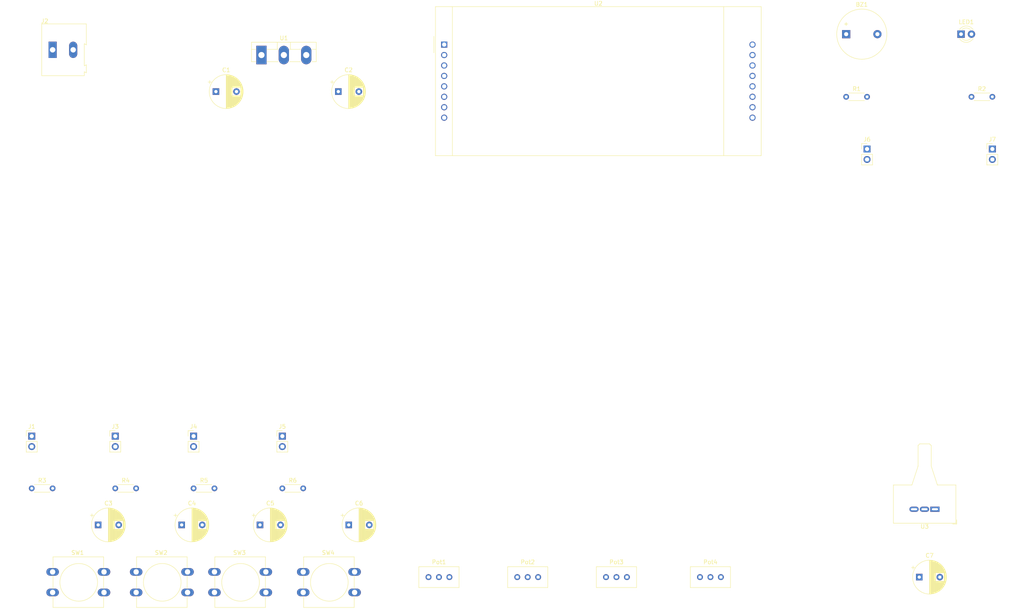
<source format=kicad_pcb>
(kicad_pcb (version 20171130) (host pcbnew 5.1.9+dfsg1-1)

  (general
    (thickness 1.6)
    (drawings 0)
    (tracks 0)
    (zones 0)
    (modules 33)
    (nets 21)
  )

  (page A4)
  (layers
    (0 F.Cu signal)
    (31 B.Cu signal)
    (32 B.Adhes user)
    (33 F.Adhes user)
    (34 B.Paste user)
    (35 F.Paste user)
    (36 B.SilkS user)
    (37 F.SilkS user)
    (38 B.Mask user)
    (39 F.Mask user)
    (40 Dwgs.User user)
    (41 Cmts.User user)
    (42 Eco1.User user)
    (43 Eco2.User user)
    (44 Edge.Cuts user)
    (45 Margin user)
    (46 B.CrtYd user)
    (47 F.CrtYd user)
    (48 B.Fab user)
    (49 F.Fab user)
  )

  (setup
    (last_trace_width 0.25)
    (trace_clearance 0.2)
    (zone_clearance 0.508)
    (zone_45_only no)
    (trace_min 0.2)
    (via_size 0.8)
    (via_drill 0.4)
    (via_min_size 0.4)
    (via_min_drill 0.3)
    (uvia_size 0.3)
    (uvia_drill 0.1)
    (uvias_allowed no)
    (uvia_min_size 0.2)
    (uvia_min_drill 0.1)
    (edge_width 0.05)
    (segment_width 0.2)
    (pcb_text_width 0.3)
    (pcb_text_size 1.5 1.5)
    (mod_edge_width 0.12)
    (mod_text_size 1 1)
    (mod_text_width 0.15)
    (pad_size 1.524 1.524)
    (pad_drill 0.762)
    (pad_to_mask_clearance 0)
    (aux_axis_origin 0 0)
    (visible_elements FFFFFF7F)
    (pcbplotparams
      (layerselection 0x010fc_ffffffff)
      (usegerberextensions false)
      (usegerberattributes true)
      (usegerberadvancedattributes true)
      (creategerberjobfile true)
      (excludeedgelayer true)
      (linewidth 0.100000)
      (plotframeref false)
      (viasonmask false)
      (mode 1)
      (useauxorigin false)
      (hpglpennumber 1)
      (hpglpenspeed 20)
      (hpglpendiameter 15.000000)
      (psnegative false)
      (psa4output false)
      (plotreference true)
      (plotvalue true)
      (plotinvisibletext false)
      (padsonsilk false)
      (subtractmaskfromsilk false)
      (outputformat 1)
      (mirror false)
      (drillshape 1)
      (scaleselection 1)
      (outputdirectory ""))
  )

  (net 0 "")
  (net 1 GND)
  (net 2 "Net-(BZ1-Pad1)")
  (net 3 +12V)
  (net 4 +5V)
  (net 5 "Net-(C3-Pad2)")
  (net 6 "Net-(C4-Pad2)")
  (net 7 "Net-(C5-Pad2)")
  (net 8 "Net-(C6-Pad2)")
  (net 9 "Net-(C7-Pad2)")
  (net 10 "Net-(J1-Pad1)")
  (net 11 "Net-(J3-Pad1)")
  (net 12 "Net-(J4-Pad1)")
  (net 13 "Net-(J5-Pad1)")
  (net 14 "Net-(J6-Pad1)")
  (net 15 "Net-(J7-Pad1)")
  (net 16 "Net-(LED1-Pad2)")
  (net 17 "Net-(R3-Pad2)")
  (net 18 "Net-(R4-Pad2)")
  (net 19 "Net-(R5-Pad2)")
  (net 20 "Net-(R6-Pad2)")

  (net_class Default "This is the default net class."
    (clearance 0.2)
    (trace_width 0.25)
    (via_dia 0.8)
    (via_drill 0.4)
    (uvia_dia 0.3)
    (uvia_drill 0.1)
    (add_net +12V)
    (add_net +5V)
    (add_net GND)
    (add_net "Net-(BZ1-Pad1)")
    (add_net "Net-(C3-Pad2)")
    (add_net "Net-(C4-Pad2)")
    (add_net "Net-(C5-Pad2)")
    (add_net "Net-(C6-Pad2)")
    (add_net "Net-(C7-Pad2)")
    (add_net "Net-(J1-Pad1)")
    (add_net "Net-(J3-Pad1)")
    (add_net "Net-(J4-Pad1)")
    (add_net "Net-(J5-Pad1)")
    (add_net "Net-(J6-Pad1)")
    (add_net "Net-(J7-Pad1)")
    (add_net "Net-(LED1-Pad2)")
    (add_net "Net-(Pot1-Pad2)")
    (add_net "Net-(Pot2-Pad2)")
    (add_net "Net-(Pot3-Pad2)")
    (add_net "Net-(Pot4-Pad2)")
    (add_net "Net-(R3-Pad2)")
    (add_net "Net-(R4-Pad2)")
    (add_net "Net-(R5-Pad2)")
    (add_net "Net-(R6-Pad2)")
    (add_net "Net-(U2-Pad10)")
    (add_net "Net-(U2-Pad11)")
    (add_net "Net-(U2-Pad12)")
    (add_net "Net-(U2-Pad13)")
    (add_net "Net-(U2-Pad14)")
    (add_net "Net-(U2-Pad16)")
    (add_net "Net-(U2-Pad2)")
    (add_net "Net-(U2-Pad4)")
    (add_net "Net-(U2-Pad6)")
    (add_net "Net-(U2-Pad7)")
    (add_net "Net-(U2-Pad8)")
    (add_net "Net-(U2-Pad9)")
    (add_net "Net-(U3-Pad3)")
  )

  (module Connector_PinHeader_2.54mm:PinHeader_1x02_P2.54mm_Vertical (layer F.Cu) (tedit 59FED5CC) (tstamp 60746D04)
    (at 250.19 53.34)
    (descr "Through hole straight pin header, 1x02, 2.54mm pitch, single row")
    (tags "Through hole pin header THT 1x02 2.54mm single row")
    (path /60600B85)
    (fp_text reference J7 (at 0 -2.33) (layer F.SilkS)
      (effects (font (size 1 1) (thickness 0.15)))
    )
    (fp_text value Conn_01x02_Female (at 0 4.87) (layer F.Fab)
      (effects (font (size 1 1) (thickness 0.15)))
    )
    (fp_text user %R (at 0 1.27 90) (layer F.Fab)
      (effects (font (size 1 1) (thickness 0.15)))
    )
    (fp_line (start -0.635 -1.27) (end 1.27 -1.27) (layer F.Fab) (width 0.1))
    (fp_line (start 1.27 -1.27) (end 1.27 3.81) (layer F.Fab) (width 0.1))
    (fp_line (start 1.27 3.81) (end -1.27 3.81) (layer F.Fab) (width 0.1))
    (fp_line (start -1.27 3.81) (end -1.27 -0.635) (layer F.Fab) (width 0.1))
    (fp_line (start -1.27 -0.635) (end -0.635 -1.27) (layer F.Fab) (width 0.1))
    (fp_line (start -1.33 3.87) (end 1.33 3.87) (layer F.SilkS) (width 0.12))
    (fp_line (start -1.33 1.27) (end -1.33 3.87) (layer F.SilkS) (width 0.12))
    (fp_line (start 1.33 1.27) (end 1.33 3.87) (layer F.SilkS) (width 0.12))
    (fp_line (start -1.33 1.27) (end 1.33 1.27) (layer F.SilkS) (width 0.12))
    (fp_line (start -1.33 0) (end -1.33 -1.33) (layer F.SilkS) (width 0.12))
    (fp_line (start -1.33 -1.33) (end 0 -1.33) (layer F.SilkS) (width 0.12))
    (fp_line (start -1.8 -1.8) (end -1.8 4.35) (layer F.CrtYd) (width 0.05))
    (fp_line (start -1.8 4.35) (end 1.8 4.35) (layer F.CrtYd) (width 0.05))
    (fp_line (start 1.8 4.35) (end 1.8 -1.8) (layer F.CrtYd) (width 0.05))
    (fp_line (start 1.8 -1.8) (end -1.8 -1.8) (layer F.CrtYd) (width 0.05))
    (pad 2 thru_hole oval (at 0 2.54) (size 1.7 1.7) (drill 1) (layers *.Cu *.Mask)
      (net 1 GND))
    (pad 1 thru_hole rect (at 0 0) (size 1.7 1.7) (drill 1) (layers *.Cu *.Mask)
      (net 15 "Net-(J7-Pad1)"))
    (model ${KISYS3DMOD}/Connector_PinHeader_2.54mm.3dshapes/PinHeader_1x02_P2.54mm_Vertical.wrl
      (at (xyz 0 0 0))
      (scale (xyz 1 1 1))
      (rotate (xyz 0 0 0))
    )
  )

  (module Connector_PinHeader_2.54mm:PinHeader_1x02_P2.54mm_Vertical (layer F.Cu) (tedit 59FED5CC) (tstamp 60746CEC)
    (at 219.71 53.34)
    (descr "Through hole straight pin header, 1x02, 2.54mm pitch, single row")
    (tags "Through hole pin header THT 1x02 2.54mm single row")
    (path /6060003F)
    (fp_text reference J6 (at 0 -2.33) (layer F.SilkS)
      (effects (font (size 1 1) (thickness 0.15)))
    )
    (fp_text value Conn_01x02_Female (at 0 4.87) (layer F.Fab)
      (effects (font (size 1 1) (thickness 0.15)))
    )
    (fp_text user %R (at 0 1.27 90) (layer F.Fab)
      (effects (font (size 1 1) (thickness 0.15)))
    )
    (fp_line (start -0.635 -1.27) (end 1.27 -1.27) (layer F.Fab) (width 0.1))
    (fp_line (start 1.27 -1.27) (end 1.27 3.81) (layer F.Fab) (width 0.1))
    (fp_line (start 1.27 3.81) (end -1.27 3.81) (layer F.Fab) (width 0.1))
    (fp_line (start -1.27 3.81) (end -1.27 -0.635) (layer F.Fab) (width 0.1))
    (fp_line (start -1.27 -0.635) (end -0.635 -1.27) (layer F.Fab) (width 0.1))
    (fp_line (start -1.33 3.87) (end 1.33 3.87) (layer F.SilkS) (width 0.12))
    (fp_line (start -1.33 1.27) (end -1.33 3.87) (layer F.SilkS) (width 0.12))
    (fp_line (start 1.33 1.27) (end 1.33 3.87) (layer F.SilkS) (width 0.12))
    (fp_line (start -1.33 1.27) (end 1.33 1.27) (layer F.SilkS) (width 0.12))
    (fp_line (start -1.33 0) (end -1.33 -1.33) (layer F.SilkS) (width 0.12))
    (fp_line (start -1.33 -1.33) (end 0 -1.33) (layer F.SilkS) (width 0.12))
    (fp_line (start -1.8 -1.8) (end -1.8 4.35) (layer F.CrtYd) (width 0.05))
    (fp_line (start -1.8 4.35) (end 1.8 4.35) (layer F.CrtYd) (width 0.05))
    (fp_line (start 1.8 4.35) (end 1.8 -1.8) (layer F.CrtYd) (width 0.05))
    (fp_line (start 1.8 -1.8) (end -1.8 -1.8) (layer F.CrtYd) (width 0.05))
    (pad 2 thru_hole oval (at 0 2.54) (size 1.7 1.7) (drill 1) (layers *.Cu *.Mask)
      (net 1 GND))
    (pad 1 thru_hole rect (at 0 0) (size 1.7 1.7) (drill 1) (layers *.Cu *.Mask)
      (net 14 "Net-(J6-Pad1)"))
    (model ${KISYS3DMOD}/Connector_PinHeader_2.54mm.3dshapes/PinHeader_1x02_P2.54mm_Vertical.wrl
      (at (xyz 0 0 0))
      (scale (xyz 1 1 1))
      (rotate (xyz 0 0 0))
    )
  )

  (module Connector_PinHeader_2.54mm:PinHeader_1x02_P2.54mm_Vertical (layer F.Cu) (tedit 59FED5CC) (tstamp 60746CD4)
    (at 77.47 123.19)
    (descr "Through hole straight pin header, 1x02, 2.54mm pitch, single row")
    (tags "Through hole pin header THT 1x02 2.54mm single row")
    (path /605FFB03)
    (fp_text reference J5 (at 0 -2.33) (layer F.SilkS)
      (effects (font (size 1 1) (thickness 0.15)))
    )
    (fp_text value Conn_01x02_Female (at 0 4.87) (layer F.Fab)
      (effects (font (size 1 1) (thickness 0.15)))
    )
    (fp_text user %R (at 0 1.27 90) (layer F.Fab)
      (effects (font (size 1 1) (thickness 0.15)))
    )
    (fp_line (start -0.635 -1.27) (end 1.27 -1.27) (layer F.Fab) (width 0.1))
    (fp_line (start 1.27 -1.27) (end 1.27 3.81) (layer F.Fab) (width 0.1))
    (fp_line (start 1.27 3.81) (end -1.27 3.81) (layer F.Fab) (width 0.1))
    (fp_line (start -1.27 3.81) (end -1.27 -0.635) (layer F.Fab) (width 0.1))
    (fp_line (start -1.27 -0.635) (end -0.635 -1.27) (layer F.Fab) (width 0.1))
    (fp_line (start -1.33 3.87) (end 1.33 3.87) (layer F.SilkS) (width 0.12))
    (fp_line (start -1.33 1.27) (end -1.33 3.87) (layer F.SilkS) (width 0.12))
    (fp_line (start 1.33 1.27) (end 1.33 3.87) (layer F.SilkS) (width 0.12))
    (fp_line (start -1.33 1.27) (end 1.33 1.27) (layer F.SilkS) (width 0.12))
    (fp_line (start -1.33 0) (end -1.33 -1.33) (layer F.SilkS) (width 0.12))
    (fp_line (start -1.33 -1.33) (end 0 -1.33) (layer F.SilkS) (width 0.12))
    (fp_line (start -1.8 -1.8) (end -1.8 4.35) (layer F.CrtYd) (width 0.05))
    (fp_line (start -1.8 4.35) (end 1.8 4.35) (layer F.CrtYd) (width 0.05))
    (fp_line (start 1.8 4.35) (end 1.8 -1.8) (layer F.CrtYd) (width 0.05))
    (fp_line (start 1.8 -1.8) (end -1.8 -1.8) (layer F.CrtYd) (width 0.05))
    (pad 2 thru_hole oval (at 0 2.54) (size 1.7 1.7) (drill 1) (layers *.Cu *.Mask)
      (net 1 GND))
    (pad 1 thru_hole rect (at 0 0) (size 1.7 1.7) (drill 1) (layers *.Cu *.Mask)
      (net 13 "Net-(J5-Pad1)"))
    (model ${KISYS3DMOD}/Connector_PinHeader_2.54mm.3dshapes/PinHeader_1x02_P2.54mm_Vertical.wrl
      (at (xyz 0 0 0))
      (scale (xyz 1 1 1))
      (rotate (xyz 0 0 0))
    )
  )

  (module Connector_PinHeader_2.54mm:PinHeader_1x02_P2.54mm_Vertical (layer F.Cu) (tedit 59FED5CC) (tstamp 60746CBC)
    (at 55.88 123.19)
    (descr "Through hole straight pin header, 1x02, 2.54mm pitch, single row")
    (tags "Through hole pin header THT 1x02 2.54mm single row")
    (path /605FF5E6)
    (fp_text reference J4 (at 0 -2.33) (layer F.SilkS)
      (effects (font (size 1 1) (thickness 0.15)))
    )
    (fp_text value Conn_01x02_Female (at 0 4.87) (layer F.Fab)
      (effects (font (size 1 1) (thickness 0.15)))
    )
    (fp_text user %R (at 0 1.27 90) (layer F.Fab)
      (effects (font (size 1 1) (thickness 0.15)))
    )
    (fp_line (start -0.635 -1.27) (end 1.27 -1.27) (layer F.Fab) (width 0.1))
    (fp_line (start 1.27 -1.27) (end 1.27 3.81) (layer F.Fab) (width 0.1))
    (fp_line (start 1.27 3.81) (end -1.27 3.81) (layer F.Fab) (width 0.1))
    (fp_line (start -1.27 3.81) (end -1.27 -0.635) (layer F.Fab) (width 0.1))
    (fp_line (start -1.27 -0.635) (end -0.635 -1.27) (layer F.Fab) (width 0.1))
    (fp_line (start -1.33 3.87) (end 1.33 3.87) (layer F.SilkS) (width 0.12))
    (fp_line (start -1.33 1.27) (end -1.33 3.87) (layer F.SilkS) (width 0.12))
    (fp_line (start 1.33 1.27) (end 1.33 3.87) (layer F.SilkS) (width 0.12))
    (fp_line (start -1.33 1.27) (end 1.33 1.27) (layer F.SilkS) (width 0.12))
    (fp_line (start -1.33 0) (end -1.33 -1.33) (layer F.SilkS) (width 0.12))
    (fp_line (start -1.33 -1.33) (end 0 -1.33) (layer F.SilkS) (width 0.12))
    (fp_line (start -1.8 -1.8) (end -1.8 4.35) (layer F.CrtYd) (width 0.05))
    (fp_line (start -1.8 4.35) (end 1.8 4.35) (layer F.CrtYd) (width 0.05))
    (fp_line (start 1.8 4.35) (end 1.8 -1.8) (layer F.CrtYd) (width 0.05))
    (fp_line (start 1.8 -1.8) (end -1.8 -1.8) (layer F.CrtYd) (width 0.05))
    (pad 2 thru_hole oval (at 0 2.54) (size 1.7 1.7) (drill 1) (layers *.Cu *.Mask)
      (net 1 GND))
    (pad 1 thru_hole rect (at 0 0) (size 1.7 1.7) (drill 1) (layers *.Cu *.Mask)
      (net 12 "Net-(J4-Pad1)"))
    (model ${KISYS3DMOD}/Connector_PinHeader_2.54mm.3dshapes/PinHeader_1x02_P2.54mm_Vertical.wrl
      (at (xyz 0 0 0))
      (scale (xyz 1 1 1))
      (rotate (xyz 0 0 0))
    )
  )

  (module Connector_PinHeader_2.54mm:PinHeader_1x02_P2.54mm_Vertical (layer F.Cu) (tedit 59FED5CC) (tstamp 60746CA4)
    (at 36.83 123.19)
    (descr "Through hole straight pin header, 1x02, 2.54mm pitch, single row")
    (tags "Through hole pin header THT 1x02 2.54mm single row")
    (path /605FE8AB)
    (fp_text reference J3 (at 0 -2.33) (layer F.SilkS)
      (effects (font (size 1 1) (thickness 0.15)))
    )
    (fp_text value Conn_01x02_Female (at 0 4.87) (layer F.Fab)
      (effects (font (size 1 1) (thickness 0.15)))
    )
    (fp_text user %R (at 0 1.27 90) (layer F.Fab)
      (effects (font (size 1 1) (thickness 0.15)))
    )
    (fp_line (start -0.635 -1.27) (end 1.27 -1.27) (layer F.Fab) (width 0.1))
    (fp_line (start 1.27 -1.27) (end 1.27 3.81) (layer F.Fab) (width 0.1))
    (fp_line (start 1.27 3.81) (end -1.27 3.81) (layer F.Fab) (width 0.1))
    (fp_line (start -1.27 3.81) (end -1.27 -0.635) (layer F.Fab) (width 0.1))
    (fp_line (start -1.27 -0.635) (end -0.635 -1.27) (layer F.Fab) (width 0.1))
    (fp_line (start -1.33 3.87) (end 1.33 3.87) (layer F.SilkS) (width 0.12))
    (fp_line (start -1.33 1.27) (end -1.33 3.87) (layer F.SilkS) (width 0.12))
    (fp_line (start 1.33 1.27) (end 1.33 3.87) (layer F.SilkS) (width 0.12))
    (fp_line (start -1.33 1.27) (end 1.33 1.27) (layer F.SilkS) (width 0.12))
    (fp_line (start -1.33 0) (end -1.33 -1.33) (layer F.SilkS) (width 0.12))
    (fp_line (start -1.33 -1.33) (end 0 -1.33) (layer F.SilkS) (width 0.12))
    (fp_line (start -1.8 -1.8) (end -1.8 4.35) (layer F.CrtYd) (width 0.05))
    (fp_line (start -1.8 4.35) (end 1.8 4.35) (layer F.CrtYd) (width 0.05))
    (fp_line (start 1.8 4.35) (end 1.8 -1.8) (layer F.CrtYd) (width 0.05))
    (fp_line (start 1.8 -1.8) (end -1.8 -1.8) (layer F.CrtYd) (width 0.05))
    (pad 2 thru_hole oval (at 0 2.54) (size 1.7 1.7) (drill 1) (layers *.Cu *.Mask)
      (net 1 GND))
    (pad 1 thru_hole rect (at 0 0) (size 1.7 1.7) (drill 1) (layers *.Cu *.Mask)
      (net 11 "Net-(J3-Pad1)"))
    (model ${KISYS3DMOD}/Connector_PinHeader_2.54mm.3dshapes/PinHeader_1x02_P2.54mm_Vertical.wrl
      (at (xyz 0 0 0))
      (scale (xyz 1 1 1))
      (rotate (xyz 0 0 0))
    )
  )

  (module Connector_PinHeader_2.54mm:PinHeader_1x02_P2.54mm_Vertical (layer F.Cu) (tedit 59FED5CC) (tstamp 60746C25)
    (at 16.51 123.19)
    (descr "Through hole straight pin header, 1x02, 2.54mm pitch, single row")
    (tags "Through hole pin header THT 1x02 2.54mm single row")
    (path /60600590)
    (fp_text reference J1 (at 0 -2.33) (layer F.SilkS)
      (effects (font (size 1 1) (thickness 0.15)))
    )
    (fp_text value Conn_01x02_Female (at 0 4.87) (layer F.Fab)
      (effects (font (size 1 1) (thickness 0.15)))
    )
    (fp_text user %R (at 0 1.27 90) (layer F.Fab)
      (effects (font (size 1 1) (thickness 0.15)))
    )
    (fp_line (start -0.635 -1.27) (end 1.27 -1.27) (layer F.Fab) (width 0.1))
    (fp_line (start 1.27 -1.27) (end 1.27 3.81) (layer F.Fab) (width 0.1))
    (fp_line (start 1.27 3.81) (end -1.27 3.81) (layer F.Fab) (width 0.1))
    (fp_line (start -1.27 3.81) (end -1.27 -0.635) (layer F.Fab) (width 0.1))
    (fp_line (start -1.27 -0.635) (end -0.635 -1.27) (layer F.Fab) (width 0.1))
    (fp_line (start -1.33 3.87) (end 1.33 3.87) (layer F.SilkS) (width 0.12))
    (fp_line (start -1.33 1.27) (end -1.33 3.87) (layer F.SilkS) (width 0.12))
    (fp_line (start 1.33 1.27) (end 1.33 3.87) (layer F.SilkS) (width 0.12))
    (fp_line (start -1.33 1.27) (end 1.33 1.27) (layer F.SilkS) (width 0.12))
    (fp_line (start -1.33 0) (end -1.33 -1.33) (layer F.SilkS) (width 0.12))
    (fp_line (start -1.33 -1.33) (end 0 -1.33) (layer F.SilkS) (width 0.12))
    (fp_line (start -1.8 -1.8) (end -1.8 4.35) (layer F.CrtYd) (width 0.05))
    (fp_line (start -1.8 4.35) (end 1.8 4.35) (layer F.CrtYd) (width 0.05))
    (fp_line (start 1.8 4.35) (end 1.8 -1.8) (layer F.CrtYd) (width 0.05))
    (fp_line (start 1.8 -1.8) (end -1.8 -1.8) (layer F.CrtYd) (width 0.05))
    (pad 2 thru_hole oval (at 0 2.54) (size 1.7 1.7) (drill 1) (layers *.Cu *.Mask)
      (net 1 GND))
    (pad 1 thru_hole rect (at 0 0) (size 1.7 1.7) (drill 1) (layers *.Cu *.Mask)
      (net 10 "Net-(J1-Pad1)"))
    (model ${KISYS3DMOD}/Connector_PinHeader_2.54mm.3dshapes/PinHeader_1x02_P2.54mm_Vertical.wrl
      (at (xyz 0 0 0))
      (scale (xyz 1 1 1))
      (rotate (xyz 0 0 0))
    )
  )

  (module Capacitor_THT:CP_Radial_D8.0mm_P5.00mm (layer F.Cu) (tedit 5AE50EF0) (tstamp 60746C0D)
    (at 232.41 157.48)
    (descr "CP, Radial series, Radial, pin pitch=5.00mm, , diameter=8mm, Electrolytic Capacitor")
    (tags "CP Radial series Radial pin pitch 5.00mm  diameter 8mm Electrolytic Capacitor")
    (path /605FBF41)
    (fp_text reference C7 (at 2.5 -5.25) (layer F.SilkS)
      (effects (font (size 1 1) (thickness 0.15)))
    )
    (fp_text value 1u (at 2.5 5.25) (layer F.Fab)
      (effects (font (size 1 1) (thickness 0.15)))
    )
    (fp_line (start -1.509698 -2.715) (end -1.509698 -1.915) (layer F.SilkS) (width 0.12))
    (fp_line (start -1.909698 -2.315) (end -1.109698 -2.315) (layer F.SilkS) (width 0.12))
    (fp_line (start 6.581 -0.533) (end 6.581 0.533) (layer F.SilkS) (width 0.12))
    (fp_line (start 6.541 -0.768) (end 6.541 0.768) (layer F.SilkS) (width 0.12))
    (fp_line (start 6.501 -0.948) (end 6.501 0.948) (layer F.SilkS) (width 0.12))
    (fp_line (start 6.461 -1.098) (end 6.461 1.098) (layer F.SilkS) (width 0.12))
    (fp_line (start 6.421 -1.229) (end 6.421 1.229) (layer F.SilkS) (width 0.12))
    (fp_line (start 6.381 -1.346) (end 6.381 1.346) (layer F.SilkS) (width 0.12))
    (fp_line (start 6.341 -1.453) (end 6.341 1.453) (layer F.SilkS) (width 0.12))
    (fp_line (start 6.301 -1.552) (end 6.301 1.552) (layer F.SilkS) (width 0.12))
    (fp_line (start 6.261 -1.645) (end 6.261 1.645) (layer F.SilkS) (width 0.12))
    (fp_line (start 6.221 -1.731) (end 6.221 1.731) (layer F.SilkS) (width 0.12))
    (fp_line (start 6.181 -1.813) (end 6.181 1.813) (layer F.SilkS) (width 0.12))
    (fp_line (start 6.141 -1.89) (end 6.141 1.89) (layer F.SilkS) (width 0.12))
    (fp_line (start 6.101 -1.964) (end 6.101 1.964) (layer F.SilkS) (width 0.12))
    (fp_line (start 6.061 -2.034) (end 6.061 2.034) (layer F.SilkS) (width 0.12))
    (fp_line (start 6.021 1.04) (end 6.021 2.102) (layer F.SilkS) (width 0.12))
    (fp_line (start 6.021 -2.102) (end 6.021 -1.04) (layer F.SilkS) (width 0.12))
    (fp_line (start 5.981 1.04) (end 5.981 2.166) (layer F.SilkS) (width 0.12))
    (fp_line (start 5.981 -2.166) (end 5.981 -1.04) (layer F.SilkS) (width 0.12))
    (fp_line (start 5.941 1.04) (end 5.941 2.228) (layer F.SilkS) (width 0.12))
    (fp_line (start 5.941 -2.228) (end 5.941 -1.04) (layer F.SilkS) (width 0.12))
    (fp_line (start 5.901 1.04) (end 5.901 2.287) (layer F.SilkS) (width 0.12))
    (fp_line (start 5.901 -2.287) (end 5.901 -1.04) (layer F.SilkS) (width 0.12))
    (fp_line (start 5.861 1.04) (end 5.861 2.345) (layer F.SilkS) (width 0.12))
    (fp_line (start 5.861 -2.345) (end 5.861 -1.04) (layer F.SilkS) (width 0.12))
    (fp_line (start 5.821 1.04) (end 5.821 2.4) (layer F.SilkS) (width 0.12))
    (fp_line (start 5.821 -2.4) (end 5.821 -1.04) (layer F.SilkS) (width 0.12))
    (fp_line (start 5.781 1.04) (end 5.781 2.454) (layer F.SilkS) (width 0.12))
    (fp_line (start 5.781 -2.454) (end 5.781 -1.04) (layer F.SilkS) (width 0.12))
    (fp_line (start 5.741 1.04) (end 5.741 2.505) (layer F.SilkS) (width 0.12))
    (fp_line (start 5.741 -2.505) (end 5.741 -1.04) (layer F.SilkS) (width 0.12))
    (fp_line (start 5.701 1.04) (end 5.701 2.556) (layer F.SilkS) (width 0.12))
    (fp_line (start 5.701 -2.556) (end 5.701 -1.04) (layer F.SilkS) (width 0.12))
    (fp_line (start 5.661 1.04) (end 5.661 2.604) (layer F.SilkS) (width 0.12))
    (fp_line (start 5.661 -2.604) (end 5.661 -1.04) (layer F.SilkS) (width 0.12))
    (fp_line (start 5.621 1.04) (end 5.621 2.651) (layer F.SilkS) (width 0.12))
    (fp_line (start 5.621 -2.651) (end 5.621 -1.04) (layer F.SilkS) (width 0.12))
    (fp_line (start 5.581 1.04) (end 5.581 2.697) (layer F.SilkS) (width 0.12))
    (fp_line (start 5.581 -2.697) (end 5.581 -1.04) (layer F.SilkS) (width 0.12))
    (fp_line (start 5.541 1.04) (end 5.541 2.741) (layer F.SilkS) (width 0.12))
    (fp_line (start 5.541 -2.741) (end 5.541 -1.04) (layer F.SilkS) (width 0.12))
    (fp_line (start 5.501 1.04) (end 5.501 2.784) (layer F.SilkS) (width 0.12))
    (fp_line (start 5.501 -2.784) (end 5.501 -1.04) (layer F.SilkS) (width 0.12))
    (fp_line (start 5.461 1.04) (end 5.461 2.826) (layer F.SilkS) (width 0.12))
    (fp_line (start 5.461 -2.826) (end 5.461 -1.04) (layer F.SilkS) (width 0.12))
    (fp_line (start 5.421 1.04) (end 5.421 2.867) (layer F.SilkS) (width 0.12))
    (fp_line (start 5.421 -2.867) (end 5.421 -1.04) (layer F.SilkS) (width 0.12))
    (fp_line (start 5.381 1.04) (end 5.381 2.907) (layer F.SilkS) (width 0.12))
    (fp_line (start 5.381 -2.907) (end 5.381 -1.04) (layer F.SilkS) (width 0.12))
    (fp_line (start 5.341 1.04) (end 5.341 2.945) (layer F.SilkS) (width 0.12))
    (fp_line (start 5.341 -2.945) (end 5.341 -1.04) (layer F.SilkS) (width 0.12))
    (fp_line (start 5.301 1.04) (end 5.301 2.983) (layer F.SilkS) (width 0.12))
    (fp_line (start 5.301 -2.983) (end 5.301 -1.04) (layer F.SilkS) (width 0.12))
    (fp_line (start 5.261 1.04) (end 5.261 3.019) (layer F.SilkS) (width 0.12))
    (fp_line (start 5.261 -3.019) (end 5.261 -1.04) (layer F.SilkS) (width 0.12))
    (fp_line (start 5.221 1.04) (end 5.221 3.055) (layer F.SilkS) (width 0.12))
    (fp_line (start 5.221 -3.055) (end 5.221 -1.04) (layer F.SilkS) (width 0.12))
    (fp_line (start 5.181 1.04) (end 5.181 3.09) (layer F.SilkS) (width 0.12))
    (fp_line (start 5.181 -3.09) (end 5.181 -1.04) (layer F.SilkS) (width 0.12))
    (fp_line (start 5.141 1.04) (end 5.141 3.124) (layer F.SilkS) (width 0.12))
    (fp_line (start 5.141 -3.124) (end 5.141 -1.04) (layer F.SilkS) (width 0.12))
    (fp_line (start 5.101 1.04) (end 5.101 3.156) (layer F.SilkS) (width 0.12))
    (fp_line (start 5.101 -3.156) (end 5.101 -1.04) (layer F.SilkS) (width 0.12))
    (fp_line (start 5.061 1.04) (end 5.061 3.189) (layer F.SilkS) (width 0.12))
    (fp_line (start 5.061 -3.189) (end 5.061 -1.04) (layer F.SilkS) (width 0.12))
    (fp_line (start 5.021 1.04) (end 5.021 3.22) (layer F.SilkS) (width 0.12))
    (fp_line (start 5.021 -3.22) (end 5.021 -1.04) (layer F.SilkS) (width 0.12))
    (fp_line (start 4.981 1.04) (end 4.981 3.25) (layer F.SilkS) (width 0.12))
    (fp_line (start 4.981 -3.25) (end 4.981 -1.04) (layer F.SilkS) (width 0.12))
    (fp_line (start 4.941 1.04) (end 4.941 3.28) (layer F.SilkS) (width 0.12))
    (fp_line (start 4.941 -3.28) (end 4.941 -1.04) (layer F.SilkS) (width 0.12))
    (fp_line (start 4.901 1.04) (end 4.901 3.309) (layer F.SilkS) (width 0.12))
    (fp_line (start 4.901 -3.309) (end 4.901 -1.04) (layer F.SilkS) (width 0.12))
    (fp_line (start 4.861 1.04) (end 4.861 3.338) (layer F.SilkS) (width 0.12))
    (fp_line (start 4.861 -3.338) (end 4.861 -1.04) (layer F.SilkS) (width 0.12))
    (fp_line (start 4.821 1.04) (end 4.821 3.365) (layer F.SilkS) (width 0.12))
    (fp_line (start 4.821 -3.365) (end 4.821 -1.04) (layer F.SilkS) (width 0.12))
    (fp_line (start 4.781 1.04) (end 4.781 3.392) (layer F.SilkS) (width 0.12))
    (fp_line (start 4.781 -3.392) (end 4.781 -1.04) (layer F.SilkS) (width 0.12))
    (fp_line (start 4.741 1.04) (end 4.741 3.418) (layer F.SilkS) (width 0.12))
    (fp_line (start 4.741 -3.418) (end 4.741 -1.04) (layer F.SilkS) (width 0.12))
    (fp_line (start 4.701 1.04) (end 4.701 3.444) (layer F.SilkS) (width 0.12))
    (fp_line (start 4.701 -3.444) (end 4.701 -1.04) (layer F.SilkS) (width 0.12))
    (fp_line (start 4.661 1.04) (end 4.661 3.469) (layer F.SilkS) (width 0.12))
    (fp_line (start 4.661 -3.469) (end 4.661 -1.04) (layer F.SilkS) (width 0.12))
    (fp_line (start 4.621 1.04) (end 4.621 3.493) (layer F.SilkS) (width 0.12))
    (fp_line (start 4.621 -3.493) (end 4.621 -1.04) (layer F.SilkS) (width 0.12))
    (fp_line (start 4.581 1.04) (end 4.581 3.517) (layer F.SilkS) (width 0.12))
    (fp_line (start 4.581 -3.517) (end 4.581 -1.04) (layer F.SilkS) (width 0.12))
    (fp_line (start 4.541 1.04) (end 4.541 3.54) (layer F.SilkS) (width 0.12))
    (fp_line (start 4.541 -3.54) (end 4.541 -1.04) (layer F.SilkS) (width 0.12))
    (fp_line (start 4.501 1.04) (end 4.501 3.562) (layer F.SilkS) (width 0.12))
    (fp_line (start 4.501 -3.562) (end 4.501 -1.04) (layer F.SilkS) (width 0.12))
    (fp_line (start 4.461 1.04) (end 4.461 3.584) (layer F.SilkS) (width 0.12))
    (fp_line (start 4.461 -3.584) (end 4.461 -1.04) (layer F.SilkS) (width 0.12))
    (fp_line (start 4.421 1.04) (end 4.421 3.606) (layer F.SilkS) (width 0.12))
    (fp_line (start 4.421 -3.606) (end 4.421 -1.04) (layer F.SilkS) (width 0.12))
    (fp_line (start 4.381 1.04) (end 4.381 3.627) (layer F.SilkS) (width 0.12))
    (fp_line (start 4.381 -3.627) (end 4.381 -1.04) (layer F.SilkS) (width 0.12))
    (fp_line (start 4.341 1.04) (end 4.341 3.647) (layer F.SilkS) (width 0.12))
    (fp_line (start 4.341 -3.647) (end 4.341 -1.04) (layer F.SilkS) (width 0.12))
    (fp_line (start 4.301 1.04) (end 4.301 3.666) (layer F.SilkS) (width 0.12))
    (fp_line (start 4.301 -3.666) (end 4.301 -1.04) (layer F.SilkS) (width 0.12))
    (fp_line (start 4.261 1.04) (end 4.261 3.686) (layer F.SilkS) (width 0.12))
    (fp_line (start 4.261 -3.686) (end 4.261 -1.04) (layer F.SilkS) (width 0.12))
    (fp_line (start 4.221 1.04) (end 4.221 3.704) (layer F.SilkS) (width 0.12))
    (fp_line (start 4.221 -3.704) (end 4.221 -1.04) (layer F.SilkS) (width 0.12))
    (fp_line (start 4.181 1.04) (end 4.181 3.722) (layer F.SilkS) (width 0.12))
    (fp_line (start 4.181 -3.722) (end 4.181 -1.04) (layer F.SilkS) (width 0.12))
    (fp_line (start 4.141 1.04) (end 4.141 3.74) (layer F.SilkS) (width 0.12))
    (fp_line (start 4.141 -3.74) (end 4.141 -1.04) (layer F.SilkS) (width 0.12))
    (fp_line (start 4.101 1.04) (end 4.101 3.757) (layer F.SilkS) (width 0.12))
    (fp_line (start 4.101 -3.757) (end 4.101 -1.04) (layer F.SilkS) (width 0.12))
    (fp_line (start 4.061 1.04) (end 4.061 3.774) (layer F.SilkS) (width 0.12))
    (fp_line (start 4.061 -3.774) (end 4.061 -1.04) (layer F.SilkS) (width 0.12))
    (fp_line (start 4.021 1.04) (end 4.021 3.79) (layer F.SilkS) (width 0.12))
    (fp_line (start 4.021 -3.79) (end 4.021 -1.04) (layer F.SilkS) (width 0.12))
    (fp_line (start 3.981 1.04) (end 3.981 3.805) (layer F.SilkS) (width 0.12))
    (fp_line (start 3.981 -3.805) (end 3.981 -1.04) (layer F.SilkS) (width 0.12))
    (fp_line (start 3.941 -3.821) (end 3.941 3.821) (layer F.SilkS) (width 0.12))
    (fp_line (start 3.901 -3.835) (end 3.901 3.835) (layer F.SilkS) (width 0.12))
    (fp_line (start 3.861 -3.85) (end 3.861 3.85) (layer F.SilkS) (width 0.12))
    (fp_line (start 3.821 -3.863) (end 3.821 3.863) (layer F.SilkS) (width 0.12))
    (fp_line (start 3.781 -3.877) (end 3.781 3.877) (layer F.SilkS) (width 0.12))
    (fp_line (start 3.741 -3.889) (end 3.741 3.889) (layer F.SilkS) (width 0.12))
    (fp_line (start 3.701 -3.902) (end 3.701 3.902) (layer F.SilkS) (width 0.12))
    (fp_line (start 3.661 -3.914) (end 3.661 3.914) (layer F.SilkS) (width 0.12))
    (fp_line (start 3.621 -3.925) (end 3.621 3.925) (layer F.SilkS) (width 0.12))
    (fp_line (start 3.581 -3.936) (end 3.581 3.936) (layer F.SilkS) (width 0.12))
    (fp_line (start 3.541 -3.947) (end 3.541 3.947) (layer F.SilkS) (width 0.12))
    (fp_line (start 3.501 -3.957) (end 3.501 3.957) (layer F.SilkS) (width 0.12))
    (fp_line (start 3.461 -3.967) (end 3.461 3.967) (layer F.SilkS) (width 0.12))
    (fp_line (start 3.421 -3.976) (end 3.421 3.976) (layer F.SilkS) (width 0.12))
    (fp_line (start 3.381 -3.985) (end 3.381 3.985) (layer F.SilkS) (width 0.12))
    (fp_line (start 3.341 -3.994) (end 3.341 3.994) (layer F.SilkS) (width 0.12))
    (fp_line (start 3.301 -4.002) (end 3.301 4.002) (layer F.SilkS) (width 0.12))
    (fp_line (start 3.261 -4.01) (end 3.261 4.01) (layer F.SilkS) (width 0.12))
    (fp_line (start 3.221 -4.017) (end 3.221 4.017) (layer F.SilkS) (width 0.12))
    (fp_line (start 3.18 -4.024) (end 3.18 4.024) (layer F.SilkS) (width 0.12))
    (fp_line (start 3.14 -4.03) (end 3.14 4.03) (layer F.SilkS) (width 0.12))
    (fp_line (start 3.1 -4.037) (end 3.1 4.037) (layer F.SilkS) (width 0.12))
    (fp_line (start 3.06 -4.042) (end 3.06 4.042) (layer F.SilkS) (width 0.12))
    (fp_line (start 3.02 -4.048) (end 3.02 4.048) (layer F.SilkS) (width 0.12))
    (fp_line (start 2.98 -4.052) (end 2.98 4.052) (layer F.SilkS) (width 0.12))
    (fp_line (start 2.94 -4.057) (end 2.94 4.057) (layer F.SilkS) (width 0.12))
    (fp_line (start 2.9 -4.061) (end 2.9 4.061) (layer F.SilkS) (width 0.12))
    (fp_line (start 2.86 -4.065) (end 2.86 4.065) (layer F.SilkS) (width 0.12))
    (fp_line (start 2.82 -4.068) (end 2.82 4.068) (layer F.SilkS) (width 0.12))
    (fp_line (start 2.78 -4.071) (end 2.78 4.071) (layer F.SilkS) (width 0.12))
    (fp_line (start 2.74 -4.074) (end 2.74 4.074) (layer F.SilkS) (width 0.12))
    (fp_line (start 2.7 -4.076) (end 2.7 4.076) (layer F.SilkS) (width 0.12))
    (fp_line (start 2.66 -4.077) (end 2.66 4.077) (layer F.SilkS) (width 0.12))
    (fp_line (start 2.62 -4.079) (end 2.62 4.079) (layer F.SilkS) (width 0.12))
    (fp_line (start 2.58 -4.08) (end 2.58 4.08) (layer F.SilkS) (width 0.12))
    (fp_line (start 2.54 -4.08) (end 2.54 4.08) (layer F.SilkS) (width 0.12))
    (fp_line (start 2.5 -4.08) (end 2.5 4.08) (layer F.SilkS) (width 0.12))
    (fp_line (start -0.526759 -2.1475) (end -0.526759 -1.3475) (layer F.Fab) (width 0.1))
    (fp_line (start -0.926759 -1.7475) (end -0.126759 -1.7475) (layer F.Fab) (width 0.1))
    (fp_circle (center 2.5 0) (end 6.75 0) (layer F.CrtYd) (width 0.05))
    (fp_circle (center 2.5 0) (end 6.62 0) (layer F.SilkS) (width 0.12))
    (fp_circle (center 2.5 0) (end 6.5 0) (layer F.Fab) (width 0.1))
    (fp_text user %R (at 2.5 0) (layer F.Fab)
      (effects (font (size 1 1) (thickness 0.15)))
    )
    (pad 2 thru_hole circle (at 5 0) (size 1.6 1.6) (drill 0.8) (layers *.Cu *.Mask)
      (net 9 "Net-(C7-Pad2)"))
    (pad 1 thru_hole rect (at 0 0) (size 1.6 1.6) (drill 0.8) (layers *.Cu *.Mask)
      (net 1 GND))
    (model ${KISYS3DMOD}/Capacitor_THT.3dshapes/CP_Radial_D8.0mm_P5.00mm.wrl
      (at (xyz 0 0 0))
      (scale (xyz 1 1 1))
      (rotate (xyz 0 0 0))
    )
  )

  (module Capacitor_THT:CP_Radial_D8.0mm_P5.00mm (layer F.Cu) (tedit 5AE50EF0) (tstamp 60746BFA)
    (at 93.625 144.78)
    (descr "CP, Radial series, Radial, pin pitch=5.00mm, , diameter=8mm, Electrolytic Capacitor")
    (tags "CP Radial series Radial pin pitch 5.00mm  diameter 8mm Electrolytic Capacitor")
    (path /605FB567)
    (fp_text reference C6 (at 2.5 -5.25) (layer F.SilkS)
      (effects (font (size 1 1) (thickness 0.15)))
    )
    (fp_text value 0.1u (at 2.5 5.25) (layer F.Fab)
      (effects (font (size 1 1) (thickness 0.15)))
    )
    (fp_line (start -1.509698 -2.715) (end -1.509698 -1.915) (layer F.SilkS) (width 0.12))
    (fp_line (start -1.909698 -2.315) (end -1.109698 -2.315) (layer F.SilkS) (width 0.12))
    (fp_line (start 6.581 -0.533) (end 6.581 0.533) (layer F.SilkS) (width 0.12))
    (fp_line (start 6.541 -0.768) (end 6.541 0.768) (layer F.SilkS) (width 0.12))
    (fp_line (start 6.501 -0.948) (end 6.501 0.948) (layer F.SilkS) (width 0.12))
    (fp_line (start 6.461 -1.098) (end 6.461 1.098) (layer F.SilkS) (width 0.12))
    (fp_line (start 6.421 -1.229) (end 6.421 1.229) (layer F.SilkS) (width 0.12))
    (fp_line (start 6.381 -1.346) (end 6.381 1.346) (layer F.SilkS) (width 0.12))
    (fp_line (start 6.341 -1.453) (end 6.341 1.453) (layer F.SilkS) (width 0.12))
    (fp_line (start 6.301 -1.552) (end 6.301 1.552) (layer F.SilkS) (width 0.12))
    (fp_line (start 6.261 -1.645) (end 6.261 1.645) (layer F.SilkS) (width 0.12))
    (fp_line (start 6.221 -1.731) (end 6.221 1.731) (layer F.SilkS) (width 0.12))
    (fp_line (start 6.181 -1.813) (end 6.181 1.813) (layer F.SilkS) (width 0.12))
    (fp_line (start 6.141 -1.89) (end 6.141 1.89) (layer F.SilkS) (width 0.12))
    (fp_line (start 6.101 -1.964) (end 6.101 1.964) (layer F.SilkS) (width 0.12))
    (fp_line (start 6.061 -2.034) (end 6.061 2.034) (layer F.SilkS) (width 0.12))
    (fp_line (start 6.021 1.04) (end 6.021 2.102) (layer F.SilkS) (width 0.12))
    (fp_line (start 6.021 -2.102) (end 6.021 -1.04) (layer F.SilkS) (width 0.12))
    (fp_line (start 5.981 1.04) (end 5.981 2.166) (layer F.SilkS) (width 0.12))
    (fp_line (start 5.981 -2.166) (end 5.981 -1.04) (layer F.SilkS) (width 0.12))
    (fp_line (start 5.941 1.04) (end 5.941 2.228) (layer F.SilkS) (width 0.12))
    (fp_line (start 5.941 -2.228) (end 5.941 -1.04) (layer F.SilkS) (width 0.12))
    (fp_line (start 5.901 1.04) (end 5.901 2.287) (layer F.SilkS) (width 0.12))
    (fp_line (start 5.901 -2.287) (end 5.901 -1.04) (layer F.SilkS) (width 0.12))
    (fp_line (start 5.861 1.04) (end 5.861 2.345) (layer F.SilkS) (width 0.12))
    (fp_line (start 5.861 -2.345) (end 5.861 -1.04) (layer F.SilkS) (width 0.12))
    (fp_line (start 5.821 1.04) (end 5.821 2.4) (layer F.SilkS) (width 0.12))
    (fp_line (start 5.821 -2.4) (end 5.821 -1.04) (layer F.SilkS) (width 0.12))
    (fp_line (start 5.781 1.04) (end 5.781 2.454) (layer F.SilkS) (width 0.12))
    (fp_line (start 5.781 -2.454) (end 5.781 -1.04) (layer F.SilkS) (width 0.12))
    (fp_line (start 5.741 1.04) (end 5.741 2.505) (layer F.SilkS) (width 0.12))
    (fp_line (start 5.741 -2.505) (end 5.741 -1.04) (layer F.SilkS) (width 0.12))
    (fp_line (start 5.701 1.04) (end 5.701 2.556) (layer F.SilkS) (width 0.12))
    (fp_line (start 5.701 -2.556) (end 5.701 -1.04) (layer F.SilkS) (width 0.12))
    (fp_line (start 5.661 1.04) (end 5.661 2.604) (layer F.SilkS) (width 0.12))
    (fp_line (start 5.661 -2.604) (end 5.661 -1.04) (layer F.SilkS) (width 0.12))
    (fp_line (start 5.621 1.04) (end 5.621 2.651) (layer F.SilkS) (width 0.12))
    (fp_line (start 5.621 -2.651) (end 5.621 -1.04) (layer F.SilkS) (width 0.12))
    (fp_line (start 5.581 1.04) (end 5.581 2.697) (layer F.SilkS) (width 0.12))
    (fp_line (start 5.581 -2.697) (end 5.581 -1.04) (layer F.SilkS) (width 0.12))
    (fp_line (start 5.541 1.04) (end 5.541 2.741) (layer F.SilkS) (width 0.12))
    (fp_line (start 5.541 -2.741) (end 5.541 -1.04) (layer F.SilkS) (width 0.12))
    (fp_line (start 5.501 1.04) (end 5.501 2.784) (layer F.SilkS) (width 0.12))
    (fp_line (start 5.501 -2.784) (end 5.501 -1.04) (layer F.SilkS) (width 0.12))
    (fp_line (start 5.461 1.04) (end 5.461 2.826) (layer F.SilkS) (width 0.12))
    (fp_line (start 5.461 -2.826) (end 5.461 -1.04) (layer F.SilkS) (width 0.12))
    (fp_line (start 5.421 1.04) (end 5.421 2.867) (layer F.SilkS) (width 0.12))
    (fp_line (start 5.421 -2.867) (end 5.421 -1.04) (layer F.SilkS) (width 0.12))
    (fp_line (start 5.381 1.04) (end 5.381 2.907) (layer F.SilkS) (width 0.12))
    (fp_line (start 5.381 -2.907) (end 5.381 -1.04) (layer F.SilkS) (width 0.12))
    (fp_line (start 5.341 1.04) (end 5.341 2.945) (layer F.SilkS) (width 0.12))
    (fp_line (start 5.341 -2.945) (end 5.341 -1.04) (layer F.SilkS) (width 0.12))
    (fp_line (start 5.301 1.04) (end 5.301 2.983) (layer F.SilkS) (width 0.12))
    (fp_line (start 5.301 -2.983) (end 5.301 -1.04) (layer F.SilkS) (width 0.12))
    (fp_line (start 5.261 1.04) (end 5.261 3.019) (layer F.SilkS) (width 0.12))
    (fp_line (start 5.261 -3.019) (end 5.261 -1.04) (layer F.SilkS) (width 0.12))
    (fp_line (start 5.221 1.04) (end 5.221 3.055) (layer F.SilkS) (width 0.12))
    (fp_line (start 5.221 -3.055) (end 5.221 -1.04) (layer F.SilkS) (width 0.12))
    (fp_line (start 5.181 1.04) (end 5.181 3.09) (layer F.SilkS) (width 0.12))
    (fp_line (start 5.181 -3.09) (end 5.181 -1.04) (layer F.SilkS) (width 0.12))
    (fp_line (start 5.141 1.04) (end 5.141 3.124) (layer F.SilkS) (width 0.12))
    (fp_line (start 5.141 -3.124) (end 5.141 -1.04) (layer F.SilkS) (width 0.12))
    (fp_line (start 5.101 1.04) (end 5.101 3.156) (layer F.SilkS) (width 0.12))
    (fp_line (start 5.101 -3.156) (end 5.101 -1.04) (layer F.SilkS) (width 0.12))
    (fp_line (start 5.061 1.04) (end 5.061 3.189) (layer F.SilkS) (width 0.12))
    (fp_line (start 5.061 -3.189) (end 5.061 -1.04) (layer F.SilkS) (width 0.12))
    (fp_line (start 5.021 1.04) (end 5.021 3.22) (layer F.SilkS) (width 0.12))
    (fp_line (start 5.021 -3.22) (end 5.021 -1.04) (layer F.SilkS) (width 0.12))
    (fp_line (start 4.981 1.04) (end 4.981 3.25) (layer F.SilkS) (width 0.12))
    (fp_line (start 4.981 -3.25) (end 4.981 -1.04) (layer F.SilkS) (width 0.12))
    (fp_line (start 4.941 1.04) (end 4.941 3.28) (layer F.SilkS) (width 0.12))
    (fp_line (start 4.941 -3.28) (end 4.941 -1.04) (layer F.SilkS) (width 0.12))
    (fp_line (start 4.901 1.04) (end 4.901 3.309) (layer F.SilkS) (width 0.12))
    (fp_line (start 4.901 -3.309) (end 4.901 -1.04) (layer F.SilkS) (width 0.12))
    (fp_line (start 4.861 1.04) (end 4.861 3.338) (layer F.SilkS) (width 0.12))
    (fp_line (start 4.861 -3.338) (end 4.861 -1.04) (layer F.SilkS) (width 0.12))
    (fp_line (start 4.821 1.04) (end 4.821 3.365) (layer F.SilkS) (width 0.12))
    (fp_line (start 4.821 -3.365) (end 4.821 -1.04) (layer F.SilkS) (width 0.12))
    (fp_line (start 4.781 1.04) (end 4.781 3.392) (layer F.SilkS) (width 0.12))
    (fp_line (start 4.781 -3.392) (end 4.781 -1.04) (layer F.SilkS) (width 0.12))
    (fp_line (start 4.741 1.04) (end 4.741 3.418) (layer F.SilkS) (width 0.12))
    (fp_line (start 4.741 -3.418) (end 4.741 -1.04) (layer F.SilkS) (width 0.12))
    (fp_line (start 4.701 1.04) (end 4.701 3.444) (layer F.SilkS) (width 0.12))
    (fp_line (start 4.701 -3.444) (end 4.701 -1.04) (layer F.SilkS) (width 0.12))
    (fp_line (start 4.661 1.04) (end 4.661 3.469) (layer F.SilkS) (width 0.12))
    (fp_line (start 4.661 -3.469) (end 4.661 -1.04) (layer F.SilkS) (width 0.12))
    (fp_line (start 4.621 1.04) (end 4.621 3.493) (layer F.SilkS) (width 0.12))
    (fp_line (start 4.621 -3.493) (end 4.621 -1.04) (layer F.SilkS) (width 0.12))
    (fp_line (start 4.581 1.04) (end 4.581 3.517) (layer F.SilkS) (width 0.12))
    (fp_line (start 4.581 -3.517) (end 4.581 -1.04) (layer F.SilkS) (width 0.12))
    (fp_line (start 4.541 1.04) (end 4.541 3.54) (layer F.SilkS) (width 0.12))
    (fp_line (start 4.541 -3.54) (end 4.541 -1.04) (layer F.SilkS) (width 0.12))
    (fp_line (start 4.501 1.04) (end 4.501 3.562) (layer F.SilkS) (width 0.12))
    (fp_line (start 4.501 -3.562) (end 4.501 -1.04) (layer F.SilkS) (width 0.12))
    (fp_line (start 4.461 1.04) (end 4.461 3.584) (layer F.SilkS) (width 0.12))
    (fp_line (start 4.461 -3.584) (end 4.461 -1.04) (layer F.SilkS) (width 0.12))
    (fp_line (start 4.421 1.04) (end 4.421 3.606) (layer F.SilkS) (width 0.12))
    (fp_line (start 4.421 -3.606) (end 4.421 -1.04) (layer F.SilkS) (width 0.12))
    (fp_line (start 4.381 1.04) (end 4.381 3.627) (layer F.SilkS) (width 0.12))
    (fp_line (start 4.381 -3.627) (end 4.381 -1.04) (layer F.SilkS) (width 0.12))
    (fp_line (start 4.341 1.04) (end 4.341 3.647) (layer F.SilkS) (width 0.12))
    (fp_line (start 4.341 -3.647) (end 4.341 -1.04) (layer F.SilkS) (width 0.12))
    (fp_line (start 4.301 1.04) (end 4.301 3.666) (layer F.SilkS) (width 0.12))
    (fp_line (start 4.301 -3.666) (end 4.301 -1.04) (layer F.SilkS) (width 0.12))
    (fp_line (start 4.261 1.04) (end 4.261 3.686) (layer F.SilkS) (width 0.12))
    (fp_line (start 4.261 -3.686) (end 4.261 -1.04) (layer F.SilkS) (width 0.12))
    (fp_line (start 4.221 1.04) (end 4.221 3.704) (layer F.SilkS) (width 0.12))
    (fp_line (start 4.221 -3.704) (end 4.221 -1.04) (layer F.SilkS) (width 0.12))
    (fp_line (start 4.181 1.04) (end 4.181 3.722) (layer F.SilkS) (width 0.12))
    (fp_line (start 4.181 -3.722) (end 4.181 -1.04) (layer F.SilkS) (width 0.12))
    (fp_line (start 4.141 1.04) (end 4.141 3.74) (layer F.SilkS) (width 0.12))
    (fp_line (start 4.141 -3.74) (end 4.141 -1.04) (layer F.SilkS) (width 0.12))
    (fp_line (start 4.101 1.04) (end 4.101 3.757) (layer F.SilkS) (width 0.12))
    (fp_line (start 4.101 -3.757) (end 4.101 -1.04) (layer F.SilkS) (width 0.12))
    (fp_line (start 4.061 1.04) (end 4.061 3.774) (layer F.SilkS) (width 0.12))
    (fp_line (start 4.061 -3.774) (end 4.061 -1.04) (layer F.SilkS) (width 0.12))
    (fp_line (start 4.021 1.04) (end 4.021 3.79) (layer F.SilkS) (width 0.12))
    (fp_line (start 4.021 -3.79) (end 4.021 -1.04) (layer F.SilkS) (width 0.12))
    (fp_line (start 3.981 1.04) (end 3.981 3.805) (layer F.SilkS) (width 0.12))
    (fp_line (start 3.981 -3.805) (end 3.981 -1.04) (layer F.SilkS) (width 0.12))
    (fp_line (start 3.941 -3.821) (end 3.941 3.821) (layer F.SilkS) (width 0.12))
    (fp_line (start 3.901 -3.835) (end 3.901 3.835) (layer F.SilkS) (width 0.12))
    (fp_line (start 3.861 -3.85) (end 3.861 3.85) (layer F.SilkS) (width 0.12))
    (fp_line (start 3.821 -3.863) (end 3.821 3.863) (layer F.SilkS) (width 0.12))
    (fp_line (start 3.781 -3.877) (end 3.781 3.877) (layer F.SilkS) (width 0.12))
    (fp_line (start 3.741 -3.889) (end 3.741 3.889) (layer F.SilkS) (width 0.12))
    (fp_line (start 3.701 -3.902) (end 3.701 3.902) (layer F.SilkS) (width 0.12))
    (fp_line (start 3.661 -3.914) (end 3.661 3.914) (layer F.SilkS) (width 0.12))
    (fp_line (start 3.621 -3.925) (end 3.621 3.925) (layer F.SilkS) (width 0.12))
    (fp_line (start 3.581 -3.936) (end 3.581 3.936) (layer F.SilkS) (width 0.12))
    (fp_line (start 3.541 -3.947) (end 3.541 3.947) (layer F.SilkS) (width 0.12))
    (fp_line (start 3.501 -3.957) (end 3.501 3.957) (layer F.SilkS) (width 0.12))
    (fp_line (start 3.461 -3.967) (end 3.461 3.967) (layer F.SilkS) (width 0.12))
    (fp_line (start 3.421 -3.976) (end 3.421 3.976) (layer F.SilkS) (width 0.12))
    (fp_line (start 3.381 -3.985) (end 3.381 3.985) (layer F.SilkS) (width 0.12))
    (fp_line (start 3.341 -3.994) (end 3.341 3.994) (layer F.SilkS) (width 0.12))
    (fp_line (start 3.301 -4.002) (end 3.301 4.002) (layer F.SilkS) (width 0.12))
    (fp_line (start 3.261 -4.01) (end 3.261 4.01) (layer F.SilkS) (width 0.12))
    (fp_line (start 3.221 -4.017) (end 3.221 4.017) (layer F.SilkS) (width 0.12))
    (fp_line (start 3.18 -4.024) (end 3.18 4.024) (layer F.SilkS) (width 0.12))
    (fp_line (start 3.14 -4.03) (end 3.14 4.03) (layer F.SilkS) (width 0.12))
    (fp_line (start 3.1 -4.037) (end 3.1 4.037) (layer F.SilkS) (width 0.12))
    (fp_line (start 3.06 -4.042) (end 3.06 4.042) (layer F.SilkS) (width 0.12))
    (fp_line (start 3.02 -4.048) (end 3.02 4.048) (layer F.SilkS) (width 0.12))
    (fp_line (start 2.98 -4.052) (end 2.98 4.052) (layer F.SilkS) (width 0.12))
    (fp_line (start 2.94 -4.057) (end 2.94 4.057) (layer F.SilkS) (width 0.12))
    (fp_line (start 2.9 -4.061) (end 2.9 4.061) (layer F.SilkS) (width 0.12))
    (fp_line (start 2.86 -4.065) (end 2.86 4.065) (layer F.SilkS) (width 0.12))
    (fp_line (start 2.82 -4.068) (end 2.82 4.068) (layer F.SilkS) (width 0.12))
    (fp_line (start 2.78 -4.071) (end 2.78 4.071) (layer F.SilkS) (width 0.12))
    (fp_line (start 2.74 -4.074) (end 2.74 4.074) (layer F.SilkS) (width 0.12))
    (fp_line (start 2.7 -4.076) (end 2.7 4.076) (layer F.SilkS) (width 0.12))
    (fp_line (start 2.66 -4.077) (end 2.66 4.077) (layer F.SilkS) (width 0.12))
    (fp_line (start 2.62 -4.079) (end 2.62 4.079) (layer F.SilkS) (width 0.12))
    (fp_line (start 2.58 -4.08) (end 2.58 4.08) (layer F.SilkS) (width 0.12))
    (fp_line (start 2.54 -4.08) (end 2.54 4.08) (layer F.SilkS) (width 0.12))
    (fp_line (start 2.5 -4.08) (end 2.5 4.08) (layer F.SilkS) (width 0.12))
    (fp_line (start -0.526759 -2.1475) (end -0.526759 -1.3475) (layer F.Fab) (width 0.1))
    (fp_line (start -0.926759 -1.7475) (end -0.126759 -1.7475) (layer F.Fab) (width 0.1))
    (fp_circle (center 2.5 0) (end 6.75 0) (layer F.CrtYd) (width 0.05))
    (fp_circle (center 2.5 0) (end 6.62 0) (layer F.SilkS) (width 0.12))
    (fp_circle (center 2.5 0) (end 6.5 0) (layer F.Fab) (width 0.1))
    (fp_text user %R (at 2.5 0) (layer F.Fab)
      (effects (font (size 1 1) (thickness 0.15)))
    )
    (pad 2 thru_hole circle (at 5 0) (size 1.6 1.6) (drill 0.8) (layers *.Cu *.Mask)
      (net 8 "Net-(C6-Pad2)"))
    (pad 1 thru_hole rect (at 0 0) (size 1.6 1.6) (drill 0.8) (layers *.Cu *.Mask)
      (net 1 GND))
    (model ${KISYS3DMOD}/Capacitor_THT.3dshapes/CP_Radial_D8.0mm_P5.00mm.wrl
      (at (xyz 0 0 0))
      (scale (xyz 1 1 1))
      (rotate (xyz 0 0 0))
    )
  )

  (module Capacitor_THT:CP_Radial_D8.0mm_P5.00mm (layer F.Cu) (tedit 5AE50EF0) (tstamp 60746BE7)
    (at 72.035 144.78)
    (descr "CP, Radial series, Radial, pin pitch=5.00mm, , diameter=8mm, Electrolytic Capacitor")
    (tags "CP Radial series Radial pin pitch 5.00mm  diameter 8mm Electrolytic Capacitor")
    (path /605FB906)
    (fp_text reference C5 (at 2.5 -5.25) (layer F.SilkS)
      (effects (font (size 1 1) (thickness 0.15)))
    )
    (fp_text value 0.1u (at 2.5 5.25) (layer F.Fab)
      (effects (font (size 1 1) (thickness 0.15)))
    )
    (fp_line (start -1.509698 -2.715) (end -1.509698 -1.915) (layer F.SilkS) (width 0.12))
    (fp_line (start -1.909698 -2.315) (end -1.109698 -2.315) (layer F.SilkS) (width 0.12))
    (fp_line (start 6.581 -0.533) (end 6.581 0.533) (layer F.SilkS) (width 0.12))
    (fp_line (start 6.541 -0.768) (end 6.541 0.768) (layer F.SilkS) (width 0.12))
    (fp_line (start 6.501 -0.948) (end 6.501 0.948) (layer F.SilkS) (width 0.12))
    (fp_line (start 6.461 -1.098) (end 6.461 1.098) (layer F.SilkS) (width 0.12))
    (fp_line (start 6.421 -1.229) (end 6.421 1.229) (layer F.SilkS) (width 0.12))
    (fp_line (start 6.381 -1.346) (end 6.381 1.346) (layer F.SilkS) (width 0.12))
    (fp_line (start 6.341 -1.453) (end 6.341 1.453) (layer F.SilkS) (width 0.12))
    (fp_line (start 6.301 -1.552) (end 6.301 1.552) (layer F.SilkS) (width 0.12))
    (fp_line (start 6.261 -1.645) (end 6.261 1.645) (layer F.SilkS) (width 0.12))
    (fp_line (start 6.221 -1.731) (end 6.221 1.731) (layer F.SilkS) (width 0.12))
    (fp_line (start 6.181 -1.813) (end 6.181 1.813) (layer F.SilkS) (width 0.12))
    (fp_line (start 6.141 -1.89) (end 6.141 1.89) (layer F.SilkS) (width 0.12))
    (fp_line (start 6.101 -1.964) (end 6.101 1.964) (layer F.SilkS) (width 0.12))
    (fp_line (start 6.061 -2.034) (end 6.061 2.034) (layer F.SilkS) (width 0.12))
    (fp_line (start 6.021 1.04) (end 6.021 2.102) (layer F.SilkS) (width 0.12))
    (fp_line (start 6.021 -2.102) (end 6.021 -1.04) (layer F.SilkS) (width 0.12))
    (fp_line (start 5.981 1.04) (end 5.981 2.166) (layer F.SilkS) (width 0.12))
    (fp_line (start 5.981 -2.166) (end 5.981 -1.04) (layer F.SilkS) (width 0.12))
    (fp_line (start 5.941 1.04) (end 5.941 2.228) (layer F.SilkS) (width 0.12))
    (fp_line (start 5.941 -2.228) (end 5.941 -1.04) (layer F.SilkS) (width 0.12))
    (fp_line (start 5.901 1.04) (end 5.901 2.287) (layer F.SilkS) (width 0.12))
    (fp_line (start 5.901 -2.287) (end 5.901 -1.04) (layer F.SilkS) (width 0.12))
    (fp_line (start 5.861 1.04) (end 5.861 2.345) (layer F.SilkS) (width 0.12))
    (fp_line (start 5.861 -2.345) (end 5.861 -1.04) (layer F.SilkS) (width 0.12))
    (fp_line (start 5.821 1.04) (end 5.821 2.4) (layer F.SilkS) (width 0.12))
    (fp_line (start 5.821 -2.4) (end 5.821 -1.04) (layer F.SilkS) (width 0.12))
    (fp_line (start 5.781 1.04) (end 5.781 2.454) (layer F.SilkS) (width 0.12))
    (fp_line (start 5.781 -2.454) (end 5.781 -1.04) (layer F.SilkS) (width 0.12))
    (fp_line (start 5.741 1.04) (end 5.741 2.505) (layer F.SilkS) (width 0.12))
    (fp_line (start 5.741 -2.505) (end 5.741 -1.04) (layer F.SilkS) (width 0.12))
    (fp_line (start 5.701 1.04) (end 5.701 2.556) (layer F.SilkS) (width 0.12))
    (fp_line (start 5.701 -2.556) (end 5.701 -1.04) (layer F.SilkS) (width 0.12))
    (fp_line (start 5.661 1.04) (end 5.661 2.604) (layer F.SilkS) (width 0.12))
    (fp_line (start 5.661 -2.604) (end 5.661 -1.04) (layer F.SilkS) (width 0.12))
    (fp_line (start 5.621 1.04) (end 5.621 2.651) (layer F.SilkS) (width 0.12))
    (fp_line (start 5.621 -2.651) (end 5.621 -1.04) (layer F.SilkS) (width 0.12))
    (fp_line (start 5.581 1.04) (end 5.581 2.697) (layer F.SilkS) (width 0.12))
    (fp_line (start 5.581 -2.697) (end 5.581 -1.04) (layer F.SilkS) (width 0.12))
    (fp_line (start 5.541 1.04) (end 5.541 2.741) (layer F.SilkS) (width 0.12))
    (fp_line (start 5.541 -2.741) (end 5.541 -1.04) (layer F.SilkS) (width 0.12))
    (fp_line (start 5.501 1.04) (end 5.501 2.784) (layer F.SilkS) (width 0.12))
    (fp_line (start 5.501 -2.784) (end 5.501 -1.04) (layer F.SilkS) (width 0.12))
    (fp_line (start 5.461 1.04) (end 5.461 2.826) (layer F.SilkS) (width 0.12))
    (fp_line (start 5.461 -2.826) (end 5.461 -1.04) (layer F.SilkS) (width 0.12))
    (fp_line (start 5.421 1.04) (end 5.421 2.867) (layer F.SilkS) (width 0.12))
    (fp_line (start 5.421 -2.867) (end 5.421 -1.04) (layer F.SilkS) (width 0.12))
    (fp_line (start 5.381 1.04) (end 5.381 2.907) (layer F.SilkS) (width 0.12))
    (fp_line (start 5.381 -2.907) (end 5.381 -1.04) (layer F.SilkS) (width 0.12))
    (fp_line (start 5.341 1.04) (end 5.341 2.945) (layer F.SilkS) (width 0.12))
    (fp_line (start 5.341 -2.945) (end 5.341 -1.04) (layer F.SilkS) (width 0.12))
    (fp_line (start 5.301 1.04) (end 5.301 2.983) (layer F.SilkS) (width 0.12))
    (fp_line (start 5.301 -2.983) (end 5.301 -1.04) (layer F.SilkS) (width 0.12))
    (fp_line (start 5.261 1.04) (end 5.261 3.019) (layer F.SilkS) (width 0.12))
    (fp_line (start 5.261 -3.019) (end 5.261 -1.04) (layer F.SilkS) (width 0.12))
    (fp_line (start 5.221 1.04) (end 5.221 3.055) (layer F.SilkS) (width 0.12))
    (fp_line (start 5.221 -3.055) (end 5.221 -1.04) (layer F.SilkS) (width 0.12))
    (fp_line (start 5.181 1.04) (end 5.181 3.09) (layer F.SilkS) (width 0.12))
    (fp_line (start 5.181 -3.09) (end 5.181 -1.04) (layer F.SilkS) (width 0.12))
    (fp_line (start 5.141 1.04) (end 5.141 3.124) (layer F.SilkS) (width 0.12))
    (fp_line (start 5.141 -3.124) (end 5.141 -1.04) (layer F.SilkS) (width 0.12))
    (fp_line (start 5.101 1.04) (end 5.101 3.156) (layer F.SilkS) (width 0.12))
    (fp_line (start 5.101 -3.156) (end 5.101 -1.04) (layer F.SilkS) (width 0.12))
    (fp_line (start 5.061 1.04) (end 5.061 3.189) (layer F.SilkS) (width 0.12))
    (fp_line (start 5.061 -3.189) (end 5.061 -1.04) (layer F.SilkS) (width 0.12))
    (fp_line (start 5.021 1.04) (end 5.021 3.22) (layer F.SilkS) (width 0.12))
    (fp_line (start 5.021 -3.22) (end 5.021 -1.04) (layer F.SilkS) (width 0.12))
    (fp_line (start 4.981 1.04) (end 4.981 3.25) (layer F.SilkS) (width 0.12))
    (fp_line (start 4.981 -3.25) (end 4.981 -1.04) (layer F.SilkS) (width 0.12))
    (fp_line (start 4.941 1.04) (end 4.941 3.28) (layer F.SilkS) (width 0.12))
    (fp_line (start 4.941 -3.28) (end 4.941 -1.04) (layer F.SilkS) (width 0.12))
    (fp_line (start 4.901 1.04) (end 4.901 3.309) (layer F.SilkS) (width 0.12))
    (fp_line (start 4.901 -3.309) (end 4.901 -1.04) (layer F.SilkS) (width 0.12))
    (fp_line (start 4.861 1.04) (end 4.861 3.338) (layer F.SilkS) (width 0.12))
    (fp_line (start 4.861 -3.338) (end 4.861 -1.04) (layer F.SilkS) (width 0.12))
    (fp_line (start 4.821 1.04) (end 4.821 3.365) (layer F.SilkS) (width 0.12))
    (fp_line (start 4.821 -3.365) (end 4.821 -1.04) (layer F.SilkS) (width 0.12))
    (fp_line (start 4.781 1.04) (end 4.781 3.392) (layer F.SilkS) (width 0.12))
    (fp_line (start 4.781 -3.392) (end 4.781 -1.04) (layer F.SilkS) (width 0.12))
    (fp_line (start 4.741 1.04) (end 4.741 3.418) (layer F.SilkS) (width 0.12))
    (fp_line (start 4.741 -3.418) (end 4.741 -1.04) (layer F.SilkS) (width 0.12))
    (fp_line (start 4.701 1.04) (end 4.701 3.444) (layer F.SilkS) (width 0.12))
    (fp_line (start 4.701 -3.444) (end 4.701 -1.04) (layer F.SilkS) (width 0.12))
    (fp_line (start 4.661 1.04) (end 4.661 3.469) (layer F.SilkS) (width 0.12))
    (fp_line (start 4.661 -3.469) (end 4.661 -1.04) (layer F.SilkS) (width 0.12))
    (fp_line (start 4.621 1.04) (end 4.621 3.493) (layer F.SilkS) (width 0.12))
    (fp_line (start 4.621 -3.493) (end 4.621 -1.04) (layer F.SilkS) (width 0.12))
    (fp_line (start 4.581 1.04) (end 4.581 3.517) (layer F.SilkS) (width 0.12))
    (fp_line (start 4.581 -3.517) (end 4.581 -1.04) (layer F.SilkS) (width 0.12))
    (fp_line (start 4.541 1.04) (end 4.541 3.54) (layer F.SilkS) (width 0.12))
    (fp_line (start 4.541 -3.54) (end 4.541 -1.04) (layer F.SilkS) (width 0.12))
    (fp_line (start 4.501 1.04) (end 4.501 3.562) (layer F.SilkS) (width 0.12))
    (fp_line (start 4.501 -3.562) (end 4.501 -1.04) (layer F.SilkS) (width 0.12))
    (fp_line (start 4.461 1.04) (end 4.461 3.584) (layer F.SilkS) (width 0.12))
    (fp_line (start 4.461 -3.584) (end 4.461 -1.04) (layer F.SilkS) (width 0.12))
    (fp_line (start 4.421 1.04) (end 4.421 3.606) (layer F.SilkS) (width 0.12))
    (fp_line (start 4.421 -3.606) (end 4.421 -1.04) (layer F.SilkS) (width 0.12))
    (fp_line (start 4.381 1.04) (end 4.381 3.627) (layer F.SilkS) (width 0.12))
    (fp_line (start 4.381 -3.627) (end 4.381 -1.04) (layer F.SilkS) (width 0.12))
    (fp_line (start 4.341 1.04) (end 4.341 3.647) (layer F.SilkS) (width 0.12))
    (fp_line (start 4.341 -3.647) (end 4.341 -1.04) (layer F.SilkS) (width 0.12))
    (fp_line (start 4.301 1.04) (end 4.301 3.666) (layer F.SilkS) (width 0.12))
    (fp_line (start 4.301 -3.666) (end 4.301 -1.04) (layer F.SilkS) (width 0.12))
    (fp_line (start 4.261 1.04) (end 4.261 3.686) (layer F.SilkS) (width 0.12))
    (fp_line (start 4.261 -3.686) (end 4.261 -1.04) (layer F.SilkS) (width 0.12))
    (fp_line (start 4.221 1.04) (end 4.221 3.704) (layer F.SilkS) (width 0.12))
    (fp_line (start 4.221 -3.704) (end 4.221 -1.04) (layer F.SilkS) (width 0.12))
    (fp_line (start 4.181 1.04) (end 4.181 3.722) (layer F.SilkS) (width 0.12))
    (fp_line (start 4.181 -3.722) (end 4.181 -1.04) (layer F.SilkS) (width 0.12))
    (fp_line (start 4.141 1.04) (end 4.141 3.74) (layer F.SilkS) (width 0.12))
    (fp_line (start 4.141 -3.74) (end 4.141 -1.04) (layer F.SilkS) (width 0.12))
    (fp_line (start 4.101 1.04) (end 4.101 3.757) (layer F.SilkS) (width 0.12))
    (fp_line (start 4.101 -3.757) (end 4.101 -1.04) (layer F.SilkS) (width 0.12))
    (fp_line (start 4.061 1.04) (end 4.061 3.774) (layer F.SilkS) (width 0.12))
    (fp_line (start 4.061 -3.774) (end 4.061 -1.04) (layer F.SilkS) (width 0.12))
    (fp_line (start 4.021 1.04) (end 4.021 3.79) (layer F.SilkS) (width 0.12))
    (fp_line (start 4.021 -3.79) (end 4.021 -1.04) (layer F.SilkS) (width 0.12))
    (fp_line (start 3.981 1.04) (end 3.981 3.805) (layer F.SilkS) (width 0.12))
    (fp_line (start 3.981 -3.805) (end 3.981 -1.04) (layer F.SilkS) (width 0.12))
    (fp_line (start 3.941 -3.821) (end 3.941 3.821) (layer F.SilkS) (width 0.12))
    (fp_line (start 3.901 -3.835) (end 3.901 3.835) (layer F.SilkS) (width 0.12))
    (fp_line (start 3.861 -3.85) (end 3.861 3.85) (layer F.SilkS) (width 0.12))
    (fp_line (start 3.821 -3.863) (end 3.821 3.863) (layer F.SilkS) (width 0.12))
    (fp_line (start 3.781 -3.877) (end 3.781 3.877) (layer F.SilkS) (width 0.12))
    (fp_line (start 3.741 -3.889) (end 3.741 3.889) (layer F.SilkS) (width 0.12))
    (fp_line (start 3.701 -3.902) (end 3.701 3.902) (layer F.SilkS) (width 0.12))
    (fp_line (start 3.661 -3.914) (end 3.661 3.914) (layer F.SilkS) (width 0.12))
    (fp_line (start 3.621 -3.925) (end 3.621 3.925) (layer F.SilkS) (width 0.12))
    (fp_line (start 3.581 -3.936) (end 3.581 3.936) (layer F.SilkS) (width 0.12))
    (fp_line (start 3.541 -3.947) (end 3.541 3.947) (layer F.SilkS) (width 0.12))
    (fp_line (start 3.501 -3.957) (end 3.501 3.957) (layer F.SilkS) (width 0.12))
    (fp_line (start 3.461 -3.967) (end 3.461 3.967) (layer F.SilkS) (width 0.12))
    (fp_line (start 3.421 -3.976) (end 3.421 3.976) (layer F.SilkS) (width 0.12))
    (fp_line (start 3.381 -3.985) (end 3.381 3.985) (layer F.SilkS) (width 0.12))
    (fp_line (start 3.341 -3.994) (end 3.341 3.994) (layer F.SilkS) (width 0.12))
    (fp_line (start 3.301 -4.002) (end 3.301 4.002) (layer F.SilkS) (width 0.12))
    (fp_line (start 3.261 -4.01) (end 3.261 4.01) (layer F.SilkS) (width 0.12))
    (fp_line (start 3.221 -4.017) (end 3.221 4.017) (layer F.SilkS) (width 0.12))
    (fp_line (start 3.18 -4.024) (end 3.18 4.024) (layer F.SilkS) (width 0.12))
    (fp_line (start 3.14 -4.03) (end 3.14 4.03) (layer F.SilkS) (width 0.12))
    (fp_line (start 3.1 -4.037) (end 3.1 4.037) (layer F.SilkS) (width 0.12))
    (fp_line (start 3.06 -4.042) (end 3.06 4.042) (layer F.SilkS) (width 0.12))
    (fp_line (start 3.02 -4.048) (end 3.02 4.048) (layer F.SilkS) (width 0.12))
    (fp_line (start 2.98 -4.052) (end 2.98 4.052) (layer F.SilkS) (width 0.12))
    (fp_line (start 2.94 -4.057) (end 2.94 4.057) (layer F.SilkS) (width 0.12))
    (fp_line (start 2.9 -4.061) (end 2.9 4.061) (layer F.SilkS) (width 0.12))
    (fp_line (start 2.86 -4.065) (end 2.86 4.065) (layer F.SilkS) (width 0.12))
    (fp_line (start 2.82 -4.068) (end 2.82 4.068) (layer F.SilkS) (width 0.12))
    (fp_line (start 2.78 -4.071) (end 2.78 4.071) (layer F.SilkS) (width 0.12))
    (fp_line (start 2.74 -4.074) (end 2.74 4.074) (layer F.SilkS) (width 0.12))
    (fp_line (start 2.7 -4.076) (end 2.7 4.076) (layer F.SilkS) (width 0.12))
    (fp_line (start 2.66 -4.077) (end 2.66 4.077) (layer F.SilkS) (width 0.12))
    (fp_line (start 2.62 -4.079) (end 2.62 4.079) (layer F.SilkS) (width 0.12))
    (fp_line (start 2.58 -4.08) (end 2.58 4.08) (layer F.SilkS) (width 0.12))
    (fp_line (start 2.54 -4.08) (end 2.54 4.08) (layer F.SilkS) (width 0.12))
    (fp_line (start 2.5 -4.08) (end 2.5 4.08) (layer F.SilkS) (width 0.12))
    (fp_line (start -0.526759 -2.1475) (end -0.526759 -1.3475) (layer F.Fab) (width 0.1))
    (fp_line (start -0.926759 -1.7475) (end -0.126759 -1.7475) (layer F.Fab) (width 0.1))
    (fp_circle (center 2.5 0) (end 6.75 0) (layer F.CrtYd) (width 0.05))
    (fp_circle (center 2.5 0) (end 6.62 0) (layer F.SilkS) (width 0.12))
    (fp_circle (center 2.5 0) (end 6.5 0) (layer F.Fab) (width 0.1))
    (fp_text user %R (at 2.5 0) (layer F.Fab)
      (effects (font (size 1 1) (thickness 0.15)))
    )
    (pad 2 thru_hole circle (at 5 0) (size 1.6 1.6) (drill 0.8) (layers *.Cu *.Mask)
      (net 7 "Net-(C5-Pad2)"))
    (pad 1 thru_hole rect (at 0 0) (size 1.6 1.6) (drill 0.8) (layers *.Cu *.Mask)
      (net 1 GND))
    (model ${KISYS3DMOD}/Capacitor_THT.3dshapes/CP_Radial_D8.0mm_P5.00mm.wrl
      (at (xyz 0 0 0))
      (scale (xyz 1 1 1))
      (rotate (xyz 0 0 0))
    )
  )

  (module Capacitor_THT:CP_Radial_D8.0mm_P5.00mm (layer F.Cu) (tedit 5AE50EF0) (tstamp 60746BD4)
    (at 52.985 144.78)
    (descr "CP, Radial series, Radial, pin pitch=5.00mm, , diameter=8mm, Electrolytic Capacitor")
    (tags "CP Radial series Radial pin pitch 5.00mm  diameter 8mm Electrolytic Capacitor")
    (path /605FB224)
    (fp_text reference C4 (at 2.5 -5.25) (layer F.SilkS)
      (effects (font (size 1 1) (thickness 0.15)))
    )
    (fp_text value 0.1u (at 2.5 5.25) (layer F.Fab)
      (effects (font (size 1 1) (thickness 0.15)))
    )
    (fp_line (start -1.509698 -2.715) (end -1.509698 -1.915) (layer F.SilkS) (width 0.12))
    (fp_line (start -1.909698 -2.315) (end -1.109698 -2.315) (layer F.SilkS) (width 0.12))
    (fp_line (start 6.581 -0.533) (end 6.581 0.533) (layer F.SilkS) (width 0.12))
    (fp_line (start 6.541 -0.768) (end 6.541 0.768) (layer F.SilkS) (width 0.12))
    (fp_line (start 6.501 -0.948) (end 6.501 0.948) (layer F.SilkS) (width 0.12))
    (fp_line (start 6.461 -1.098) (end 6.461 1.098) (layer F.SilkS) (width 0.12))
    (fp_line (start 6.421 -1.229) (end 6.421 1.229) (layer F.SilkS) (width 0.12))
    (fp_line (start 6.381 -1.346) (end 6.381 1.346) (layer F.SilkS) (width 0.12))
    (fp_line (start 6.341 -1.453) (end 6.341 1.453) (layer F.SilkS) (width 0.12))
    (fp_line (start 6.301 -1.552) (end 6.301 1.552) (layer F.SilkS) (width 0.12))
    (fp_line (start 6.261 -1.645) (end 6.261 1.645) (layer F.SilkS) (width 0.12))
    (fp_line (start 6.221 -1.731) (end 6.221 1.731) (layer F.SilkS) (width 0.12))
    (fp_line (start 6.181 -1.813) (end 6.181 1.813) (layer F.SilkS) (width 0.12))
    (fp_line (start 6.141 -1.89) (end 6.141 1.89) (layer F.SilkS) (width 0.12))
    (fp_line (start 6.101 -1.964) (end 6.101 1.964) (layer F.SilkS) (width 0.12))
    (fp_line (start 6.061 -2.034) (end 6.061 2.034) (layer F.SilkS) (width 0.12))
    (fp_line (start 6.021 1.04) (end 6.021 2.102) (layer F.SilkS) (width 0.12))
    (fp_line (start 6.021 -2.102) (end 6.021 -1.04) (layer F.SilkS) (width 0.12))
    (fp_line (start 5.981 1.04) (end 5.981 2.166) (layer F.SilkS) (width 0.12))
    (fp_line (start 5.981 -2.166) (end 5.981 -1.04) (layer F.SilkS) (width 0.12))
    (fp_line (start 5.941 1.04) (end 5.941 2.228) (layer F.SilkS) (width 0.12))
    (fp_line (start 5.941 -2.228) (end 5.941 -1.04) (layer F.SilkS) (width 0.12))
    (fp_line (start 5.901 1.04) (end 5.901 2.287) (layer F.SilkS) (width 0.12))
    (fp_line (start 5.901 -2.287) (end 5.901 -1.04) (layer F.SilkS) (width 0.12))
    (fp_line (start 5.861 1.04) (end 5.861 2.345) (layer F.SilkS) (width 0.12))
    (fp_line (start 5.861 -2.345) (end 5.861 -1.04) (layer F.SilkS) (width 0.12))
    (fp_line (start 5.821 1.04) (end 5.821 2.4) (layer F.SilkS) (width 0.12))
    (fp_line (start 5.821 -2.4) (end 5.821 -1.04) (layer F.SilkS) (width 0.12))
    (fp_line (start 5.781 1.04) (end 5.781 2.454) (layer F.SilkS) (width 0.12))
    (fp_line (start 5.781 -2.454) (end 5.781 -1.04) (layer F.SilkS) (width 0.12))
    (fp_line (start 5.741 1.04) (end 5.741 2.505) (layer F.SilkS) (width 0.12))
    (fp_line (start 5.741 -2.505) (end 5.741 -1.04) (layer F.SilkS) (width 0.12))
    (fp_line (start 5.701 1.04) (end 5.701 2.556) (layer F.SilkS) (width 0.12))
    (fp_line (start 5.701 -2.556) (end 5.701 -1.04) (layer F.SilkS) (width 0.12))
    (fp_line (start 5.661 1.04) (end 5.661 2.604) (layer F.SilkS) (width 0.12))
    (fp_line (start 5.661 -2.604) (end 5.661 -1.04) (layer F.SilkS) (width 0.12))
    (fp_line (start 5.621 1.04) (end 5.621 2.651) (layer F.SilkS) (width 0.12))
    (fp_line (start 5.621 -2.651) (end 5.621 -1.04) (layer F.SilkS) (width 0.12))
    (fp_line (start 5.581 1.04) (end 5.581 2.697) (layer F.SilkS) (width 0.12))
    (fp_line (start 5.581 -2.697) (end 5.581 -1.04) (layer F.SilkS) (width 0.12))
    (fp_line (start 5.541 1.04) (end 5.541 2.741) (layer F.SilkS) (width 0.12))
    (fp_line (start 5.541 -2.741) (end 5.541 -1.04) (layer F.SilkS) (width 0.12))
    (fp_line (start 5.501 1.04) (end 5.501 2.784) (layer F.SilkS) (width 0.12))
    (fp_line (start 5.501 -2.784) (end 5.501 -1.04) (layer F.SilkS) (width 0.12))
    (fp_line (start 5.461 1.04) (end 5.461 2.826) (layer F.SilkS) (width 0.12))
    (fp_line (start 5.461 -2.826) (end 5.461 -1.04) (layer F.SilkS) (width 0.12))
    (fp_line (start 5.421 1.04) (end 5.421 2.867) (layer F.SilkS) (width 0.12))
    (fp_line (start 5.421 -2.867) (end 5.421 -1.04) (layer F.SilkS) (width 0.12))
    (fp_line (start 5.381 1.04) (end 5.381 2.907) (layer F.SilkS) (width 0.12))
    (fp_line (start 5.381 -2.907) (end 5.381 -1.04) (layer F.SilkS) (width 0.12))
    (fp_line (start 5.341 1.04) (end 5.341 2.945) (layer F.SilkS) (width 0.12))
    (fp_line (start 5.341 -2.945) (end 5.341 -1.04) (layer F.SilkS) (width 0.12))
    (fp_line (start 5.301 1.04) (end 5.301 2.983) (layer F.SilkS) (width 0.12))
    (fp_line (start 5.301 -2.983) (end 5.301 -1.04) (layer F.SilkS) (width 0.12))
    (fp_line (start 5.261 1.04) (end 5.261 3.019) (layer F.SilkS) (width 0.12))
    (fp_line (start 5.261 -3.019) (end 5.261 -1.04) (layer F.SilkS) (width 0.12))
    (fp_line (start 5.221 1.04) (end 5.221 3.055) (layer F.SilkS) (width 0.12))
    (fp_line (start 5.221 -3.055) (end 5.221 -1.04) (layer F.SilkS) (width 0.12))
    (fp_line (start 5.181 1.04) (end 5.181 3.09) (layer F.SilkS) (width 0.12))
    (fp_line (start 5.181 -3.09) (end 5.181 -1.04) (layer F.SilkS) (width 0.12))
    (fp_line (start 5.141 1.04) (end 5.141 3.124) (layer F.SilkS) (width 0.12))
    (fp_line (start 5.141 -3.124) (end 5.141 -1.04) (layer F.SilkS) (width 0.12))
    (fp_line (start 5.101 1.04) (end 5.101 3.156) (layer F.SilkS) (width 0.12))
    (fp_line (start 5.101 -3.156) (end 5.101 -1.04) (layer F.SilkS) (width 0.12))
    (fp_line (start 5.061 1.04) (end 5.061 3.189) (layer F.SilkS) (width 0.12))
    (fp_line (start 5.061 -3.189) (end 5.061 -1.04) (layer F.SilkS) (width 0.12))
    (fp_line (start 5.021 1.04) (end 5.021 3.22) (layer F.SilkS) (width 0.12))
    (fp_line (start 5.021 -3.22) (end 5.021 -1.04) (layer F.SilkS) (width 0.12))
    (fp_line (start 4.981 1.04) (end 4.981 3.25) (layer F.SilkS) (width 0.12))
    (fp_line (start 4.981 -3.25) (end 4.981 -1.04) (layer F.SilkS) (width 0.12))
    (fp_line (start 4.941 1.04) (end 4.941 3.28) (layer F.SilkS) (width 0.12))
    (fp_line (start 4.941 -3.28) (end 4.941 -1.04) (layer F.SilkS) (width 0.12))
    (fp_line (start 4.901 1.04) (end 4.901 3.309) (layer F.SilkS) (width 0.12))
    (fp_line (start 4.901 -3.309) (end 4.901 -1.04) (layer F.SilkS) (width 0.12))
    (fp_line (start 4.861 1.04) (end 4.861 3.338) (layer F.SilkS) (width 0.12))
    (fp_line (start 4.861 -3.338) (end 4.861 -1.04) (layer F.SilkS) (width 0.12))
    (fp_line (start 4.821 1.04) (end 4.821 3.365) (layer F.SilkS) (width 0.12))
    (fp_line (start 4.821 -3.365) (end 4.821 -1.04) (layer F.SilkS) (width 0.12))
    (fp_line (start 4.781 1.04) (end 4.781 3.392) (layer F.SilkS) (width 0.12))
    (fp_line (start 4.781 -3.392) (end 4.781 -1.04) (layer F.SilkS) (width 0.12))
    (fp_line (start 4.741 1.04) (end 4.741 3.418) (layer F.SilkS) (width 0.12))
    (fp_line (start 4.741 -3.418) (end 4.741 -1.04) (layer F.SilkS) (width 0.12))
    (fp_line (start 4.701 1.04) (end 4.701 3.444) (layer F.SilkS) (width 0.12))
    (fp_line (start 4.701 -3.444) (end 4.701 -1.04) (layer F.SilkS) (width 0.12))
    (fp_line (start 4.661 1.04) (end 4.661 3.469) (layer F.SilkS) (width 0.12))
    (fp_line (start 4.661 -3.469) (end 4.661 -1.04) (layer F.SilkS) (width 0.12))
    (fp_line (start 4.621 1.04) (end 4.621 3.493) (layer F.SilkS) (width 0.12))
    (fp_line (start 4.621 -3.493) (end 4.621 -1.04) (layer F.SilkS) (width 0.12))
    (fp_line (start 4.581 1.04) (end 4.581 3.517) (layer F.SilkS) (width 0.12))
    (fp_line (start 4.581 -3.517) (end 4.581 -1.04) (layer F.SilkS) (width 0.12))
    (fp_line (start 4.541 1.04) (end 4.541 3.54) (layer F.SilkS) (width 0.12))
    (fp_line (start 4.541 -3.54) (end 4.541 -1.04) (layer F.SilkS) (width 0.12))
    (fp_line (start 4.501 1.04) (end 4.501 3.562) (layer F.SilkS) (width 0.12))
    (fp_line (start 4.501 -3.562) (end 4.501 -1.04) (layer F.SilkS) (width 0.12))
    (fp_line (start 4.461 1.04) (end 4.461 3.584) (layer F.SilkS) (width 0.12))
    (fp_line (start 4.461 -3.584) (end 4.461 -1.04) (layer F.SilkS) (width 0.12))
    (fp_line (start 4.421 1.04) (end 4.421 3.606) (layer F.SilkS) (width 0.12))
    (fp_line (start 4.421 -3.606) (end 4.421 -1.04) (layer F.SilkS) (width 0.12))
    (fp_line (start 4.381 1.04) (end 4.381 3.627) (layer F.SilkS) (width 0.12))
    (fp_line (start 4.381 -3.627) (end 4.381 -1.04) (layer F.SilkS) (width 0.12))
    (fp_line (start 4.341 1.04) (end 4.341 3.647) (layer F.SilkS) (width 0.12))
    (fp_line (start 4.341 -3.647) (end 4.341 -1.04) (layer F.SilkS) (width 0.12))
    (fp_line (start 4.301 1.04) (end 4.301 3.666) (layer F.SilkS) (width 0.12))
    (fp_line (start 4.301 -3.666) (end 4.301 -1.04) (layer F.SilkS) (width 0.12))
    (fp_line (start 4.261 1.04) (end 4.261 3.686) (layer F.SilkS) (width 0.12))
    (fp_line (start 4.261 -3.686) (end 4.261 -1.04) (layer F.SilkS) (width 0.12))
    (fp_line (start 4.221 1.04) (end 4.221 3.704) (layer F.SilkS) (width 0.12))
    (fp_line (start 4.221 -3.704) (end 4.221 -1.04) (layer F.SilkS) (width 0.12))
    (fp_line (start 4.181 1.04) (end 4.181 3.722) (layer F.SilkS) (width 0.12))
    (fp_line (start 4.181 -3.722) (end 4.181 -1.04) (layer F.SilkS) (width 0.12))
    (fp_line (start 4.141 1.04) (end 4.141 3.74) (layer F.SilkS) (width 0.12))
    (fp_line (start 4.141 -3.74) (end 4.141 -1.04) (layer F.SilkS) (width 0.12))
    (fp_line (start 4.101 1.04) (end 4.101 3.757) (layer F.SilkS) (width 0.12))
    (fp_line (start 4.101 -3.757) (end 4.101 -1.04) (layer F.SilkS) (width 0.12))
    (fp_line (start 4.061 1.04) (end 4.061 3.774) (layer F.SilkS) (width 0.12))
    (fp_line (start 4.061 -3.774) (end 4.061 -1.04) (layer F.SilkS) (width 0.12))
    (fp_line (start 4.021 1.04) (end 4.021 3.79) (layer F.SilkS) (width 0.12))
    (fp_line (start 4.021 -3.79) (end 4.021 -1.04) (layer F.SilkS) (width 0.12))
    (fp_line (start 3.981 1.04) (end 3.981 3.805) (layer F.SilkS) (width 0.12))
    (fp_line (start 3.981 -3.805) (end 3.981 -1.04) (layer F.SilkS) (width 0.12))
    (fp_line (start 3.941 -3.821) (end 3.941 3.821) (layer F.SilkS) (width 0.12))
    (fp_line (start 3.901 -3.835) (end 3.901 3.835) (layer F.SilkS) (width 0.12))
    (fp_line (start 3.861 -3.85) (end 3.861 3.85) (layer F.SilkS) (width 0.12))
    (fp_line (start 3.821 -3.863) (end 3.821 3.863) (layer F.SilkS) (width 0.12))
    (fp_line (start 3.781 -3.877) (end 3.781 3.877) (layer F.SilkS) (width 0.12))
    (fp_line (start 3.741 -3.889) (end 3.741 3.889) (layer F.SilkS) (width 0.12))
    (fp_line (start 3.701 -3.902) (end 3.701 3.902) (layer F.SilkS) (width 0.12))
    (fp_line (start 3.661 -3.914) (end 3.661 3.914) (layer F.SilkS) (width 0.12))
    (fp_line (start 3.621 -3.925) (end 3.621 3.925) (layer F.SilkS) (width 0.12))
    (fp_line (start 3.581 -3.936) (end 3.581 3.936) (layer F.SilkS) (width 0.12))
    (fp_line (start 3.541 -3.947) (end 3.541 3.947) (layer F.SilkS) (width 0.12))
    (fp_line (start 3.501 -3.957) (end 3.501 3.957) (layer F.SilkS) (width 0.12))
    (fp_line (start 3.461 -3.967) (end 3.461 3.967) (layer F.SilkS) (width 0.12))
    (fp_line (start 3.421 -3.976) (end 3.421 3.976) (layer F.SilkS) (width 0.12))
    (fp_line (start 3.381 -3.985) (end 3.381 3.985) (layer F.SilkS) (width 0.12))
    (fp_line (start 3.341 -3.994) (end 3.341 3.994) (layer F.SilkS) (width 0.12))
    (fp_line (start 3.301 -4.002) (end 3.301 4.002) (layer F.SilkS) (width 0.12))
    (fp_line (start 3.261 -4.01) (end 3.261 4.01) (layer F.SilkS) (width 0.12))
    (fp_line (start 3.221 -4.017) (end 3.221 4.017) (layer F.SilkS) (width 0.12))
    (fp_line (start 3.18 -4.024) (end 3.18 4.024) (layer F.SilkS) (width 0.12))
    (fp_line (start 3.14 -4.03) (end 3.14 4.03) (layer F.SilkS) (width 0.12))
    (fp_line (start 3.1 -4.037) (end 3.1 4.037) (layer F.SilkS) (width 0.12))
    (fp_line (start 3.06 -4.042) (end 3.06 4.042) (layer F.SilkS) (width 0.12))
    (fp_line (start 3.02 -4.048) (end 3.02 4.048) (layer F.SilkS) (width 0.12))
    (fp_line (start 2.98 -4.052) (end 2.98 4.052) (layer F.SilkS) (width 0.12))
    (fp_line (start 2.94 -4.057) (end 2.94 4.057) (layer F.SilkS) (width 0.12))
    (fp_line (start 2.9 -4.061) (end 2.9 4.061) (layer F.SilkS) (width 0.12))
    (fp_line (start 2.86 -4.065) (end 2.86 4.065) (layer F.SilkS) (width 0.12))
    (fp_line (start 2.82 -4.068) (end 2.82 4.068) (layer F.SilkS) (width 0.12))
    (fp_line (start 2.78 -4.071) (end 2.78 4.071) (layer F.SilkS) (width 0.12))
    (fp_line (start 2.74 -4.074) (end 2.74 4.074) (layer F.SilkS) (width 0.12))
    (fp_line (start 2.7 -4.076) (end 2.7 4.076) (layer F.SilkS) (width 0.12))
    (fp_line (start 2.66 -4.077) (end 2.66 4.077) (layer F.SilkS) (width 0.12))
    (fp_line (start 2.62 -4.079) (end 2.62 4.079) (layer F.SilkS) (width 0.12))
    (fp_line (start 2.58 -4.08) (end 2.58 4.08) (layer F.SilkS) (width 0.12))
    (fp_line (start 2.54 -4.08) (end 2.54 4.08) (layer F.SilkS) (width 0.12))
    (fp_line (start 2.5 -4.08) (end 2.5 4.08) (layer F.SilkS) (width 0.12))
    (fp_line (start -0.526759 -2.1475) (end -0.526759 -1.3475) (layer F.Fab) (width 0.1))
    (fp_line (start -0.926759 -1.7475) (end -0.126759 -1.7475) (layer F.Fab) (width 0.1))
    (fp_circle (center 2.5 0) (end 6.75 0) (layer F.CrtYd) (width 0.05))
    (fp_circle (center 2.5 0) (end 6.62 0) (layer F.SilkS) (width 0.12))
    (fp_circle (center 2.5 0) (end 6.5 0) (layer F.Fab) (width 0.1))
    (fp_text user %R (at 2.5 0) (layer F.Fab)
      (effects (font (size 1 1) (thickness 0.15)))
    )
    (pad 2 thru_hole circle (at 5 0) (size 1.6 1.6) (drill 0.8) (layers *.Cu *.Mask)
      (net 6 "Net-(C4-Pad2)"))
    (pad 1 thru_hole rect (at 0 0) (size 1.6 1.6) (drill 0.8) (layers *.Cu *.Mask)
      (net 1 GND))
    (model ${KISYS3DMOD}/Capacitor_THT.3dshapes/CP_Radial_D8.0mm_P5.00mm.wrl
      (at (xyz 0 0 0))
      (scale (xyz 1 1 1))
      (rotate (xyz 0 0 0))
    )
  )

  (module Capacitor_THT:CP_Radial_D8.0mm_P5.00mm (layer F.Cu) (tedit 5AE50EF0) (tstamp 60746BC1)
    (at 32.665 144.78)
    (descr "CP, Radial series, Radial, pin pitch=5.00mm, , diameter=8mm, Electrolytic Capacitor")
    (tags "CP Radial series Radial pin pitch 5.00mm  diameter 8mm Electrolytic Capacitor")
    (path /605FAEC0)
    (fp_text reference C3 (at 2.5 -5.25) (layer F.SilkS)
      (effects (font (size 1 1) (thickness 0.15)))
    )
    (fp_text value 0.1u (at 2.5 5.25) (layer F.Fab)
      (effects (font (size 1 1) (thickness 0.15)))
    )
    (fp_line (start -1.509698 -2.715) (end -1.509698 -1.915) (layer F.SilkS) (width 0.12))
    (fp_line (start -1.909698 -2.315) (end -1.109698 -2.315) (layer F.SilkS) (width 0.12))
    (fp_line (start 6.581 -0.533) (end 6.581 0.533) (layer F.SilkS) (width 0.12))
    (fp_line (start 6.541 -0.768) (end 6.541 0.768) (layer F.SilkS) (width 0.12))
    (fp_line (start 6.501 -0.948) (end 6.501 0.948) (layer F.SilkS) (width 0.12))
    (fp_line (start 6.461 -1.098) (end 6.461 1.098) (layer F.SilkS) (width 0.12))
    (fp_line (start 6.421 -1.229) (end 6.421 1.229) (layer F.SilkS) (width 0.12))
    (fp_line (start 6.381 -1.346) (end 6.381 1.346) (layer F.SilkS) (width 0.12))
    (fp_line (start 6.341 -1.453) (end 6.341 1.453) (layer F.SilkS) (width 0.12))
    (fp_line (start 6.301 -1.552) (end 6.301 1.552) (layer F.SilkS) (width 0.12))
    (fp_line (start 6.261 -1.645) (end 6.261 1.645) (layer F.SilkS) (width 0.12))
    (fp_line (start 6.221 -1.731) (end 6.221 1.731) (layer F.SilkS) (width 0.12))
    (fp_line (start 6.181 -1.813) (end 6.181 1.813) (layer F.SilkS) (width 0.12))
    (fp_line (start 6.141 -1.89) (end 6.141 1.89) (layer F.SilkS) (width 0.12))
    (fp_line (start 6.101 -1.964) (end 6.101 1.964) (layer F.SilkS) (width 0.12))
    (fp_line (start 6.061 -2.034) (end 6.061 2.034) (layer F.SilkS) (width 0.12))
    (fp_line (start 6.021 1.04) (end 6.021 2.102) (layer F.SilkS) (width 0.12))
    (fp_line (start 6.021 -2.102) (end 6.021 -1.04) (layer F.SilkS) (width 0.12))
    (fp_line (start 5.981 1.04) (end 5.981 2.166) (layer F.SilkS) (width 0.12))
    (fp_line (start 5.981 -2.166) (end 5.981 -1.04) (layer F.SilkS) (width 0.12))
    (fp_line (start 5.941 1.04) (end 5.941 2.228) (layer F.SilkS) (width 0.12))
    (fp_line (start 5.941 -2.228) (end 5.941 -1.04) (layer F.SilkS) (width 0.12))
    (fp_line (start 5.901 1.04) (end 5.901 2.287) (layer F.SilkS) (width 0.12))
    (fp_line (start 5.901 -2.287) (end 5.901 -1.04) (layer F.SilkS) (width 0.12))
    (fp_line (start 5.861 1.04) (end 5.861 2.345) (layer F.SilkS) (width 0.12))
    (fp_line (start 5.861 -2.345) (end 5.861 -1.04) (layer F.SilkS) (width 0.12))
    (fp_line (start 5.821 1.04) (end 5.821 2.4) (layer F.SilkS) (width 0.12))
    (fp_line (start 5.821 -2.4) (end 5.821 -1.04) (layer F.SilkS) (width 0.12))
    (fp_line (start 5.781 1.04) (end 5.781 2.454) (layer F.SilkS) (width 0.12))
    (fp_line (start 5.781 -2.454) (end 5.781 -1.04) (layer F.SilkS) (width 0.12))
    (fp_line (start 5.741 1.04) (end 5.741 2.505) (layer F.SilkS) (width 0.12))
    (fp_line (start 5.741 -2.505) (end 5.741 -1.04) (layer F.SilkS) (width 0.12))
    (fp_line (start 5.701 1.04) (end 5.701 2.556) (layer F.SilkS) (width 0.12))
    (fp_line (start 5.701 -2.556) (end 5.701 -1.04) (layer F.SilkS) (width 0.12))
    (fp_line (start 5.661 1.04) (end 5.661 2.604) (layer F.SilkS) (width 0.12))
    (fp_line (start 5.661 -2.604) (end 5.661 -1.04) (layer F.SilkS) (width 0.12))
    (fp_line (start 5.621 1.04) (end 5.621 2.651) (layer F.SilkS) (width 0.12))
    (fp_line (start 5.621 -2.651) (end 5.621 -1.04) (layer F.SilkS) (width 0.12))
    (fp_line (start 5.581 1.04) (end 5.581 2.697) (layer F.SilkS) (width 0.12))
    (fp_line (start 5.581 -2.697) (end 5.581 -1.04) (layer F.SilkS) (width 0.12))
    (fp_line (start 5.541 1.04) (end 5.541 2.741) (layer F.SilkS) (width 0.12))
    (fp_line (start 5.541 -2.741) (end 5.541 -1.04) (layer F.SilkS) (width 0.12))
    (fp_line (start 5.501 1.04) (end 5.501 2.784) (layer F.SilkS) (width 0.12))
    (fp_line (start 5.501 -2.784) (end 5.501 -1.04) (layer F.SilkS) (width 0.12))
    (fp_line (start 5.461 1.04) (end 5.461 2.826) (layer F.SilkS) (width 0.12))
    (fp_line (start 5.461 -2.826) (end 5.461 -1.04) (layer F.SilkS) (width 0.12))
    (fp_line (start 5.421 1.04) (end 5.421 2.867) (layer F.SilkS) (width 0.12))
    (fp_line (start 5.421 -2.867) (end 5.421 -1.04) (layer F.SilkS) (width 0.12))
    (fp_line (start 5.381 1.04) (end 5.381 2.907) (layer F.SilkS) (width 0.12))
    (fp_line (start 5.381 -2.907) (end 5.381 -1.04) (layer F.SilkS) (width 0.12))
    (fp_line (start 5.341 1.04) (end 5.341 2.945) (layer F.SilkS) (width 0.12))
    (fp_line (start 5.341 -2.945) (end 5.341 -1.04) (layer F.SilkS) (width 0.12))
    (fp_line (start 5.301 1.04) (end 5.301 2.983) (layer F.SilkS) (width 0.12))
    (fp_line (start 5.301 -2.983) (end 5.301 -1.04) (layer F.SilkS) (width 0.12))
    (fp_line (start 5.261 1.04) (end 5.261 3.019) (layer F.SilkS) (width 0.12))
    (fp_line (start 5.261 -3.019) (end 5.261 -1.04) (layer F.SilkS) (width 0.12))
    (fp_line (start 5.221 1.04) (end 5.221 3.055) (layer F.SilkS) (width 0.12))
    (fp_line (start 5.221 -3.055) (end 5.221 -1.04) (layer F.SilkS) (width 0.12))
    (fp_line (start 5.181 1.04) (end 5.181 3.09) (layer F.SilkS) (width 0.12))
    (fp_line (start 5.181 -3.09) (end 5.181 -1.04) (layer F.SilkS) (width 0.12))
    (fp_line (start 5.141 1.04) (end 5.141 3.124) (layer F.SilkS) (width 0.12))
    (fp_line (start 5.141 -3.124) (end 5.141 -1.04) (layer F.SilkS) (width 0.12))
    (fp_line (start 5.101 1.04) (end 5.101 3.156) (layer F.SilkS) (width 0.12))
    (fp_line (start 5.101 -3.156) (end 5.101 -1.04) (layer F.SilkS) (width 0.12))
    (fp_line (start 5.061 1.04) (end 5.061 3.189) (layer F.SilkS) (width 0.12))
    (fp_line (start 5.061 -3.189) (end 5.061 -1.04) (layer F.SilkS) (width 0.12))
    (fp_line (start 5.021 1.04) (end 5.021 3.22) (layer F.SilkS) (width 0.12))
    (fp_line (start 5.021 -3.22) (end 5.021 -1.04) (layer F.SilkS) (width 0.12))
    (fp_line (start 4.981 1.04) (end 4.981 3.25) (layer F.SilkS) (width 0.12))
    (fp_line (start 4.981 -3.25) (end 4.981 -1.04) (layer F.SilkS) (width 0.12))
    (fp_line (start 4.941 1.04) (end 4.941 3.28) (layer F.SilkS) (width 0.12))
    (fp_line (start 4.941 -3.28) (end 4.941 -1.04) (layer F.SilkS) (width 0.12))
    (fp_line (start 4.901 1.04) (end 4.901 3.309) (layer F.SilkS) (width 0.12))
    (fp_line (start 4.901 -3.309) (end 4.901 -1.04) (layer F.SilkS) (width 0.12))
    (fp_line (start 4.861 1.04) (end 4.861 3.338) (layer F.SilkS) (width 0.12))
    (fp_line (start 4.861 -3.338) (end 4.861 -1.04) (layer F.SilkS) (width 0.12))
    (fp_line (start 4.821 1.04) (end 4.821 3.365) (layer F.SilkS) (width 0.12))
    (fp_line (start 4.821 -3.365) (end 4.821 -1.04) (layer F.SilkS) (width 0.12))
    (fp_line (start 4.781 1.04) (end 4.781 3.392) (layer F.SilkS) (width 0.12))
    (fp_line (start 4.781 -3.392) (end 4.781 -1.04) (layer F.SilkS) (width 0.12))
    (fp_line (start 4.741 1.04) (end 4.741 3.418) (layer F.SilkS) (width 0.12))
    (fp_line (start 4.741 -3.418) (end 4.741 -1.04) (layer F.SilkS) (width 0.12))
    (fp_line (start 4.701 1.04) (end 4.701 3.444) (layer F.SilkS) (width 0.12))
    (fp_line (start 4.701 -3.444) (end 4.701 -1.04) (layer F.SilkS) (width 0.12))
    (fp_line (start 4.661 1.04) (end 4.661 3.469) (layer F.SilkS) (width 0.12))
    (fp_line (start 4.661 -3.469) (end 4.661 -1.04) (layer F.SilkS) (width 0.12))
    (fp_line (start 4.621 1.04) (end 4.621 3.493) (layer F.SilkS) (width 0.12))
    (fp_line (start 4.621 -3.493) (end 4.621 -1.04) (layer F.SilkS) (width 0.12))
    (fp_line (start 4.581 1.04) (end 4.581 3.517) (layer F.SilkS) (width 0.12))
    (fp_line (start 4.581 -3.517) (end 4.581 -1.04) (layer F.SilkS) (width 0.12))
    (fp_line (start 4.541 1.04) (end 4.541 3.54) (layer F.SilkS) (width 0.12))
    (fp_line (start 4.541 -3.54) (end 4.541 -1.04) (layer F.SilkS) (width 0.12))
    (fp_line (start 4.501 1.04) (end 4.501 3.562) (layer F.SilkS) (width 0.12))
    (fp_line (start 4.501 -3.562) (end 4.501 -1.04) (layer F.SilkS) (width 0.12))
    (fp_line (start 4.461 1.04) (end 4.461 3.584) (layer F.SilkS) (width 0.12))
    (fp_line (start 4.461 -3.584) (end 4.461 -1.04) (layer F.SilkS) (width 0.12))
    (fp_line (start 4.421 1.04) (end 4.421 3.606) (layer F.SilkS) (width 0.12))
    (fp_line (start 4.421 -3.606) (end 4.421 -1.04) (layer F.SilkS) (width 0.12))
    (fp_line (start 4.381 1.04) (end 4.381 3.627) (layer F.SilkS) (width 0.12))
    (fp_line (start 4.381 -3.627) (end 4.381 -1.04) (layer F.SilkS) (width 0.12))
    (fp_line (start 4.341 1.04) (end 4.341 3.647) (layer F.SilkS) (width 0.12))
    (fp_line (start 4.341 -3.647) (end 4.341 -1.04) (layer F.SilkS) (width 0.12))
    (fp_line (start 4.301 1.04) (end 4.301 3.666) (layer F.SilkS) (width 0.12))
    (fp_line (start 4.301 -3.666) (end 4.301 -1.04) (layer F.SilkS) (width 0.12))
    (fp_line (start 4.261 1.04) (end 4.261 3.686) (layer F.SilkS) (width 0.12))
    (fp_line (start 4.261 -3.686) (end 4.261 -1.04) (layer F.SilkS) (width 0.12))
    (fp_line (start 4.221 1.04) (end 4.221 3.704) (layer F.SilkS) (width 0.12))
    (fp_line (start 4.221 -3.704) (end 4.221 -1.04) (layer F.SilkS) (width 0.12))
    (fp_line (start 4.181 1.04) (end 4.181 3.722) (layer F.SilkS) (width 0.12))
    (fp_line (start 4.181 -3.722) (end 4.181 -1.04) (layer F.SilkS) (width 0.12))
    (fp_line (start 4.141 1.04) (end 4.141 3.74) (layer F.SilkS) (width 0.12))
    (fp_line (start 4.141 -3.74) (end 4.141 -1.04) (layer F.SilkS) (width 0.12))
    (fp_line (start 4.101 1.04) (end 4.101 3.757) (layer F.SilkS) (width 0.12))
    (fp_line (start 4.101 -3.757) (end 4.101 -1.04) (layer F.SilkS) (width 0.12))
    (fp_line (start 4.061 1.04) (end 4.061 3.774) (layer F.SilkS) (width 0.12))
    (fp_line (start 4.061 -3.774) (end 4.061 -1.04) (layer F.SilkS) (width 0.12))
    (fp_line (start 4.021 1.04) (end 4.021 3.79) (layer F.SilkS) (width 0.12))
    (fp_line (start 4.021 -3.79) (end 4.021 -1.04) (layer F.SilkS) (width 0.12))
    (fp_line (start 3.981 1.04) (end 3.981 3.805) (layer F.SilkS) (width 0.12))
    (fp_line (start 3.981 -3.805) (end 3.981 -1.04) (layer F.SilkS) (width 0.12))
    (fp_line (start 3.941 -3.821) (end 3.941 3.821) (layer F.SilkS) (width 0.12))
    (fp_line (start 3.901 -3.835) (end 3.901 3.835) (layer F.SilkS) (width 0.12))
    (fp_line (start 3.861 -3.85) (end 3.861 3.85) (layer F.SilkS) (width 0.12))
    (fp_line (start 3.821 -3.863) (end 3.821 3.863) (layer F.SilkS) (width 0.12))
    (fp_line (start 3.781 -3.877) (end 3.781 3.877) (layer F.SilkS) (width 0.12))
    (fp_line (start 3.741 -3.889) (end 3.741 3.889) (layer F.SilkS) (width 0.12))
    (fp_line (start 3.701 -3.902) (end 3.701 3.902) (layer F.SilkS) (width 0.12))
    (fp_line (start 3.661 -3.914) (end 3.661 3.914) (layer F.SilkS) (width 0.12))
    (fp_line (start 3.621 -3.925) (end 3.621 3.925) (layer F.SilkS) (width 0.12))
    (fp_line (start 3.581 -3.936) (end 3.581 3.936) (layer F.SilkS) (width 0.12))
    (fp_line (start 3.541 -3.947) (end 3.541 3.947) (layer F.SilkS) (width 0.12))
    (fp_line (start 3.501 -3.957) (end 3.501 3.957) (layer F.SilkS) (width 0.12))
    (fp_line (start 3.461 -3.967) (end 3.461 3.967) (layer F.SilkS) (width 0.12))
    (fp_line (start 3.421 -3.976) (end 3.421 3.976) (layer F.SilkS) (width 0.12))
    (fp_line (start 3.381 -3.985) (end 3.381 3.985) (layer F.SilkS) (width 0.12))
    (fp_line (start 3.341 -3.994) (end 3.341 3.994) (layer F.SilkS) (width 0.12))
    (fp_line (start 3.301 -4.002) (end 3.301 4.002) (layer F.SilkS) (width 0.12))
    (fp_line (start 3.261 -4.01) (end 3.261 4.01) (layer F.SilkS) (width 0.12))
    (fp_line (start 3.221 -4.017) (end 3.221 4.017) (layer F.SilkS) (width 0.12))
    (fp_line (start 3.18 -4.024) (end 3.18 4.024) (layer F.SilkS) (width 0.12))
    (fp_line (start 3.14 -4.03) (end 3.14 4.03) (layer F.SilkS) (width 0.12))
    (fp_line (start 3.1 -4.037) (end 3.1 4.037) (layer F.SilkS) (width 0.12))
    (fp_line (start 3.06 -4.042) (end 3.06 4.042) (layer F.SilkS) (width 0.12))
    (fp_line (start 3.02 -4.048) (end 3.02 4.048) (layer F.SilkS) (width 0.12))
    (fp_line (start 2.98 -4.052) (end 2.98 4.052) (layer F.SilkS) (width 0.12))
    (fp_line (start 2.94 -4.057) (end 2.94 4.057) (layer F.SilkS) (width 0.12))
    (fp_line (start 2.9 -4.061) (end 2.9 4.061) (layer F.SilkS) (width 0.12))
    (fp_line (start 2.86 -4.065) (end 2.86 4.065) (layer F.SilkS) (width 0.12))
    (fp_line (start 2.82 -4.068) (end 2.82 4.068) (layer F.SilkS) (width 0.12))
    (fp_line (start 2.78 -4.071) (end 2.78 4.071) (layer F.SilkS) (width 0.12))
    (fp_line (start 2.74 -4.074) (end 2.74 4.074) (layer F.SilkS) (width 0.12))
    (fp_line (start 2.7 -4.076) (end 2.7 4.076) (layer F.SilkS) (width 0.12))
    (fp_line (start 2.66 -4.077) (end 2.66 4.077) (layer F.SilkS) (width 0.12))
    (fp_line (start 2.62 -4.079) (end 2.62 4.079) (layer F.SilkS) (width 0.12))
    (fp_line (start 2.58 -4.08) (end 2.58 4.08) (layer F.SilkS) (width 0.12))
    (fp_line (start 2.54 -4.08) (end 2.54 4.08) (layer F.SilkS) (width 0.12))
    (fp_line (start 2.5 -4.08) (end 2.5 4.08) (layer F.SilkS) (width 0.12))
    (fp_line (start -0.526759 -2.1475) (end -0.526759 -1.3475) (layer F.Fab) (width 0.1))
    (fp_line (start -0.926759 -1.7475) (end -0.126759 -1.7475) (layer F.Fab) (width 0.1))
    (fp_circle (center 2.5 0) (end 6.75 0) (layer F.CrtYd) (width 0.05))
    (fp_circle (center 2.5 0) (end 6.62 0) (layer F.SilkS) (width 0.12))
    (fp_circle (center 2.5 0) (end 6.5 0) (layer F.Fab) (width 0.1))
    (fp_text user %R (at 2.5 0) (layer F.Fab)
      (effects (font (size 1 1) (thickness 0.15)))
    )
    (pad 2 thru_hole circle (at 5 0) (size 1.6 1.6) (drill 0.8) (layers *.Cu *.Mask)
      (net 5 "Net-(C3-Pad2)"))
    (pad 1 thru_hole rect (at 0 0) (size 1.6 1.6) (drill 0.8) (layers *.Cu *.Mask)
      (net 1 GND))
    (model ${KISYS3DMOD}/Capacitor_THT.3dshapes/CP_Radial_D8.0mm_P5.00mm.wrl
      (at (xyz 0 0 0))
      (scale (xyz 1 1 1))
      (rotate (xyz 0 0 0))
    )
  )

  (module Capacitor_THT:CP_Radial_D8.0mm_P5.00mm (layer F.Cu) (tedit 5AE50EF0) (tstamp 60746BAE)
    (at 91.085 39.37)
    (descr "CP, Radial series, Radial, pin pitch=5.00mm, , diameter=8mm, Electrolytic Capacitor")
    (tags "CP Radial series Radial pin pitch 5.00mm  diameter 8mm Electrolytic Capacitor")
    (path /605FBCB4)
    (fp_text reference C2 (at 2.5 -5.25) (layer F.SilkS)
      (effects (font (size 1 1) (thickness 0.15)))
    )
    (fp_text value 0.1u (at 2.5 5.25) (layer F.Fab)
      (effects (font (size 1 1) (thickness 0.15)))
    )
    (fp_line (start -1.509698 -2.715) (end -1.509698 -1.915) (layer F.SilkS) (width 0.12))
    (fp_line (start -1.909698 -2.315) (end -1.109698 -2.315) (layer F.SilkS) (width 0.12))
    (fp_line (start 6.581 -0.533) (end 6.581 0.533) (layer F.SilkS) (width 0.12))
    (fp_line (start 6.541 -0.768) (end 6.541 0.768) (layer F.SilkS) (width 0.12))
    (fp_line (start 6.501 -0.948) (end 6.501 0.948) (layer F.SilkS) (width 0.12))
    (fp_line (start 6.461 -1.098) (end 6.461 1.098) (layer F.SilkS) (width 0.12))
    (fp_line (start 6.421 -1.229) (end 6.421 1.229) (layer F.SilkS) (width 0.12))
    (fp_line (start 6.381 -1.346) (end 6.381 1.346) (layer F.SilkS) (width 0.12))
    (fp_line (start 6.341 -1.453) (end 6.341 1.453) (layer F.SilkS) (width 0.12))
    (fp_line (start 6.301 -1.552) (end 6.301 1.552) (layer F.SilkS) (width 0.12))
    (fp_line (start 6.261 -1.645) (end 6.261 1.645) (layer F.SilkS) (width 0.12))
    (fp_line (start 6.221 -1.731) (end 6.221 1.731) (layer F.SilkS) (width 0.12))
    (fp_line (start 6.181 -1.813) (end 6.181 1.813) (layer F.SilkS) (width 0.12))
    (fp_line (start 6.141 -1.89) (end 6.141 1.89) (layer F.SilkS) (width 0.12))
    (fp_line (start 6.101 -1.964) (end 6.101 1.964) (layer F.SilkS) (width 0.12))
    (fp_line (start 6.061 -2.034) (end 6.061 2.034) (layer F.SilkS) (width 0.12))
    (fp_line (start 6.021 1.04) (end 6.021 2.102) (layer F.SilkS) (width 0.12))
    (fp_line (start 6.021 -2.102) (end 6.021 -1.04) (layer F.SilkS) (width 0.12))
    (fp_line (start 5.981 1.04) (end 5.981 2.166) (layer F.SilkS) (width 0.12))
    (fp_line (start 5.981 -2.166) (end 5.981 -1.04) (layer F.SilkS) (width 0.12))
    (fp_line (start 5.941 1.04) (end 5.941 2.228) (layer F.SilkS) (width 0.12))
    (fp_line (start 5.941 -2.228) (end 5.941 -1.04) (layer F.SilkS) (width 0.12))
    (fp_line (start 5.901 1.04) (end 5.901 2.287) (layer F.SilkS) (width 0.12))
    (fp_line (start 5.901 -2.287) (end 5.901 -1.04) (layer F.SilkS) (width 0.12))
    (fp_line (start 5.861 1.04) (end 5.861 2.345) (layer F.SilkS) (width 0.12))
    (fp_line (start 5.861 -2.345) (end 5.861 -1.04) (layer F.SilkS) (width 0.12))
    (fp_line (start 5.821 1.04) (end 5.821 2.4) (layer F.SilkS) (width 0.12))
    (fp_line (start 5.821 -2.4) (end 5.821 -1.04) (layer F.SilkS) (width 0.12))
    (fp_line (start 5.781 1.04) (end 5.781 2.454) (layer F.SilkS) (width 0.12))
    (fp_line (start 5.781 -2.454) (end 5.781 -1.04) (layer F.SilkS) (width 0.12))
    (fp_line (start 5.741 1.04) (end 5.741 2.505) (layer F.SilkS) (width 0.12))
    (fp_line (start 5.741 -2.505) (end 5.741 -1.04) (layer F.SilkS) (width 0.12))
    (fp_line (start 5.701 1.04) (end 5.701 2.556) (layer F.SilkS) (width 0.12))
    (fp_line (start 5.701 -2.556) (end 5.701 -1.04) (layer F.SilkS) (width 0.12))
    (fp_line (start 5.661 1.04) (end 5.661 2.604) (layer F.SilkS) (width 0.12))
    (fp_line (start 5.661 -2.604) (end 5.661 -1.04) (layer F.SilkS) (width 0.12))
    (fp_line (start 5.621 1.04) (end 5.621 2.651) (layer F.SilkS) (width 0.12))
    (fp_line (start 5.621 -2.651) (end 5.621 -1.04) (layer F.SilkS) (width 0.12))
    (fp_line (start 5.581 1.04) (end 5.581 2.697) (layer F.SilkS) (width 0.12))
    (fp_line (start 5.581 -2.697) (end 5.581 -1.04) (layer F.SilkS) (width 0.12))
    (fp_line (start 5.541 1.04) (end 5.541 2.741) (layer F.SilkS) (width 0.12))
    (fp_line (start 5.541 -2.741) (end 5.541 -1.04) (layer F.SilkS) (width 0.12))
    (fp_line (start 5.501 1.04) (end 5.501 2.784) (layer F.SilkS) (width 0.12))
    (fp_line (start 5.501 -2.784) (end 5.501 -1.04) (layer F.SilkS) (width 0.12))
    (fp_line (start 5.461 1.04) (end 5.461 2.826) (layer F.SilkS) (width 0.12))
    (fp_line (start 5.461 -2.826) (end 5.461 -1.04) (layer F.SilkS) (width 0.12))
    (fp_line (start 5.421 1.04) (end 5.421 2.867) (layer F.SilkS) (width 0.12))
    (fp_line (start 5.421 -2.867) (end 5.421 -1.04) (layer F.SilkS) (width 0.12))
    (fp_line (start 5.381 1.04) (end 5.381 2.907) (layer F.SilkS) (width 0.12))
    (fp_line (start 5.381 -2.907) (end 5.381 -1.04) (layer F.SilkS) (width 0.12))
    (fp_line (start 5.341 1.04) (end 5.341 2.945) (layer F.SilkS) (width 0.12))
    (fp_line (start 5.341 -2.945) (end 5.341 -1.04) (layer F.SilkS) (width 0.12))
    (fp_line (start 5.301 1.04) (end 5.301 2.983) (layer F.SilkS) (width 0.12))
    (fp_line (start 5.301 -2.983) (end 5.301 -1.04) (layer F.SilkS) (width 0.12))
    (fp_line (start 5.261 1.04) (end 5.261 3.019) (layer F.SilkS) (width 0.12))
    (fp_line (start 5.261 -3.019) (end 5.261 -1.04) (layer F.SilkS) (width 0.12))
    (fp_line (start 5.221 1.04) (end 5.221 3.055) (layer F.SilkS) (width 0.12))
    (fp_line (start 5.221 -3.055) (end 5.221 -1.04) (layer F.SilkS) (width 0.12))
    (fp_line (start 5.181 1.04) (end 5.181 3.09) (layer F.SilkS) (width 0.12))
    (fp_line (start 5.181 -3.09) (end 5.181 -1.04) (layer F.SilkS) (width 0.12))
    (fp_line (start 5.141 1.04) (end 5.141 3.124) (layer F.SilkS) (width 0.12))
    (fp_line (start 5.141 -3.124) (end 5.141 -1.04) (layer F.SilkS) (width 0.12))
    (fp_line (start 5.101 1.04) (end 5.101 3.156) (layer F.SilkS) (width 0.12))
    (fp_line (start 5.101 -3.156) (end 5.101 -1.04) (layer F.SilkS) (width 0.12))
    (fp_line (start 5.061 1.04) (end 5.061 3.189) (layer F.SilkS) (width 0.12))
    (fp_line (start 5.061 -3.189) (end 5.061 -1.04) (layer F.SilkS) (width 0.12))
    (fp_line (start 5.021 1.04) (end 5.021 3.22) (layer F.SilkS) (width 0.12))
    (fp_line (start 5.021 -3.22) (end 5.021 -1.04) (layer F.SilkS) (width 0.12))
    (fp_line (start 4.981 1.04) (end 4.981 3.25) (layer F.SilkS) (width 0.12))
    (fp_line (start 4.981 -3.25) (end 4.981 -1.04) (layer F.SilkS) (width 0.12))
    (fp_line (start 4.941 1.04) (end 4.941 3.28) (layer F.SilkS) (width 0.12))
    (fp_line (start 4.941 -3.28) (end 4.941 -1.04) (layer F.SilkS) (width 0.12))
    (fp_line (start 4.901 1.04) (end 4.901 3.309) (layer F.SilkS) (width 0.12))
    (fp_line (start 4.901 -3.309) (end 4.901 -1.04) (layer F.SilkS) (width 0.12))
    (fp_line (start 4.861 1.04) (end 4.861 3.338) (layer F.SilkS) (width 0.12))
    (fp_line (start 4.861 -3.338) (end 4.861 -1.04) (layer F.SilkS) (width 0.12))
    (fp_line (start 4.821 1.04) (end 4.821 3.365) (layer F.SilkS) (width 0.12))
    (fp_line (start 4.821 -3.365) (end 4.821 -1.04) (layer F.SilkS) (width 0.12))
    (fp_line (start 4.781 1.04) (end 4.781 3.392) (layer F.SilkS) (width 0.12))
    (fp_line (start 4.781 -3.392) (end 4.781 -1.04) (layer F.SilkS) (width 0.12))
    (fp_line (start 4.741 1.04) (end 4.741 3.418) (layer F.SilkS) (width 0.12))
    (fp_line (start 4.741 -3.418) (end 4.741 -1.04) (layer F.SilkS) (width 0.12))
    (fp_line (start 4.701 1.04) (end 4.701 3.444) (layer F.SilkS) (width 0.12))
    (fp_line (start 4.701 -3.444) (end 4.701 -1.04) (layer F.SilkS) (width 0.12))
    (fp_line (start 4.661 1.04) (end 4.661 3.469) (layer F.SilkS) (width 0.12))
    (fp_line (start 4.661 -3.469) (end 4.661 -1.04) (layer F.SilkS) (width 0.12))
    (fp_line (start 4.621 1.04) (end 4.621 3.493) (layer F.SilkS) (width 0.12))
    (fp_line (start 4.621 -3.493) (end 4.621 -1.04) (layer F.SilkS) (width 0.12))
    (fp_line (start 4.581 1.04) (end 4.581 3.517) (layer F.SilkS) (width 0.12))
    (fp_line (start 4.581 -3.517) (end 4.581 -1.04) (layer F.SilkS) (width 0.12))
    (fp_line (start 4.541 1.04) (end 4.541 3.54) (layer F.SilkS) (width 0.12))
    (fp_line (start 4.541 -3.54) (end 4.541 -1.04) (layer F.SilkS) (width 0.12))
    (fp_line (start 4.501 1.04) (end 4.501 3.562) (layer F.SilkS) (width 0.12))
    (fp_line (start 4.501 -3.562) (end 4.501 -1.04) (layer F.SilkS) (width 0.12))
    (fp_line (start 4.461 1.04) (end 4.461 3.584) (layer F.SilkS) (width 0.12))
    (fp_line (start 4.461 -3.584) (end 4.461 -1.04) (layer F.SilkS) (width 0.12))
    (fp_line (start 4.421 1.04) (end 4.421 3.606) (layer F.SilkS) (width 0.12))
    (fp_line (start 4.421 -3.606) (end 4.421 -1.04) (layer F.SilkS) (width 0.12))
    (fp_line (start 4.381 1.04) (end 4.381 3.627) (layer F.SilkS) (width 0.12))
    (fp_line (start 4.381 -3.627) (end 4.381 -1.04) (layer F.SilkS) (width 0.12))
    (fp_line (start 4.341 1.04) (end 4.341 3.647) (layer F.SilkS) (width 0.12))
    (fp_line (start 4.341 -3.647) (end 4.341 -1.04) (layer F.SilkS) (width 0.12))
    (fp_line (start 4.301 1.04) (end 4.301 3.666) (layer F.SilkS) (width 0.12))
    (fp_line (start 4.301 -3.666) (end 4.301 -1.04) (layer F.SilkS) (width 0.12))
    (fp_line (start 4.261 1.04) (end 4.261 3.686) (layer F.SilkS) (width 0.12))
    (fp_line (start 4.261 -3.686) (end 4.261 -1.04) (layer F.SilkS) (width 0.12))
    (fp_line (start 4.221 1.04) (end 4.221 3.704) (layer F.SilkS) (width 0.12))
    (fp_line (start 4.221 -3.704) (end 4.221 -1.04) (layer F.SilkS) (width 0.12))
    (fp_line (start 4.181 1.04) (end 4.181 3.722) (layer F.SilkS) (width 0.12))
    (fp_line (start 4.181 -3.722) (end 4.181 -1.04) (layer F.SilkS) (width 0.12))
    (fp_line (start 4.141 1.04) (end 4.141 3.74) (layer F.SilkS) (width 0.12))
    (fp_line (start 4.141 -3.74) (end 4.141 -1.04) (layer F.SilkS) (width 0.12))
    (fp_line (start 4.101 1.04) (end 4.101 3.757) (layer F.SilkS) (width 0.12))
    (fp_line (start 4.101 -3.757) (end 4.101 -1.04) (layer F.SilkS) (width 0.12))
    (fp_line (start 4.061 1.04) (end 4.061 3.774) (layer F.SilkS) (width 0.12))
    (fp_line (start 4.061 -3.774) (end 4.061 -1.04) (layer F.SilkS) (width 0.12))
    (fp_line (start 4.021 1.04) (end 4.021 3.79) (layer F.SilkS) (width 0.12))
    (fp_line (start 4.021 -3.79) (end 4.021 -1.04) (layer F.SilkS) (width 0.12))
    (fp_line (start 3.981 1.04) (end 3.981 3.805) (layer F.SilkS) (width 0.12))
    (fp_line (start 3.981 -3.805) (end 3.981 -1.04) (layer F.SilkS) (width 0.12))
    (fp_line (start 3.941 -3.821) (end 3.941 3.821) (layer F.SilkS) (width 0.12))
    (fp_line (start 3.901 -3.835) (end 3.901 3.835) (layer F.SilkS) (width 0.12))
    (fp_line (start 3.861 -3.85) (end 3.861 3.85) (layer F.SilkS) (width 0.12))
    (fp_line (start 3.821 -3.863) (end 3.821 3.863) (layer F.SilkS) (width 0.12))
    (fp_line (start 3.781 -3.877) (end 3.781 3.877) (layer F.SilkS) (width 0.12))
    (fp_line (start 3.741 -3.889) (end 3.741 3.889) (layer F.SilkS) (width 0.12))
    (fp_line (start 3.701 -3.902) (end 3.701 3.902) (layer F.SilkS) (width 0.12))
    (fp_line (start 3.661 -3.914) (end 3.661 3.914) (layer F.SilkS) (width 0.12))
    (fp_line (start 3.621 -3.925) (end 3.621 3.925) (layer F.SilkS) (width 0.12))
    (fp_line (start 3.581 -3.936) (end 3.581 3.936) (layer F.SilkS) (width 0.12))
    (fp_line (start 3.541 -3.947) (end 3.541 3.947) (layer F.SilkS) (width 0.12))
    (fp_line (start 3.501 -3.957) (end 3.501 3.957) (layer F.SilkS) (width 0.12))
    (fp_line (start 3.461 -3.967) (end 3.461 3.967) (layer F.SilkS) (width 0.12))
    (fp_line (start 3.421 -3.976) (end 3.421 3.976) (layer F.SilkS) (width 0.12))
    (fp_line (start 3.381 -3.985) (end 3.381 3.985) (layer F.SilkS) (width 0.12))
    (fp_line (start 3.341 -3.994) (end 3.341 3.994) (layer F.SilkS) (width 0.12))
    (fp_line (start 3.301 -4.002) (end 3.301 4.002) (layer F.SilkS) (width 0.12))
    (fp_line (start 3.261 -4.01) (end 3.261 4.01) (layer F.SilkS) (width 0.12))
    (fp_line (start 3.221 -4.017) (end 3.221 4.017) (layer F.SilkS) (width 0.12))
    (fp_line (start 3.18 -4.024) (end 3.18 4.024) (layer F.SilkS) (width 0.12))
    (fp_line (start 3.14 -4.03) (end 3.14 4.03) (layer F.SilkS) (width 0.12))
    (fp_line (start 3.1 -4.037) (end 3.1 4.037) (layer F.SilkS) (width 0.12))
    (fp_line (start 3.06 -4.042) (end 3.06 4.042) (layer F.SilkS) (width 0.12))
    (fp_line (start 3.02 -4.048) (end 3.02 4.048) (layer F.SilkS) (width 0.12))
    (fp_line (start 2.98 -4.052) (end 2.98 4.052) (layer F.SilkS) (width 0.12))
    (fp_line (start 2.94 -4.057) (end 2.94 4.057) (layer F.SilkS) (width 0.12))
    (fp_line (start 2.9 -4.061) (end 2.9 4.061) (layer F.SilkS) (width 0.12))
    (fp_line (start 2.86 -4.065) (end 2.86 4.065) (layer F.SilkS) (width 0.12))
    (fp_line (start 2.82 -4.068) (end 2.82 4.068) (layer F.SilkS) (width 0.12))
    (fp_line (start 2.78 -4.071) (end 2.78 4.071) (layer F.SilkS) (width 0.12))
    (fp_line (start 2.74 -4.074) (end 2.74 4.074) (layer F.SilkS) (width 0.12))
    (fp_line (start 2.7 -4.076) (end 2.7 4.076) (layer F.SilkS) (width 0.12))
    (fp_line (start 2.66 -4.077) (end 2.66 4.077) (layer F.SilkS) (width 0.12))
    (fp_line (start 2.62 -4.079) (end 2.62 4.079) (layer F.SilkS) (width 0.12))
    (fp_line (start 2.58 -4.08) (end 2.58 4.08) (layer F.SilkS) (width 0.12))
    (fp_line (start 2.54 -4.08) (end 2.54 4.08) (layer F.SilkS) (width 0.12))
    (fp_line (start 2.5 -4.08) (end 2.5 4.08) (layer F.SilkS) (width 0.12))
    (fp_line (start -0.526759 -2.1475) (end -0.526759 -1.3475) (layer F.Fab) (width 0.1))
    (fp_line (start -0.926759 -1.7475) (end -0.126759 -1.7475) (layer F.Fab) (width 0.1))
    (fp_circle (center 2.5 0) (end 6.75 0) (layer F.CrtYd) (width 0.05))
    (fp_circle (center 2.5 0) (end 6.62 0) (layer F.SilkS) (width 0.12))
    (fp_circle (center 2.5 0) (end 6.5 0) (layer F.Fab) (width 0.1))
    (fp_text user %R (at 2.5 0) (layer F.Fab)
      (effects (font (size 1 1) (thickness 0.15)))
    )
    (pad 2 thru_hole circle (at 5 0) (size 1.6 1.6) (drill 0.8) (layers *.Cu *.Mask)
      (net 1 GND))
    (pad 1 thru_hole rect (at 0 0) (size 1.6 1.6) (drill 0.8) (layers *.Cu *.Mask)
      (net 4 +5V))
    (model ${KISYS3DMOD}/Capacitor_THT.3dshapes/CP_Radial_D8.0mm_P5.00mm.wrl
      (at (xyz 0 0 0))
      (scale (xyz 1 1 1))
      (rotate (xyz 0 0 0))
    )
  )

  (module Capacitor_THT:CP_Radial_D8.0mm_P5.00mm (layer F.Cu) (tedit 5AE50EF0) (tstamp 60746B9B)
    (at 61.315 39.37)
    (descr "CP, Radial series, Radial, pin pitch=5.00mm, , diameter=8mm, Electrolytic Capacitor")
    (tags "CP Radial series Radial pin pitch 5.00mm  diameter 8mm Electrolytic Capacitor")
    (path /605FA973)
    (fp_text reference C1 (at 2.5 -5.25) (layer F.SilkS)
      (effects (font (size 1 1) (thickness 0.15)))
    )
    (fp_text value 0.1u (at 2.5 5.25) (layer F.Fab)
      (effects (font (size 1 1) (thickness 0.15)))
    )
    (fp_line (start -1.509698 -2.715) (end -1.509698 -1.915) (layer F.SilkS) (width 0.12))
    (fp_line (start -1.909698 -2.315) (end -1.109698 -2.315) (layer F.SilkS) (width 0.12))
    (fp_line (start 6.581 -0.533) (end 6.581 0.533) (layer F.SilkS) (width 0.12))
    (fp_line (start 6.541 -0.768) (end 6.541 0.768) (layer F.SilkS) (width 0.12))
    (fp_line (start 6.501 -0.948) (end 6.501 0.948) (layer F.SilkS) (width 0.12))
    (fp_line (start 6.461 -1.098) (end 6.461 1.098) (layer F.SilkS) (width 0.12))
    (fp_line (start 6.421 -1.229) (end 6.421 1.229) (layer F.SilkS) (width 0.12))
    (fp_line (start 6.381 -1.346) (end 6.381 1.346) (layer F.SilkS) (width 0.12))
    (fp_line (start 6.341 -1.453) (end 6.341 1.453) (layer F.SilkS) (width 0.12))
    (fp_line (start 6.301 -1.552) (end 6.301 1.552) (layer F.SilkS) (width 0.12))
    (fp_line (start 6.261 -1.645) (end 6.261 1.645) (layer F.SilkS) (width 0.12))
    (fp_line (start 6.221 -1.731) (end 6.221 1.731) (layer F.SilkS) (width 0.12))
    (fp_line (start 6.181 -1.813) (end 6.181 1.813) (layer F.SilkS) (width 0.12))
    (fp_line (start 6.141 -1.89) (end 6.141 1.89) (layer F.SilkS) (width 0.12))
    (fp_line (start 6.101 -1.964) (end 6.101 1.964) (layer F.SilkS) (width 0.12))
    (fp_line (start 6.061 -2.034) (end 6.061 2.034) (layer F.SilkS) (width 0.12))
    (fp_line (start 6.021 1.04) (end 6.021 2.102) (layer F.SilkS) (width 0.12))
    (fp_line (start 6.021 -2.102) (end 6.021 -1.04) (layer F.SilkS) (width 0.12))
    (fp_line (start 5.981 1.04) (end 5.981 2.166) (layer F.SilkS) (width 0.12))
    (fp_line (start 5.981 -2.166) (end 5.981 -1.04) (layer F.SilkS) (width 0.12))
    (fp_line (start 5.941 1.04) (end 5.941 2.228) (layer F.SilkS) (width 0.12))
    (fp_line (start 5.941 -2.228) (end 5.941 -1.04) (layer F.SilkS) (width 0.12))
    (fp_line (start 5.901 1.04) (end 5.901 2.287) (layer F.SilkS) (width 0.12))
    (fp_line (start 5.901 -2.287) (end 5.901 -1.04) (layer F.SilkS) (width 0.12))
    (fp_line (start 5.861 1.04) (end 5.861 2.345) (layer F.SilkS) (width 0.12))
    (fp_line (start 5.861 -2.345) (end 5.861 -1.04) (layer F.SilkS) (width 0.12))
    (fp_line (start 5.821 1.04) (end 5.821 2.4) (layer F.SilkS) (width 0.12))
    (fp_line (start 5.821 -2.4) (end 5.821 -1.04) (layer F.SilkS) (width 0.12))
    (fp_line (start 5.781 1.04) (end 5.781 2.454) (layer F.SilkS) (width 0.12))
    (fp_line (start 5.781 -2.454) (end 5.781 -1.04) (layer F.SilkS) (width 0.12))
    (fp_line (start 5.741 1.04) (end 5.741 2.505) (layer F.SilkS) (width 0.12))
    (fp_line (start 5.741 -2.505) (end 5.741 -1.04) (layer F.SilkS) (width 0.12))
    (fp_line (start 5.701 1.04) (end 5.701 2.556) (layer F.SilkS) (width 0.12))
    (fp_line (start 5.701 -2.556) (end 5.701 -1.04) (layer F.SilkS) (width 0.12))
    (fp_line (start 5.661 1.04) (end 5.661 2.604) (layer F.SilkS) (width 0.12))
    (fp_line (start 5.661 -2.604) (end 5.661 -1.04) (layer F.SilkS) (width 0.12))
    (fp_line (start 5.621 1.04) (end 5.621 2.651) (layer F.SilkS) (width 0.12))
    (fp_line (start 5.621 -2.651) (end 5.621 -1.04) (layer F.SilkS) (width 0.12))
    (fp_line (start 5.581 1.04) (end 5.581 2.697) (layer F.SilkS) (width 0.12))
    (fp_line (start 5.581 -2.697) (end 5.581 -1.04) (layer F.SilkS) (width 0.12))
    (fp_line (start 5.541 1.04) (end 5.541 2.741) (layer F.SilkS) (width 0.12))
    (fp_line (start 5.541 -2.741) (end 5.541 -1.04) (layer F.SilkS) (width 0.12))
    (fp_line (start 5.501 1.04) (end 5.501 2.784) (layer F.SilkS) (width 0.12))
    (fp_line (start 5.501 -2.784) (end 5.501 -1.04) (layer F.SilkS) (width 0.12))
    (fp_line (start 5.461 1.04) (end 5.461 2.826) (layer F.SilkS) (width 0.12))
    (fp_line (start 5.461 -2.826) (end 5.461 -1.04) (layer F.SilkS) (width 0.12))
    (fp_line (start 5.421 1.04) (end 5.421 2.867) (layer F.SilkS) (width 0.12))
    (fp_line (start 5.421 -2.867) (end 5.421 -1.04) (layer F.SilkS) (width 0.12))
    (fp_line (start 5.381 1.04) (end 5.381 2.907) (layer F.SilkS) (width 0.12))
    (fp_line (start 5.381 -2.907) (end 5.381 -1.04) (layer F.SilkS) (width 0.12))
    (fp_line (start 5.341 1.04) (end 5.341 2.945) (layer F.SilkS) (width 0.12))
    (fp_line (start 5.341 -2.945) (end 5.341 -1.04) (layer F.SilkS) (width 0.12))
    (fp_line (start 5.301 1.04) (end 5.301 2.983) (layer F.SilkS) (width 0.12))
    (fp_line (start 5.301 -2.983) (end 5.301 -1.04) (layer F.SilkS) (width 0.12))
    (fp_line (start 5.261 1.04) (end 5.261 3.019) (layer F.SilkS) (width 0.12))
    (fp_line (start 5.261 -3.019) (end 5.261 -1.04) (layer F.SilkS) (width 0.12))
    (fp_line (start 5.221 1.04) (end 5.221 3.055) (layer F.SilkS) (width 0.12))
    (fp_line (start 5.221 -3.055) (end 5.221 -1.04) (layer F.SilkS) (width 0.12))
    (fp_line (start 5.181 1.04) (end 5.181 3.09) (layer F.SilkS) (width 0.12))
    (fp_line (start 5.181 -3.09) (end 5.181 -1.04) (layer F.SilkS) (width 0.12))
    (fp_line (start 5.141 1.04) (end 5.141 3.124) (layer F.SilkS) (width 0.12))
    (fp_line (start 5.141 -3.124) (end 5.141 -1.04) (layer F.SilkS) (width 0.12))
    (fp_line (start 5.101 1.04) (end 5.101 3.156) (layer F.SilkS) (width 0.12))
    (fp_line (start 5.101 -3.156) (end 5.101 -1.04) (layer F.SilkS) (width 0.12))
    (fp_line (start 5.061 1.04) (end 5.061 3.189) (layer F.SilkS) (width 0.12))
    (fp_line (start 5.061 -3.189) (end 5.061 -1.04) (layer F.SilkS) (width 0.12))
    (fp_line (start 5.021 1.04) (end 5.021 3.22) (layer F.SilkS) (width 0.12))
    (fp_line (start 5.021 -3.22) (end 5.021 -1.04) (layer F.SilkS) (width 0.12))
    (fp_line (start 4.981 1.04) (end 4.981 3.25) (layer F.SilkS) (width 0.12))
    (fp_line (start 4.981 -3.25) (end 4.981 -1.04) (layer F.SilkS) (width 0.12))
    (fp_line (start 4.941 1.04) (end 4.941 3.28) (layer F.SilkS) (width 0.12))
    (fp_line (start 4.941 -3.28) (end 4.941 -1.04) (layer F.SilkS) (width 0.12))
    (fp_line (start 4.901 1.04) (end 4.901 3.309) (layer F.SilkS) (width 0.12))
    (fp_line (start 4.901 -3.309) (end 4.901 -1.04) (layer F.SilkS) (width 0.12))
    (fp_line (start 4.861 1.04) (end 4.861 3.338) (layer F.SilkS) (width 0.12))
    (fp_line (start 4.861 -3.338) (end 4.861 -1.04) (layer F.SilkS) (width 0.12))
    (fp_line (start 4.821 1.04) (end 4.821 3.365) (layer F.SilkS) (width 0.12))
    (fp_line (start 4.821 -3.365) (end 4.821 -1.04) (layer F.SilkS) (width 0.12))
    (fp_line (start 4.781 1.04) (end 4.781 3.392) (layer F.SilkS) (width 0.12))
    (fp_line (start 4.781 -3.392) (end 4.781 -1.04) (layer F.SilkS) (width 0.12))
    (fp_line (start 4.741 1.04) (end 4.741 3.418) (layer F.SilkS) (width 0.12))
    (fp_line (start 4.741 -3.418) (end 4.741 -1.04) (layer F.SilkS) (width 0.12))
    (fp_line (start 4.701 1.04) (end 4.701 3.444) (layer F.SilkS) (width 0.12))
    (fp_line (start 4.701 -3.444) (end 4.701 -1.04) (layer F.SilkS) (width 0.12))
    (fp_line (start 4.661 1.04) (end 4.661 3.469) (layer F.SilkS) (width 0.12))
    (fp_line (start 4.661 -3.469) (end 4.661 -1.04) (layer F.SilkS) (width 0.12))
    (fp_line (start 4.621 1.04) (end 4.621 3.493) (layer F.SilkS) (width 0.12))
    (fp_line (start 4.621 -3.493) (end 4.621 -1.04) (layer F.SilkS) (width 0.12))
    (fp_line (start 4.581 1.04) (end 4.581 3.517) (layer F.SilkS) (width 0.12))
    (fp_line (start 4.581 -3.517) (end 4.581 -1.04) (layer F.SilkS) (width 0.12))
    (fp_line (start 4.541 1.04) (end 4.541 3.54) (layer F.SilkS) (width 0.12))
    (fp_line (start 4.541 -3.54) (end 4.541 -1.04) (layer F.SilkS) (width 0.12))
    (fp_line (start 4.501 1.04) (end 4.501 3.562) (layer F.SilkS) (width 0.12))
    (fp_line (start 4.501 -3.562) (end 4.501 -1.04) (layer F.SilkS) (width 0.12))
    (fp_line (start 4.461 1.04) (end 4.461 3.584) (layer F.SilkS) (width 0.12))
    (fp_line (start 4.461 -3.584) (end 4.461 -1.04) (layer F.SilkS) (width 0.12))
    (fp_line (start 4.421 1.04) (end 4.421 3.606) (layer F.SilkS) (width 0.12))
    (fp_line (start 4.421 -3.606) (end 4.421 -1.04) (layer F.SilkS) (width 0.12))
    (fp_line (start 4.381 1.04) (end 4.381 3.627) (layer F.SilkS) (width 0.12))
    (fp_line (start 4.381 -3.627) (end 4.381 -1.04) (layer F.SilkS) (width 0.12))
    (fp_line (start 4.341 1.04) (end 4.341 3.647) (layer F.SilkS) (width 0.12))
    (fp_line (start 4.341 -3.647) (end 4.341 -1.04) (layer F.SilkS) (width 0.12))
    (fp_line (start 4.301 1.04) (end 4.301 3.666) (layer F.SilkS) (width 0.12))
    (fp_line (start 4.301 -3.666) (end 4.301 -1.04) (layer F.SilkS) (width 0.12))
    (fp_line (start 4.261 1.04) (end 4.261 3.686) (layer F.SilkS) (width 0.12))
    (fp_line (start 4.261 -3.686) (end 4.261 -1.04) (layer F.SilkS) (width 0.12))
    (fp_line (start 4.221 1.04) (end 4.221 3.704) (layer F.SilkS) (width 0.12))
    (fp_line (start 4.221 -3.704) (end 4.221 -1.04) (layer F.SilkS) (width 0.12))
    (fp_line (start 4.181 1.04) (end 4.181 3.722) (layer F.SilkS) (width 0.12))
    (fp_line (start 4.181 -3.722) (end 4.181 -1.04) (layer F.SilkS) (width 0.12))
    (fp_line (start 4.141 1.04) (end 4.141 3.74) (layer F.SilkS) (width 0.12))
    (fp_line (start 4.141 -3.74) (end 4.141 -1.04) (layer F.SilkS) (width 0.12))
    (fp_line (start 4.101 1.04) (end 4.101 3.757) (layer F.SilkS) (width 0.12))
    (fp_line (start 4.101 -3.757) (end 4.101 -1.04) (layer F.SilkS) (width 0.12))
    (fp_line (start 4.061 1.04) (end 4.061 3.774) (layer F.SilkS) (width 0.12))
    (fp_line (start 4.061 -3.774) (end 4.061 -1.04) (layer F.SilkS) (width 0.12))
    (fp_line (start 4.021 1.04) (end 4.021 3.79) (layer F.SilkS) (width 0.12))
    (fp_line (start 4.021 -3.79) (end 4.021 -1.04) (layer F.SilkS) (width 0.12))
    (fp_line (start 3.981 1.04) (end 3.981 3.805) (layer F.SilkS) (width 0.12))
    (fp_line (start 3.981 -3.805) (end 3.981 -1.04) (layer F.SilkS) (width 0.12))
    (fp_line (start 3.941 -3.821) (end 3.941 3.821) (layer F.SilkS) (width 0.12))
    (fp_line (start 3.901 -3.835) (end 3.901 3.835) (layer F.SilkS) (width 0.12))
    (fp_line (start 3.861 -3.85) (end 3.861 3.85) (layer F.SilkS) (width 0.12))
    (fp_line (start 3.821 -3.863) (end 3.821 3.863) (layer F.SilkS) (width 0.12))
    (fp_line (start 3.781 -3.877) (end 3.781 3.877) (layer F.SilkS) (width 0.12))
    (fp_line (start 3.741 -3.889) (end 3.741 3.889) (layer F.SilkS) (width 0.12))
    (fp_line (start 3.701 -3.902) (end 3.701 3.902) (layer F.SilkS) (width 0.12))
    (fp_line (start 3.661 -3.914) (end 3.661 3.914) (layer F.SilkS) (width 0.12))
    (fp_line (start 3.621 -3.925) (end 3.621 3.925) (layer F.SilkS) (width 0.12))
    (fp_line (start 3.581 -3.936) (end 3.581 3.936) (layer F.SilkS) (width 0.12))
    (fp_line (start 3.541 -3.947) (end 3.541 3.947) (layer F.SilkS) (width 0.12))
    (fp_line (start 3.501 -3.957) (end 3.501 3.957) (layer F.SilkS) (width 0.12))
    (fp_line (start 3.461 -3.967) (end 3.461 3.967) (layer F.SilkS) (width 0.12))
    (fp_line (start 3.421 -3.976) (end 3.421 3.976) (layer F.SilkS) (width 0.12))
    (fp_line (start 3.381 -3.985) (end 3.381 3.985) (layer F.SilkS) (width 0.12))
    (fp_line (start 3.341 -3.994) (end 3.341 3.994) (layer F.SilkS) (width 0.12))
    (fp_line (start 3.301 -4.002) (end 3.301 4.002) (layer F.SilkS) (width 0.12))
    (fp_line (start 3.261 -4.01) (end 3.261 4.01) (layer F.SilkS) (width 0.12))
    (fp_line (start 3.221 -4.017) (end 3.221 4.017) (layer F.SilkS) (width 0.12))
    (fp_line (start 3.18 -4.024) (end 3.18 4.024) (layer F.SilkS) (width 0.12))
    (fp_line (start 3.14 -4.03) (end 3.14 4.03) (layer F.SilkS) (width 0.12))
    (fp_line (start 3.1 -4.037) (end 3.1 4.037) (layer F.SilkS) (width 0.12))
    (fp_line (start 3.06 -4.042) (end 3.06 4.042) (layer F.SilkS) (width 0.12))
    (fp_line (start 3.02 -4.048) (end 3.02 4.048) (layer F.SilkS) (width 0.12))
    (fp_line (start 2.98 -4.052) (end 2.98 4.052) (layer F.SilkS) (width 0.12))
    (fp_line (start 2.94 -4.057) (end 2.94 4.057) (layer F.SilkS) (width 0.12))
    (fp_line (start 2.9 -4.061) (end 2.9 4.061) (layer F.SilkS) (width 0.12))
    (fp_line (start 2.86 -4.065) (end 2.86 4.065) (layer F.SilkS) (width 0.12))
    (fp_line (start 2.82 -4.068) (end 2.82 4.068) (layer F.SilkS) (width 0.12))
    (fp_line (start 2.78 -4.071) (end 2.78 4.071) (layer F.SilkS) (width 0.12))
    (fp_line (start 2.74 -4.074) (end 2.74 4.074) (layer F.SilkS) (width 0.12))
    (fp_line (start 2.7 -4.076) (end 2.7 4.076) (layer F.SilkS) (width 0.12))
    (fp_line (start 2.66 -4.077) (end 2.66 4.077) (layer F.SilkS) (width 0.12))
    (fp_line (start 2.62 -4.079) (end 2.62 4.079) (layer F.SilkS) (width 0.12))
    (fp_line (start 2.58 -4.08) (end 2.58 4.08) (layer F.SilkS) (width 0.12))
    (fp_line (start 2.54 -4.08) (end 2.54 4.08) (layer F.SilkS) (width 0.12))
    (fp_line (start 2.5 -4.08) (end 2.5 4.08) (layer F.SilkS) (width 0.12))
    (fp_line (start -0.526759 -2.1475) (end -0.526759 -1.3475) (layer F.Fab) (width 0.1))
    (fp_line (start -0.926759 -1.7475) (end -0.126759 -1.7475) (layer F.Fab) (width 0.1))
    (fp_circle (center 2.5 0) (end 6.75 0) (layer F.CrtYd) (width 0.05))
    (fp_circle (center 2.5 0) (end 6.62 0) (layer F.SilkS) (width 0.12))
    (fp_circle (center 2.5 0) (end 6.5 0) (layer F.Fab) (width 0.1))
    (fp_text user %R (at 2.5 0) (layer F.Fab)
      (effects (font (size 1 1) (thickness 0.15)))
    )
    (pad 2 thru_hole circle (at 5 0) (size 1.6 1.6) (drill 0.8) (layers *.Cu *.Mask)
      (net 1 GND))
    (pad 1 thru_hole rect (at 0 0) (size 1.6 1.6) (drill 0.8) (layers *.Cu *.Mask)
      (net 3 +12V))
    (model ${KISYS3DMOD}/Capacitor_THT.3dshapes/CP_Radial_D8.0mm_P5.00mm.wrl
      (at (xyz 0 0 0))
      (scale (xyz 1 1 1))
      (rotate (xyz 0 0 0))
    )
  )

  (module Sensor_Pressure:Honeywell_40PCxxxG1A (layer F.Cu) (tedit 5A13AC94) (tstamp 60746ECD)
    (at 236.22 140.97 180)
    (descr https://www.honeywellscportal.com/index.php?ci_id=138832)
    (tags "pressure sensor automotive honeywell")
    (path /605F5847)
    (fp_text reference U3 (at 2.5 -4.2) (layer F.SilkS)
      (effects (font (size 1 1) (thickness 0.15)))
    )
    (fp_text value 40PC015G (at 2.5 4) (layer F.Fab)
      (effects (font (size 1 1) (thickness 0.15)))
    )
    (fp_line (start -5 -3.25) (end 10 -3.25) (layer F.Fab) (width 0.1))
    (fp_line (start 10 0) (end 10 0) (layer F.Fab) (width 0.1))
    (fp_line (start 10 0) (end 10 5.75) (layer F.Fab) (width 0.1))
    (fp_line (start 10 5.75) (end -5 5.75) (layer F.Fab) (width 0.1))
    (fp_line (start -5 5.75) (end -5 -3.25) (layer F.Fab) (width 0.1))
    (fp_line (start -5 0) (end -5 0) (layer F.Fab) (width 0.1))
    (fp_line (start 10 -3.25) (end 10 0) (layer F.Fab) (width 0.1))
    (fp_line (start 10 0) (end 10 0) (layer F.Fab) (width 0.1))
    (fp_line (start 5.5 5.75) (end 4 10.5) (layer F.Fab) (width 0.1))
    (fp_line (start -0.5 5.75) (end 1 10.5) (layer F.Fab) (width 0.1))
    (fp_line (start 1 10.5) (end 1 15.5) (layer F.Fab) (width 0.1))
    (fp_line (start 1 15.5) (end 1.25 15.75) (layer F.Fab) (width 0.1))
    (fp_line (start 1.25 15.75) (end 3.75 15.75) (layer F.Fab) (width 0.1))
    (fp_line (start 3.75 15.75) (end 4 15.5) (layer F.Fab) (width 0.1))
    (fp_line (start 4 15.5) (end 4 10.5) (layer F.Fab) (width 0.1))
    (fp_line (start 4 10.5) (end 4 10.5) (layer F.Fab) (width 0.1))
    (fp_line (start 10.1 -3.4) (end 10.1 5.9) (layer F.SilkS) (width 0.12))
    (fp_line (start 10.1 5.9) (end 5.6 5.9) (layer F.SilkS) (width 0.12))
    (fp_line (start 5.6 5.9) (end 4.1 10.5) (layer F.SilkS) (width 0.12))
    (fp_line (start 10.1 -3.4) (end -5.1 -3.4) (layer F.SilkS) (width 0.12))
    (fp_line (start -5.1 -3.4) (end -5.1 5.9) (layer F.SilkS) (width 0.12))
    (fp_line (start -5.1 5.9) (end -0.6 5.9) (layer F.SilkS) (width 0.12))
    (fp_line (start -0.6 5.9) (end 0.9 10.5) (layer F.SilkS) (width 0.12))
    (fp_line (start 0.9 10.5) (end 0.9 15.5) (layer F.SilkS) (width 0.12))
    (fp_line (start 0.9 15.5) (end 1.3 15.9) (layer F.SilkS) (width 0.12))
    (fp_line (start 1.3 15.9) (end 3.7 15.9) (layer F.SilkS) (width 0.12))
    (fp_line (start 3.7 15.9) (end 4.1 15.5) (layer F.SilkS) (width 0.12))
    (fp_line (start 4.1 15.5) (end 4.1 10.5) (layer F.SilkS) (width 0.12))
    (fp_line (start 4.1 10.5) (end 4.1 10.5) (layer F.SilkS) (width 0.12))
    (fp_line (start 10.4 -3.7) (end 10.4 6.2) (layer F.CrtYd) (width 0.05))
    (fp_line (start 10.4 6.2) (end 5.8 6.2) (layer F.CrtYd) (width 0.05))
    (fp_line (start 5.8 6.2) (end 4.4 10.5) (layer F.CrtYd) (width 0.05))
    (fp_line (start 4.4 10.5) (end 4.4 15.6) (layer F.CrtYd) (width 0.05))
    (fp_line (start 4.4 15.6) (end 3.8 16.2) (layer F.CrtYd) (width 0.05))
    (fp_line (start 3.8 16.2) (end 1.2 16.2) (layer F.CrtYd) (width 0.05))
    (fp_line (start 1.2 16.2) (end 0.6 15.6) (layer F.CrtYd) (width 0.05))
    (fp_line (start 0.6 15.6) (end 0.6 10.5) (layer F.CrtYd) (width 0.05))
    (fp_line (start 0.6 10.5) (end -0.8 6.2) (layer F.CrtYd) (width 0.05))
    (fp_line (start -0.8 6.2) (end -5.4 6.2) (layer F.CrtYd) (width 0.05))
    (fp_line (start -5.4 6.2) (end -5.4 -3.7) (layer F.CrtYd) (width 0.05))
    (fp_line (start -5.4 -3.7) (end 10.4 -3.7) (layer F.CrtYd) (width 0.05))
    (fp_line (start 10.4 -3.7) (end 10.4 -3.7) (layer F.CrtYd) (width 0.05))
    (fp_line (start -5 -0.5) (end -4 0) (layer F.Fab) (width 0.1))
    (fp_line (start -4 0) (end -5 0.5) (layer F.Fab) (width 0.1))
    (fp_line (start -4.3 -3.6) (end -5.3 -3.6) (layer F.SilkS) (width 0.12))
    (fp_line (start -5.3 -3.6) (end -5.3 -2.6) (layer F.SilkS) (width 0.12))
    (fp_line (start -5.3 -2.6) (end -5.3 -2.6) (layer F.SilkS) (width 0.12))
    (fp_text user %R (at 2.5 2.5) (layer F.Fab)
      (effects (font (size 1 1) (thickness 0.15)))
    )
    (pad 3 thru_hole oval (at 5.08 0 180) (size 2.25 1.25) (drill oval 1.5 0.5) (layers *.Cu *.Mask))
    (pad 2 thru_hole oval (at 2.54 0 180) (size 2.25 1.25) (drill oval 1.5 0.5) (layers *.Cu *.Mask)
      (net 1 GND))
    (pad 1 thru_hole rect (at 0 0 180) (size 2.25 1.25) (drill oval 1.5 0.5) (layers *.Cu *.Mask)
      (net 9 "Net-(C7-Pad2)"))
    (model ${KISYS3DMOD}/Sensor_Pressure.3dshapes/Honeywell_40PCxxxG1A.wrl
      (at (xyz 0 0 0))
      (scale (xyz 1 1 1))
      (rotate (xyz 0 0 0))
    )
  )

  (module Display:NHD-0420H1Z (layer F.Cu) (tedit 5A8741DC) (tstamp 60746E96)
    (at 116.84 27.94)
    (descr "NHD-0420H1Z LCD http://www.newhavendisplay.com/specs/NHD-0420H1Z-FSW-GBW-33V3.pdf")
    (tags "NHD-0420H1Z LCD")
    (path /605F2D85)
    (fp_text reference U2 (at 37.5 -10) (layer F.SilkS)
      (effects (font (size 1 1) (thickness 0.15)))
    )
    (fp_text value NHD-0420H1Z (at 37.5 28) (layer F.Fab)
      (effects (font (size 1 1) (thickness 0.15)))
    )
    (fp_line (start 68 -9.23) (end 68 27.01) (layer F.SilkS) (width 0.12))
    (fp_line (start 2 27.01) (end 2 -9.23) (layer F.SilkS) (width 0.12))
    (fp_line (start -2 1) (end -1 0) (layer F.Fab) (width 0.1))
    (fp_line (start -1 0) (end -2 -1) (layer F.Fab) (width 0.1))
    (fp_line (start -2 -1) (end -2 -9.11) (layer F.Fab) (width 0.1))
    (fp_line (start -2.5 -2) (end -2.5 2) (layer F.SilkS) (width 0.12))
    (fp_line (start -2.25 -9.36) (end 77.25 -9.36) (layer F.CrtYd) (width 0.05))
    (fp_line (start 77.25 -9.36) (end 77.25 27.14) (layer F.CrtYd) (width 0.05))
    (fp_line (start 77.25 27.14) (end -2.25 27.14) (layer F.CrtYd) (width 0.05))
    (fp_line (start -2.25 27.14) (end -2.25 -9.36) (layer F.CrtYd) (width 0.05))
    (fp_line (start -2.12 -9.23) (end 77.12 -9.23) (layer F.SilkS) (width 0.12))
    (fp_line (start 77.12 -9.23) (end 77.12 27.01) (layer F.SilkS) (width 0.12))
    (fp_line (start 77.12 27.01) (end -2.12 27.01) (layer F.SilkS) (width 0.12))
    (fp_line (start -2.12 27.01) (end -2.12 -9.23) (layer F.SilkS) (width 0.12))
    (fp_line (start -2 -9.11) (end 77 -9.11) (layer F.Fab) (width 0.1))
    (fp_line (start 77 -9.11) (end 77 26.89) (layer F.Fab) (width 0.1))
    (fp_line (start 77 26.89) (end -2 26.89) (layer F.Fab) (width 0.1))
    (fp_line (start -2 26.89) (end -2 1) (layer F.Fab) (width 0.1))
    (fp_text user %R (at 37.5 8.89) (layer F.Fab)
      (effects (font (size 1 1) (thickness 0.15)))
    )
    (pad 15 thru_hole circle (at 75 15.24) (size 1.5 1.5) (drill 1) (layers *.Cu *.Mask)
      (net 1 GND))
    (pad 16 thru_hole circle (at 75 17.78) (size 1.5 1.5) (drill 1) (layers *.Cu *.Mask))
    (pad 9 thru_hole circle (at 75 0) (size 1.5 1.5) (drill 1) (layers *.Cu *.Mask))
    (pad "" np_thru_hole circle (at 0 24.89) (size 2 2) (drill 2) (layers *.Cu *.Mask))
    (pad "" np_thru_hole circle (at 75 -7.11) (size 2 2) (drill 2) (layers *.Cu *.Mask))
    (pad 14 thru_hole circle (at 75 12.7) (size 1.5 1.5) (drill 1) (layers *.Cu *.Mask))
    (pad 13 thru_hole circle (at 75 10.16) (size 1.5 1.5) (drill 1) (layers *.Cu *.Mask))
    (pad 12 thru_hole circle (at 75 7.62) (size 1.5 1.5) (drill 1) (layers *.Cu *.Mask))
    (pad 11 thru_hole circle (at 75 5.08) (size 1.5 1.5) (drill 1) (layers *.Cu *.Mask))
    (pad 10 thru_hole circle (at 75 2.54) (size 1.5 1.5) (drill 1) (layers *.Cu *.Mask))
    (pad 8 thru_hole circle (at 0 17.78) (size 1.5 1.5) (drill 1) (layers *.Cu *.Mask))
    (pad 7 thru_hole circle (at 0 15.24) (size 1.5 1.5) (drill 1) (layers *.Cu *.Mask))
    (pad 6 thru_hole circle (at 0 12.7) (size 1.5 1.5) (drill 1) (layers *.Cu *.Mask))
    (pad 5 thru_hole circle (at 0 10.16) (size 1.5 1.5) (drill 1) (layers *.Cu *.Mask)
      (net 1 GND))
    (pad 4 thru_hole circle (at 0 7.62) (size 1.5 1.5) (drill 1) (layers *.Cu *.Mask))
    (pad 3 thru_hole circle (at 0 5.08) (size 1.5 1.5) (drill 1) (layers *.Cu *.Mask)
      (net 1 GND))
    (pad 2 thru_hole circle (at 0 2.54) (size 1.5 1.5) (drill 1) (layers *.Cu *.Mask))
    (pad 1 thru_hole rect (at 0 0) (size 1.5 1.5) (drill 1) (layers *.Cu *.Mask)
      (net 1 GND))
    (model ${KISYS3DMOD}/Display.3dshapes/NHD-0420H1Z.wrl
      (at (xyz 0 0 0))
      (scale (xyz 1 1 1))
      (rotate (xyz 0 0 0))
    )
  )

  (module Package_TO_SOT_THT:TO-3P-3_Vertical (layer F.Cu) (tedit 5AC8701B) (tstamp 60746E6D)
    (at 72.39 30.48)
    (descr "TO-3P-3, Vertical, RM 5.45mm, , see https://toshiba.semicon-storage.com/ap-en/design-support/package/detail.TO-3P(N).html")
    (tags "TO-3P-3 Vertical RM 5.45mm ")
    (path /605F1E14)
    (fp_text reference U1 (at 5.45 -4.12) (layer F.SilkS)
      (effects (font (size 1 1) (thickness 0.15)))
    )
    (fp_text value L7805 (at 5.45 3.5) (layer F.Fab)
      (effects (font (size 1 1) (thickness 0.15)))
    )
    (fp_line (start -2.3 -3) (end -2.3 1.5) (layer F.Fab) (width 0.1))
    (fp_line (start -2.3 1.5) (end 13.2 1.5) (layer F.Fab) (width 0.1))
    (fp_line (start 13.2 1.5) (end 13.2 -3) (layer F.Fab) (width 0.1))
    (fp_line (start 13.2 -3) (end -2.3 -3) (layer F.Fab) (width 0.1))
    (fp_line (start -2.3 -1.5) (end 13.2 -1.5) (layer F.Fab) (width 0.1))
    (fp_line (start 3.85 -3) (end 3.85 -1.5) (layer F.Fab) (width 0.1))
    (fp_line (start 7.05 -3) (end 7.05 -1.5) (layer F.Fab) (width 0.1))
    (fp_line (start -2.42 -3.12) (end 13.32 -3.12) (layer F.SilkS) (width 0.12))
    (fp_line (start -2.42 1.62) (end -1.4 1.62) (layer F.SilkS) (width 0.12))
    (fp_line (start 1.4 1.62) (end 4.051 1.62) (layer F.SilkS) (width 0.12))
    (fp_line (start 6.85 1.62) (end 9.5 1.62) (layer F.SilkS) (width 0.12))
    (fp_line (start 12.3 1.62) (end 13.32 1.62) (layer F.SilkS) (width 0.12))
    (fp_line (start -2.42 -3.12) (end -2.42 1.62) (layer F.SilkS) (width 0.12))
    (fp_line (start 13.32 -3.12) (end 13.32 1.62) (layer F.SilkS) (width 0.12))
    (fp_line (start -2.42 -1.38) (end -1.4 -1.38) (layer F.SilkS) (width 0.12))
    (fp_line (start 1.4 -1.38) (end 4.051 -1.38) (layer F.SilkS) (width 0.12))
    (fp_line (start 6.85 -1.38) (end 9.5 -1.38) (layer F.SilkS) (width 0.12))
    (fp_line (start 12.3 -1.38) (end 13.32 -1.38) (layer F.SilkS) (width 0.12))
    (fp_line (start 3.85 -3.12) (end 3.85 -1.38) (layer F.SilkS) (width 0.12))
    (fp_line (start 7.051 -3.12) (end 7.051 -1.38) (layer F.SilkS) (width 0.12))
    (fp_line (start -2.55 -3.25) (end -2.55 2.5) (layer F.CrtYd) (width 0.05))
    (fp_line (start -2.55 2.5) (end 13.45 2.5) (layer F.CrtYd) (width 0.05))
    (fp_line (start 13.45 2.5) (end 13.45 -3.25) (layer F.CrtYd) (width 0.05))
    (fp_line (start 13.45 -3.25) (end -2.55 -3.25) (layer F.CrtYd) (width 0.05))
    (fp_text user %R (at 5.45 -4.12) (layer F.Fab)
      (effects (font (size 1 1) (thickness 0.15)))
    )
    (pad 3 thru_hole oval (at 10.9 0) (size 2.5 4.5) (drill 1.5) (layers *.Cu *.Mask)
      (net 4 +5V))
    (pad 2 thru_hole oval (at 5.45 0) (size 2.5 4.5) (drill 1.5) (layers *.Cu *.Mask)
      (net 1 GND))
    (pad 1 thru_hole rect (at 0 0) (size 2.5 4.5) (drill 1.5) (layers *.Cu *.Mask)
      (net 3 +12V))
    (model ${KISYS3DMOD}/Package_TO_SOT_THT.3dshapes/TO-3P-3_Vertical.wrl
      (at (xyz 0 0 0))
      (scale (xyz 1 1 1))
      (rotate (xyz 0 0 0))
    )
  )

  (module Button_Switch_THT:SW_PUSH-12mm (layer F.Cu) (tedit 5D160D14) (tstamp 60746E4D)
    (at 82.55 156.21)
    (descr "SW PUSH 12mm https://www.e-switch.com/system/asset/product_line/data_sheet/143/TL1100.pdf")
    (tags "tact sw push 12mm")
    (path /60606491)
    (fp_text reference SW4 (at 6.08 -4.66) (layer F.SilkS)
      (effects (font (size 1 1) (thickness 0.15)))
    )
    (fp_text value SW_Push (at 6.62 9.93) (layer F.Fab)
      (effects (font (size 1 1) (thickness 0.15)))
    )
    (fp_line (start 0.25 8.5) (end 12.25 8.5) (layer F.Fab) (width 0.1))
    (fp_line (start 0.25 -3.5) (end 12.25 -3.5) (layer F.Fab) (width 0.1))
    (fp_line (start 12.25 -3.5) (end 12.25 8.5) (layer F.Fab) (width 0.1))
    (fp_line (start 0.1 -3.65) (end 12.4 -3.65) (layer F.SilkS) (width 0.12))
    (fp_line (start 12.4 0.93) (end 12.4 4.07) (layer F.SilkS) (width 0.12))
    (fp_line (start 12.4 8.65) (end 0.1 8.65) (layer F.SilkS) (width 0.12))
    (fp_line (start 0.1 -0.93) (end 0.1 -3.65) (layer F.SilkS) (width 0.12))
    (fp_line (start -1.77 -3.75) (end 14.25 -3.75) (layer F.CrtYd) (width 0.05))
    (fp_line (start -1.77 -3.75) (end -1.77 8.75) (layer F.CrtYd) (width 0.05))
    (fp_line (start 14.25 8.75) (end 14.25 -3.75) (layer F.CrtYd) (width 0.05))
    (fp_line (start 14.25 8.75) (end -1.77 8.75) (layer F.CrtYd) (width 0.05))
    (fp_circle (center 6.35 2.54) (end 10.16 5.08) (layer F.SilkS) (width 0.12))
    (fp_line (start 0.25 -3.5) (end 0.25 8.5) (layer F.Fab) (width 0.1))
    (fp_line (start 0.1 8.65) (end 0.1 5.93) (layer F.SilkS) (width 0.12))
    (fp_line (start 0.1 4.07) (end 0.1 0.93) (layer F.SilkS) (width 0.12))
    (fp_line (start 12.4 5.93) (end 12.4 8.65) (layer F.SilkS) (width 0.12))
    (fp_line (start 12.4 -3.65) (end 12.4 -0.93) (layer F.SilkS) (width 0.12))
    (fp_text user %R (at 6.35 2.54) (layer F.Fab)
      (effects (font (size 1 1) (thickness 0.15)))
    )
    (pad 2 thru_hole oval (at 0 5) (size 3.048 1.85) (drill 1.3) (layers *.Cu *.Mask)
      (net 20 "Net-(R6-Pad2)"))
    (pad 1 thru_hole oval (at 0 0) (size 3.048 1.85) (drill 1.3) (layers *.Cu *.Mask)
      (net 8 "Net-(C6-Pad2)"))
    (pad 2 thru_hole oval (at 12.5 5) (size 3.048 1.85) (drill 1.3) (layers *.Cu *.Mask)
      (net 20 "Net-(R6-Pad2)"))
    (pad 1 thru_hole oval (at 12.5 0) (size 3.048 1.85) (drill 1.3) (layers *.Cu *.Mask)
      (net 8 "Net-(C6-Pad2)"))
    (model ${KISYS3DMOD}/Button_Switch_THT.3dshapes/SW_PUSH-12mm.wrl
      (at (xyz 0 0 0))
      (scale (xyz 1 1 1))
      (rotate (xyz 0 0 0))
    )
  )

  (module Button_Switch_THT:SW_PUSH-12mm (layer F.Cu) (tedit 5D160D14) (tstamp 60746E33)
    (at 60.96 156.21)
    (descr "SW PUSH 12mm https://www.e-switch.com/system/asset/product_line/data_sheet/143/TL1100.pdf")
    (tags "tact sw push 12mm")
    (path /60606AF7)
    (fp_text reference SW3 (at 6.08 -4.66) (layer F.SilkS)
      (effects (font (size 1 1) (thickness 0.15)))
    )
    (fp_text value SW_Push (at 6.62 9.93) (layer F.Fab)
      (effects (font (size 1 1) (thickness 0.15)))
    )
    (fp_line (start 0.25 8.5) (end 12.25 8.5) (layer F.Fab) (width 0.1))
    (fp_line (start 0.25 -3.5) (end 12.25 -3.5) (layer F.Fab) (width 0.1))
    (fp_line (start 12.25 -3.5) (end 12.25 8.5) (layer F.Fab) (width 0.1))
    (fp_line (start 0.1 -3.65) (end 12.4 -3.65) (layer F.SilkS) (width 0.12))
    (fp_line (start 12.4 0.93) (end 12.4 4.07) (layer F.SilkS) (width 0.12))
    (fp_line (start 12.4 8.65) (end 0.1 8.65) (layer F.SilkS) (width 0.12))
    (fp_line (start 0.1 -0.93) (end 0.1 -3.65) (layer F.SilkS) (width 0.12))
    (fp_line (start -1.77 -3.75) (end 14.25 -3.75) (layer F.CrtYd) (width 0.05))
    (fp_line (start -1.77 -3.75) (end -1.77 8.75) (layer F.CrtYd) (width 0.05))
    (fp_line (start 14.25 8.75) (end 14.25 -3.75) (layer F.CrtYd) (width 0.05))
    (fp_line (start 14.25 8.75) (end -1.77 8.75) (layer F.CrtYd) (width 0.05))
    (fp_circle (center 6.35 2.54) (end 10.16 5.08) (layer F.SilkS) (width 0.12))
    (fp_line (start 0.25 -3.5) (end 0.25 8.5) (layer F.Fab) (width 0.1))
    (fp_line (start 0.1 8.65) (end 0.1 5.93) (layer F.SilkS) (width 0.12))
    (fp_line (start 0.1 4.07) (end 0.1 0.93) (layer F.SilkS) (width 0.12))
    (fp_line (start 12.4 5.93) (end 12.4 8.65) (layer F.SilkS) (width 0.12))
    (fp_line (start 12.4 -3.65) (end 12.4 -0.93) (layer F.SilkS) (width 0.12))
    (fp_text user %R (at 6.35 2.54) (layer F.Fab)
      (effects (font (size 1 1) (thickness 0.15)))
    )
    (pad 2 thru_hole oval (at 0 5) (size 3.048 1.85) (drill 1.3) (layers *.Cu *.Mask)
      (net 19 "Net-(R5-Pad2)"))
    (pad 1 thru_hole oval (at 0 0) (size 3.048 1.85) (drill 1.3) (layers *.Cu *.Mask)
      (net 7 "Net-(C5-Pad2)"))
    (pad 2 thru_hole oval (at 12.5 5) (size 3.048 1.85) (drill 1.3) (layers *.Cu *.Mask)
      (net 19 "Net-(R5-Pad2)"))
    (pad 1 thru_hole oval (at 12.5 0) (size 3.048 1.85) (drill 1.3) (layers *.Cu *.Mask)
      (net 7 "Net-(C5-Pad2)"))
    (model ${KISYS3DMOD}/Button_Switch_THT.3dshapes/SW_PUSH-12mm.wrl
      (at (xyz 0 0 0))
      (scale (xyz 1 1 1))
      (rotate (xyz 0 0 0))
    )
  )

  (module Button_Switch_THT:SW_PUSH-12mm (layer F.Cu) (tedit 5D160D14) (tstamp 60746E19)
    (at 41.91 156.21)
    (descr "SW PUSH 12mm https://www.e-switch.com/system/asset/product_line/data_sheet/143/TL1100.pdf")
    (tags "tact sw push 12mm")
    (path /60605987)
    (fp_text reference SW2 (at 6.08 -4.66) (layer F.SilkS)
      (effects (font (size 1 1) (thickness 0.15)))
    )
    (fp_text value SW_Push (at 6.62 9.93) (layer F.Fab)
      (effects (font (size 1 1) (thickness 0.15)))
    )
    (fp_line (start 0.25 8.5) (end 12.25 8.5) (layer F.Fab) (width 0.1))
    (fp_line (start 0.25 -3.5) (end 12.25 -3.5) (layer F.Fab) (width 0.1))
    (fp_line (start 12.25 -3.5) (end 12.25 8.5) (layer F.Fab) (width 0.1))
    (fp_line (start 0.1 -3.65) (end 12.4 -3.65) (layer F.SilkS) (width 0.12))
    (fp_line (start 12.4 0.93) (end 12.4 4.07) (layer F.SilkS) (width 0.12))
    (fp_line (start 12.4 8.65) (end 0.1 8.65) (layer F.SilkS) (width 0.12))
    (fp_line (start 0.1 -0.93) (end 0.1 -3.65) (layer F.SilkS) (width 0.12))
    (fp_line (start -1.77 -3.75) (end 14.25 -3.75) (layer F.CrtYd) (width 0.05))
    (fp_line (start -1.77 -3.75) (end -1.77 8.75) (layer F.CrtYd) (width 0.05))
    (fp_line (start 14.25 8.75) (end 14.25 -3.75) (layer F.CrtYd) (width 0.05))
    (fp_line (start 14.25 8.75) (end -1.77 8.75) (layer F.CrtYd) (width 0.05))
    (fp_circle (center 6.35 2.54) (end 10.16 5.08) (layer F.SilkS) (width 0.12))
    (fp_line (start 0.25 -3.5) (end 0.25 8.5) (layer F.Fab) (width 0.1))
    (fp_line (start 0.1 8.65) (end 0.1 5.93) (layer F.SilkS) (width 0.12))
    (fp_line (start 0.1 4.07) (end 0.1 0.93) (layer F.SilkS) (width 0.12))
    (fp_line (start 12.4 5.93) (end 12.4 8.65) (layer F.SilkS) (width 0.12))
    (fp_line (start 12.4 -3.65) (end 12.4 -0.93) (layer F.SilkS) (width 0.12))
    (fp_text user %R (at 6.35 2.54) (layer F.Fab)
      (effects (font (size 1 1) (thickness 0.15)))
    )
    (pad 2 thru_hole oval (at 0 5) (size 3.048 1.85) (drill 1.3) (layers *.Cu *.Mask)
      (net 18 "Net-(R4-Pad2)"))
    (pad 1 thru_hole oval (at 0 0) (size 3.048 1.85) (drill 1.3) (layers *.Cu *.Mask)
      (net 6 "Net-(C4-Pad2)"))
    (pad 2 thru_hole oval (at 12.5 5) (size 3.048 1.85) (drill 1.3) (layers *.Cu *.Mask)
      (net 18 "Net-(R4-Pad2)"))
    (pad 1 thru_hole oval (at 12.5 0) (size 3.048 1.85) (drill 1.3) (layers *.Cu *.Mask)
      (net 6 "Net-(C4-Pad2)"))
    (model ${KISYS3DMOD}/Button_Switch_THT.3dshapes/SW_PUSH-12mm.wrl
      (at (xyz 0 0 0))
      (scale (xyz 1 1 1))
      (rotate (xyz 0 0 0))
    )
  )

  (module Button_Switch_THT:SW_PUSH-12mm (layer F.Cu) (tedit 5D160D14) (tstamp 60746DFF)
    (at 21.59 156.21)
    (descr "SW PUSH 12mm https://www.e-switch.com/system/asset/product_line/data_sheet/143/TL1100.pdf")
    (tags "tact sw push 12mm")
    (path /60607115)
    (fp_text reference SW1 (at 6.08 -4.66) (layer F.SilkS)
      (effects (font (size 1 1) (thickness 0.15)))
    )
    (fp_text value SW_Push (at 6.62 9.93) (layer F.Fab)
      (effects (font (size 1 1) (thickness 0.15)))
    )
    (fp_line (start 0.25 8.5) (end 12.25 8.5) (layer F.Fab) (width 0.1))
    (fp_line (start 0.25 -3.5) (end 12.25 -3.5) (layer F.Fab) (width 0.1))
    (fp_line (start 12.25 -3.5) (end 12.25 8.5) (layer F.Fab) (width 0.1))
    (fp_line (start 0.1 -3.65) (end 12.4 -3.65) (layer F.SilkS) (width 0.12))
    (fp_line (start 12.4 0.93) (end 12.4 4.07) (layer F.SilkS) (width 0.12))
    (fp_line (start 12.4 8.65) (end 0.1 8.65) (layer F.SilkS) (width 0.12))
    (fp_line (start 0.1 -0.93) (end 0.1 -3.65) (layer F.SilkS) (width 0.12))
    (fp_line (start -1.77 -3.75) (end 14.25 -3.75) (layer F.CrtYd) (width 0.05))
    (fp_line (start -1.77 -3.75) (end -1.77 8.75) (layer F.CrtYd) (width 0.05))
    (fp_line (start 14.25 8.75) (end 14.25 -3.75) (layer F.CrtYd) (width 0.05))
    (fp_line (start 14.25 8.75) (end -1.77 8.75) (layer F.CrtYd) (width 0.05))
    (fp_circle (center 6.35 2.54) (end 10.16 5.08) (layer F.SilkS) (width 0.12))
    (fp_line (start 0.25 -3.5) (end 0.25 8.5) (layer F.Fab) (width 0.1))
    (fp_line (start 0.1 8.65) (end 0.1 5.93) (layer F.SilkS) (width 0.12))
    (fp_line (start 0.1 4.07) (end 0.1 0.93) (layer F.SilkS) (width 0.12))
    (fp_line (start 12.4 5.93) (end 12.4 8.65) (layer F.SilkS) (width 0.12))
    (fp_line (start 12.4 -3.65) (end 12.4 -0.93) (layer F.SilkS) (width 0.12))
    (fp_text user %R (at 6.35 2.54) (layer F.Fab)
      (effects (font (size 1 1) (thickness 0.15)))
    )
    (pad 2 thru_hole oval (at 0 5) (size 3.048 1.85) (drill 1.3) (layers *.Cu *.Mask)
      (net 17 "Net-(R3-Pad2)"))
    (pad 1 thru_hole oval (at 0 0) (size 3.048 1.85) (drill 1.3) (layers *.Cu *.Mask)
      (net 5 "Net-(C3-Pad2)"))
    (pad 2 thru_hole oval (at 12.5 5) (size 3.048 1.85) (drill 1.3) (layers *.Cu *.Mask)
      (net 17 "Net-(R3-Pad2)"))
    (pad 1 thru_hole oval (at 12.5 0) (size 3.048 1.85) (drill 1.3) (layers *.Cu *.Mask)
      (net 5 "Net-(C3-Pad2)"))
    (model ${KISYS3DMOD}/Button_Switch_THT.3dshapes/SW_PUSH-12mm.wrl
      (at (xyz 0 0 0))
      (scale (xyz 1 1 1))
      (rotate (xyz 0 0 0))
    )
  )

  (module Resistor_THT:R_Axial_DIN0204_L3.6mm_D1.6mm_P5.08mm_Horizontal (layer F.Cu) (tedit 5AE5139B) (tstamp 60746DE5)
    (at 77.47 135.89)
    (descr "Resistor, Axial_DIN0204 series, Axial, Horizontal, pin pitch=5.08mm, 0.167W, length*diameter=3.6*1.6mm^2, http://cdn-reichelt.de/documents/datenblatt/B400/1_4W%23YAG.pdf")
    (tags "Resistor Axial_DIN0204 series Axial Horizontal pin pitch 5.08mm 0.167W length 3.6mm diameter 1.6mm")
    (path /605F9D9E)
    (fp_text reference R6 (at 2.54 -1.92) (layer F.SilkS)
      (effects (font (size 1 1) (thickness 0.15)))
    )
    (fp_text value 1k (at 2.54 1.92) (layer F.Fab)
      (effects (font (size 1 1) (thickness 0.15)))
    )
    (fp_line (start 0.74 -0.8) (end 0.74 0.8) (layer F.Fab) (width 0.1))
    (fp_line (start 0.74 0.8) (end 4.34 0.8) (layer F.Fab) (width 0.1))
    (fp_line (start 4.34 0.8) (end 4.34 -0.8) (layer F.Fab) (width 0.1))
    (fp_line (start 4.34 -0.8) (end 0.74 -0.8) (layer F.Fab) (width 0.1))
    (fp_line (start 0 0) (end 0.74 0) (layer F.Fab) (width 0.1))
    (fp_line (start 5.08 0) (end 4.34 0) (layer F.Fab) (width 0.1))
    (fp_line (start 0.62 -0.92) (end 4.46 -0.92) (layer F.SilkS) (width 0.12))
    (fp_line (start 0.62 0.92) (end 4.46 0.92) (layer F.SilkS) (width 0.12))
    (fp_line (start -0.95 -1.05) (end -0.95 1.05) (layer F.CrtYd) (width 0.05))
    (fp_line (start -0.95 1.05) (end 6.03 1.05) (layer F.CrtYd) (width 0.05))
    (fp_line (start 6.03 1.05) (end 6.03 -1.05) (layer F.CrtYd) (width 0.05))
    (fp_line (start 6.03 -1.05) (end -0.95 -1.05) (layer F.CrtYd) (width 0.05))
    (fp_text user %R (at 2.54 0) (layer F.Fab)
      (effects (font (size 0.72 0.72) (thickness 0.108)))
    )
    (pad 2 thru_hole oval (at 5.08 0) (size 1.4 1.4) (drill 0.7) (layers *.Cu *.Mask)
      (net 20 "Net-(R6-Pad2)"))
    (pad 1 thru_hole circle (at 0 0) (size 1.4 1.4) (drill 0.7) (layers *.Cu *.Mask)
      (net 13 "Net-(J5-Pad1)"))
    (model ${KISYS3DMOD}/Resistor_THT.3dshapes/R_Axial_DIN0204_L3.6mm_D1.6mm_P5.08mm_Horizontal.wrl
      (at (xyz 0 0 0))
      (scale (xyz 1 1 1))
      (rotate (xyz 0 0 0))
    )
  )

  (module Resistor_THT:R_Axial_DIN0204_L3.6mm_D1.6mm_P5.08mm_Horizontal (layer F.Cu) (tedit 5AE5139B) (tstamp 60746DD2)
    (at 55.88 135.89)
    (descr "Resistor, Axial_DIN0204 series, Axial, Horizontal, pin pitch=5.08mm, 0.167W, length*diameter=3.6*1.6mm^2, http://cdn-reichelt.de/documents/datenblatt/B400/1_4W%23YAG.pdf")
    (tags "Resistor Axial_DIN0204 series Axial Horizontal pin pitch 5.08mm 0.167W length 3.6mm diameter 1.6mm")
    (path /605FA07F)
    (fp_text reference R5 (at 2.54 -1.92) (layer F.SilkS)
      (effects (font (size 1 1) (thickness 0.15)))
    )
    (fp_text value 1k (at 2.54 1.92) (layer F.Fab)
      (effects (font (size 1 1) (thickness 0.15)))
    )
    (fp_line (start 0.74 -0.8) (end 0.74 0.8) (layer F.Fab) (width 0.1))
    (fp_line (start 0.74 0.8) (end 4.34 0.8) (layer F.Fab) (width 0.1))
    (fp_line (start 4.34 0.8) (end 4.34 -0.8) (layer F.Fab) (width 0.1))
    (fp_line (start 4.34 -0.8) (end 0.74 -0.8) (layer F.Fab) (width 0.1))
    (fp_line (start 0 0) (end 0.74 0) (layer F.Fab) (width 0.1))
    (fp_line (start 5.08 0) (end 4.34 0) (layer F.Fab) (width 0.1))
    (fp_line (start 0.62 -0.92) (end 4.46 -0.92) (layer F.SilkS) (width 0.12))
    (fp_line (start 0.62 0.92) (end 4.46 0.92) (layer F.SilkS) (width 0.12))
    (fp_line (start -0.95 -1.05) (end -0.95 1.05) (layer F.CrtYd) (width 0.05))
    (fp_line (start -0.95 1.05) (end 6.03 1.05) (layer F.CrtYd) (width 0.05))
    (fp_line (start 6.03 1.05) (end 6.03 -1.05) (layer F.CrtYd) (width 0.05))
    (fp_line (start 6.03 -1.05) (end -0.95 -1.05) (layer F.CrtYd) (width 0.05))
    (fp_text user %R (at 2.54 0) (layer F.Fab)
      (effects (font (size 0.72 0.72) (thickness 0.108)))
    )
    (pad 2 thru_hole oval (at 5.08 0) (size 1.4 1.4) (drill 0.7) (layers *.Cu *.Mask)
      (net 19 "Net-(R5-Pad2)"))
    (pad 1 thru_hole circle (at 0 0) (size 1.4 1.4) (drill 0.7) (layers *.Cu *.Mask)
      (net 12 "Net-(J4-Pad1)"))
    (model ${KISYS3DMOD}/Resistor_THT.3dshapes/R_Axial_DIN0204_L3.6mm_D1.6mm_P5.08mm_Horizontal.wrl
      (at (xyz 0 0 0))
      (scale (xyz 1 1 1))
      (rotate (xyz 0 0 0))
    )
  )

  (module Resistor_THT:R_Axial_DIN0204_L3.6mm_D1.6mm_P5.08mm_Horizontal (layer F.Cu) (tedit 5AE5139B) (tstamp 60746DBF)
    (at 36.83 135.89)
    (descr "Resistor, Axial_DIN0204 series, Axial, Horizontal, pin pitch=5.08mm, 0.167W, length*diameter=3.6*1.6mm^2, http://cdn-reichelt.de/documents/datenblatt/B400/1_4W%23YAG.pdf")
    (tags "Resistor Axial_DIN0204 series Axial Horizontal pin pitch 5.08mm 0.167W length 3.6mm diameter 1.6mm")
    (path /605F92D9)
    (fp_text reference R4 (at 2.54 -1.92) (layer F.SilkS)
      (effects (font (size 1 1) (thickness 0.15)))
    )
    (fp_text value 1k (at 2.54 1.92) (layer F.Fab)
      (effects (font (size 1 1) (thickness 0.15)))
    )
    (fp_line (start 0.74 -0.8) (end 0.74 0.8) (layer F.Fab) (width 0.1))
    (fp_line (start 0.74 0.8) (end 4.34 0.8) (layer F.Fab) (width 0.1))
    (fp_line (start 4.34 0.8) (end 4.34 -0.8) (layer F.Fab) (width 0.1))
    (fp_line (start 4.34 -0.8) (end 0.74 -0.8) (layer F.Fab) (width 0.1))
    (fp_line (start 0 0) (end 0.74 0) (layer F.Fab) (width 0.1))
    (fp_line (start 5.08 0) (end 4.34 0) (layer F.Fab) (width 0.1))
    (fp_line (start 0.62 -0.92) (end 4.46 -0.92) (layer F.SilkS) (width 0.12))
    (fp_line (start 0.62 0.92) (end 4.46 0.92) (layer F.SilkS) (width 0.12))
    (fp_line (start -0.95 -1.05) (end -0.95 1.05) (layer F.CrtYd) (width 0.05))
    (fp_line (start -0.95 1.05) (end 6.03 1.05) (layer F.CrtYd) (width 0.05))
    (fp_line (start 6.03 1.05) (end 6.03 -1.05) (layer F.CrtYd) (width 0.05))
    (fp_line (start 6.03 -1.05) (end -0.95 -1.05) (layer F.CrtYd) (width 0.05))
    (fp_text user %R (at 4.11 0) (layer F.Fab)
      (effects (font (size 0.72 0.72) (thickness 0.108)))
    )
    (pad 2 thru_hole oval (at 5.08 0) (size 1.4 1.4) (drill 0.7) (layers *.Cu *.Mask)
      (net 18 "Net-(R4-Pad2)"))
    (pad 1 thru_hole circle (at 0 0) (size 1.4 1.4) (drill 0.7) (layers *.Cu *.Mask)
      (net 11 "Net-(J3-Pad1)"))
    (model ${KISYS3DMOD}/Resistor_THT.3dshapes/R_Axial_DIN0204_L3.6mm_D1.6mm_P5.08mm_Horizontal.wrl
      (at (xyz 0 0 0))
      (scale (xyz 1 1 1))
      (rotate (xyz 0 0 0))
    )
  )

  (module Resistor_THT:R_Axial_DIN0204_L3.6mm_D1.6mm_P5.08mm_Horizontal (layer F.Cu) (tedit 5AE5139B) (tstamp 60746DAC)
    (at 16.51 135.89)
    (descr "Resistor, Axial_DIN0204 series, Axial, Horizontal, pin pitch=5.08mm, 0.167W, length*diameter=3.6*1.6mm^2, http://cdn-reichelt.de/documents/datenblatt/B400/1_4W%23YAG.pdf")
    (tags "Resistor Axial_DIN0204 series Axial Horizontal pin pitch 5.08mm 0.167W length 3.6mm diameter 1.6mm")
    (path /605F961C)
    (fp_text reference R3 (at 2.54 -1.92) (layer F.SilkS)
      (effects (font (size 1 1) (thickness 0.15)))
    )
    (fp_text value 1k (at 2.54 1.92) (layer F.Fab)
      (effects (font (size 1 1) (thickness 0.15)))
    )
    (fp_line (start 0.74 -0.8) (end 0.74 0.8) (layer F.Fab) (width 0.1))
    (fp_line (start 0.74 0.8) (end 4.34 0.8) (layer F.Fab) (width 0.1))
    (fp_line (start 4.34 0.8) (end 4.34 -0.8) (layer F.Fab) (width 0.1))
    (fp_line (start 4.34 -0.8) (end 0.74 -0.8) (layer F.Fab) (width 0.1))
    (fp_line (start 0 0) (end 0.74 0) (layer F.Fab) (width 0.1))
    (fp_line (start 5.08 0) (end 4.34 0) (layer F.Fab) (width 0.1))
    (fp_line (start 0.62 -0.92) (end 4.46 -0.92) (layer F.SilkS) (width 0.12))
    (fp_line (start 0.62 0.92) (end 4.46 0.92) (layer F.SilkS) (width 0.12))
    (fp_line (start -0.95 -1.05) (end -0.95 1.05) (layer F.CrtYd) (width 0.05))
    (fp_line (start -0.95 1.05) (end 6.03 1.05) (layer F.CrtYd) (width 0.05))
    (fp_line (start 6.03 1.05) (end 6.03 -1.05) (layer F.CrtYd) (width 0.05))
    (fp_line (start 6.03 -1.05) (end -0.95 -1.05) (layer F.CrtYd) (width 0.05))
    (fp_text user %R (at 2.54 0) (layer F.Fab)
      (effects (font (size 0.72 0.72) (thickness 0.108)))
    )
    (pad 2 thru_hole oval (at 5.08 0) (size 1.4 1.4) (drill 0.7) (layers *.Cu *.Mask)
      (net 17 "Net-(R3-Pad2)"))
    (pad 1 thru_hole circle (at 0 0) (size 1.4 1.4) (drill 0.7) (layers *.Cu *.Mask)
      (net 10 "Net-(J1-Pad1)"))
    (model ${KISYS3DMOD}/Resistor_THT.3dshapes/R_Axial_DIN0204_L3.6mm_D1.6mm_P5.08mm_Horizontal.wrl
      (at (xyz 0 0 0))
      (scale (xyz 1 1 1))
      (rotate (xyz 0 0 0))
    )
  )

  (module Resistor_THT:R_Axial_DIN0204_L3.6mm_D1.6mm_P5.08mm_Horizontal (layer F.Cu) (tedit 5AE5139B) (tstamp 60746D99)
    (at 245.11 40.64)
    (descr "Resistor, Axial_DIN0204 series, Axial, Horizontal, pin pitch=5.08mm, 0.167W, length*diameter=3.6*1.6mm^2, http://cdn-reichelt.de/documents/datenblatt/B400/1_4W%23YAG.pdf")
    (tags "Resistor Axial_DIN0204 series Axial Horizontal pin pitch 5.08mm 0.167W length 3.6mm diameter 1.6mm")
    (path /605F9948)
    (fp_text reference R2 (at 2.54 -1.92) (layer F.SilkS)
      (effects (font (size 1 1) (thickness 0.15)))
    )
    (fp_text value 47k (at 2.54 1.92) (layer F.Fab)
      (effects (font (size 1 1) (thickness 0.15)))
    )
    (fp_line (start 0.74 -0.8) (end 0.74 0.8) (layer F.Fab) (width 0.1))
    (fp_line (start 0.74 0.8) (end 4.34 0.8) (layer F.Fab) (width 0.1))
    (fp_line (start 4.34 0.8) (end 4.34 -0.8) (layer F.Fab) (width 0.1))
    (fp_line (start 4.34 -0.8) (end 0.74 -0.8) (layer F.Fab) (width 0.1))
    (fp_line (start 0 0) (end 0.74 0) (layer F.Fab) (width 0.1))
    (fp_line (start 5.08 0) (end 4.34 0) (layer F.Fab) (width 0.1))
    (fp_line (start 0.62 -0.92) (end 4.46 -0.92) (layer F.SilkS) (width 0.12))
    (fp_line (start 0.62 0.92) (end 4.46 0.92) (layer F.SilkS) (width 0.12))
    (fp_line (start -0.95 -1.05) (end -0.95 1.05) (layer F.CrtYd) (width 0.05))
    (fp_line (start -0.95 1.05) (end 6.03 1.05) (layer F.CrtYd) (width 0.05))
    (fp_line (start 6.03 1.05) (end 6.03 -1.05) (layer F.CrtYd) (width 0.05))
    (fp_line (start 6.03 -1.05) (end -0.95 -1.05) (layer F.CrtYd) (width 0.05))
    (fp_text user %R (at 2.54 0) (layer F.Fab)
      (effects (font (size 0.72 0.72) (thickness 0.108)))
    )
    (pad 2 thru_hole oval (at 5.08 0) (size 1.4 1.4) (drill 0.7) (layers *.Cu *.Mask)
      (net 15 "Net-(J7-Pad1)"))
    (pad 1 thru_hole circle (at 0 0) (size 1.4 1.4) (drill 0.7) (layers *.Cu *.Mask)
      (net 16 "Net-(LED1-Pad2)"))
    (model ${KISYS3DMOD}/Resistor_THT.3dshapes/R_Axial_DIN0204_L3.6mm_D1.6mm_P5.08mm_Horizontal.wrl
      (at (xyz 0 0 0))
      (scale (xyz 1 1 1))
      (rotate (xyz 0 0 0))
    )
  )

  (module Resistor_THT:R_Axial_DIN0204_L3.6mm_D1.6mm_P5.08mm_Horizontal (layer F.Cu) (tedit 5AE5139B) (tstamp 60746D86)
    (at 214.63 40.64)
    (descr "Resistor, Axial_DIN0204 series, Axial, Horizontal, pin pitch=5.08mm, 0.167W, length*diameter=3.6*1.6mm^2, http://cdn-reichelt.de/documents/datenblatt/B400/1_4W%23YAG.pdf")
    (tags "Resistor Axial_DIN0204 series Axial Horizontal pin pitch 5.08mm 0.167W length 3.6mm diameter 1.6mm")
    (path /605F873F)
    (fp_text reference R1 (at 2.54 -1.92) (layer F.SilkS)
      (effects (font (size 1 1) (thickness 0.15)))
    )
    (fp_text value 47k (at 2.54 1.92) (layer F.Fab)
      (effects (font (size 1 1) (thickness 0.15)))
    )
    (fp_line (start 0.74 -0.8) (end 0.74 0.8) (layer F.Fab) (width 0.1))
    (fp_line (start 0.74 0.8) (end 4.34 0.8) (layer F.Fab) (width 0.1))
    (fp_line (start 4.34 0.8) (end 4.34 -0.8) (layer F.Fab) (width 0.1))
    (fp_line (start 4.34 -0.8) (end 0.74 -0.8) (layer F.Fab) (width 0.1))
    (fp_line (start 0 0) (end 0.74 0) (layer F.Fab) (width 0.1))
    (fp_line (start 5.08 0) (end 4.34 0) (layer F.Fab) (width 0.1))
    (fp_line (start 0.62 -0.92) (end 4.46 -0.92) (layer F.SilkS) (width 0.12))
    (fp_line (start 0.62 0.92) (end 4.46 0.92) (layer F.SilkS) (width 0.12))
    (fp_line (start -0.95 -1.05) (end -0.95 1.05) (layer F.CrtYd) (width 0.05))
    (fp_line (start -0.95 1.05) (end 6.03 1.05) (layer F.CrtYd) (width 0.05))
    (fp_line (start 6.03 1.05) (end 6.03 -1.05) (layer F.CrtYd) (width 0.05))
    (fp_line (start 6.03 -1.05) (end -0.95 -1.05) (layer F.CrtYd) (width 0.05))
    (fp_text user %R (at 2.54 0) (layer F.Fab)
      (effects (font (size 0.72 0.72) (thickness 0.108)))
    )
    (pad 2 thru_hole oval (at 5.08 0) (size 1.4 1.4) (drill 0.7) (layers *.Cu *.Mask)
      (net 14 "Net-(J6-Pad1)"))
    (pad 1 thru_hole circle (at 0 0) (size 1.4 1.4) (drill 0.7) (layers *.Cu *.Mask)
      (net 2 "Net-(BZ1-Pad1)"))
    (model ${KISYS3DMOD}/Resistor_THT.3dshapes/R_Axial_DIN0204_L3.6mm_D1.6mm_P5.08mm_Horizontal.wrl
      (at (xyz 0 0 0))
      (scale (xyz 1 1 1))
      (rotate (xyz 0 0 0))
    )
  )

  (module Potentiometer_THT:Potentiometer_Bourns_3296W_Vertical (layer F.Cu) (tedit 5A3D4994) (tstamp 60746D73)
    (at 184.15 157.48)
    (descr "Potentiometer, vertical, Bourns 3296W, https://www.bourns.com/pdfs/3296.pdf")
    (tags "Potentiometer vertical Bourns 3296W")
    (path /605FDC79)
    (fp_text reference Pot4 (at -2.54 -3.66) (layer F.SilkS)
      (effects (font (size 1 1) (thickness 0.15)))
    )
    (fp_text value 100k (at -2.54 3.67) (layer F.Fab)
      (effects (font (size 1 1) (thickness 0.15)))
    )
    (fp_circle (center 0.955 1.15) (end 2.05 1.15) (layer F.Fab) (width 0.1))
    (fp_line (start -7.305 -2.41) (end -7.305 2.42) (layer F.Fab) (width 0.1))
    (fp_line (start -7.305 2.42) (end 2.225 2.42) (layer F.Fab) (width 0.1))
    (fp_line (start 2.225 2.42) (end 2.225 -2.41) (layer F.Fab) (width 0.1))
    (fp_line (start 2.225 -2.41) (end -7.305 -2.41) (layer F.Fab) (width 0.1))
    (fp_line (start 0.955 2.235) (end 0.956 0.066) (layer F.Fab) (width 0.1))
    (fp_line (start 0.955 2.235) (end 0.956 0.066) (layer F.Fab) (width 0.1))
    (fp_line (start -7.425 -2.53) (end 2.345 -2.53) (layer F.SilkS) (width 0.12))
    (fp_line (start -7.425 2.54) (end 2.345 2.54) (layer F.SilkS) (width 0.12))
    (fp_line (start -7.425 -2.53) (end -7.425 2.54) (layer F.SilkS) (width 0.12))
    (fp_line (start 2.345 -2.53) (end 2.345 2.54) (layer F.SilkS) (width 0.12))
    (fp_line (start -7.6 -2.7) (end -7.6 2.7) (layer F.CrtYd) (width 0.05))
    (fp_line (start -7.6 2.7) (end 2.5 2.7) (layer F.CrtYd) (width 0.05))
    (fp_line (start 2.5 2.7) (end 2.5 -2.7) (layer F.CrtYd) (width 0.05))
    (fp_line (start 2.5 -2.7) (end -7.6 -2.7) (layer F.CrtYd) (width 0.05))
    (fp_text user %R (at -3.175 0.005) (layer F.Fab)
      (effects (font (size 1 1) (thickness 0.15)))
    )
    (pad 3 thru_hole circle (at -5.08 0) (size 1.44 1.44) (drill 0.8) (layers *.Cu *.Mask)
      (net 1 GND))
    (pad 2 thru_hole circle (at -2.54 0) (size 1.44 1.44) (drill 0.8) (layers *.Cu *.Mask))
    (pad 1 thru_hole circle (at 0 0) (size 1.44 1.44) (drill 0.8) (layers *.Cu *.Mask)
      (net 4 +5V))
    (model ${KISYS3DMOD}/Potentiometer_THT.3dshapes/Potentiometer_Bourns_3296W_Vertical.wrl
      (at (xyz 0 0 0))
      (scale (xyz 1 1 1))
      (rotate (xyz 0 0 0))
    )
  )

  (module Potentiometer_THT:Potentiometer_Bourns_3296W_Vertical (layer F.Cu) (tedit 5A3D4994) (tstamp 60746D5C)
    (at 161.29 157.48)
    (descr "Potentiometer, vertical, Bourns 3296W, https://www.bourns.com/pdfs/3296.pdf")
    (tags "Potentiometer vertical Bourns 3296W")
    (path /605FD7F3)
    (fp_text reference Pot3 (at -2.54 -3.66) (layer F.SilkS)
      (effects (font (size 1 1) (thickness 0.15)))
    )
    (fp_text value 100k (at -2.54 3.67) (layer F.Fab)
      (effects (font (size 1 1) (thickness 0.15)))
    )
    (fp_circle (center 0.955 1.15) (end 2.05 1.15) (layer F.Fab) (width 0.1))
    (fp_line (start -7.305 -2.41) (end -7.305 2.42) (layer F.Fab) (width 0.1))
    (fp_line (start -7.305 2.42) (end 2.225 2.42) (layer F.Fab) (width 0.1))
    (fp_line (start 2.225 2.42) (end 2.225 -2.41) (layer F.Fab) (width 0.1))
    (fp_line (start 2.225 -2.41) (end -7.305 -2.41) (layer F.Fab) (width 0.1))
    (fp_line (start 0.955 2.235) (end 0.956 0.066) (layer F.Fab) (width 0.1))
    (fp_line (start 0.955 2.235) (end 0.956 0.066) (layer F.Fab) (width 0.1))
    (fp_line (start -7.425 -2.53) (end 2.345 -2.53) (layer F.SilkS) (width 0.12))
    (fp_line (start -7.425 2.54) (end 2.345 2.54) (layer F.SilkS) (width 0.12))
    (fp_line (start -7.425 -2.53) (end -7.425 2.54) (layer F.SilkS) (width 0.12))
    (fp_line (start 2.345 -2.53) (end 2.345 2.54) (layer F.SilkS) (width 0.12))
    (fp_line (start -7.6 -2.7) (end -7.6 2.7) (layer F.CrtYd) (width 0.05))
    (fp_line (start -7.6 2.7) (end 2.5 2.7) (layer F.CrtYd) (width 0.05))
    (fp_line (start 2.5 2.7) (end 2.5 -2.7) (layer F.CrtYd) (width 0.05))
    (fp_line (start 2.5 -2.7) (end -7.6 -2.7) (layer F.CrtYd) (width 0.05))
    (fp_text user %R (at -3.175 0.005) (layer F.Fab)
      (effects (font (size 1 1) (thickness 0.15)))
    )
    (pad 3 thru_hole circle (at -5.08 0) (size 1.44 1.44) (drill 0.8) (layers *.Cu *.Mask)
      (net 1 GND))
    (pad 2 thru_hole circle (at -2.54 0) (size 1.44 1.44) (drill 0.8) (layers *.Cu *.Mask))
    (pad 1 thru_hole circle (at 0 0) (size 1.44 1.44) (drill 0.8) (layers *.Cu *.Mask)
      (net 4 +5V))
    (model ${KISYS3DMOD}/Potentiometer_THT.3dshapes/Potentiometer_Bourns_3296W_Vertical.wrl
      (at (xyz 0 0 0))
      (scale (xyz 1 1 1))
      (rotate (xyz 0 0 0))
    )
  )

  (module Potentiometer_THT:Potentiometer_Bourns_3296W_Vertical (layer F.Cu) (tedit 5A3D4994) (tstamp 60746D45)
    (at 139.7 157.48)
    (descr "Potentiometer, vertical, Bourns 3296W, https://www.bourns.com/pdfs/3296.pdf")
    (tags "Potentiometer vertical Bourns 3296W")
    (path /605FD310)
    (fp_text reference Pot2 (at -2.54 -3.66) (layer F.SilkS)
      (effects (font (size 1 1) (thickness 0.15)))
    )
    (fp_text value 100k (at -2.54 3.67) (layer F.Fab)
      (effects (font (size 1 1) (thickness 0.15)))
    )
    (fp_circle (center 0.955 1.15) (end 2.05 1.15) (layer F.Fab) (width 0.1))
    (fp_line (start -7.305 -2.41) (end -7.305 2.42) (layer F.Fab) (width 0.1))
    (fp_line (start -7.305 2.42) (end 2.225 2.42) (layer F.Fab) (width 0.1))
    (fp_line (start 2.225 2.42) (end 2.225 -2.41) (layer F.Fab) (width 0.1))
    (fp_line (start 2.225 -2.41) (end -7.305 -2.41) (layer F.Fab) (width 0.1))
    (fp_line (start 0.955 2.235) (end 0.956 0.066) (layer F.Fab) (width 0.1))
    (fp_line (start 0.955 2.235) (end 0.956 0.066) (layer F.Fab) (width 0.1))
    (fp_line (start -7.425 -2.53) (end 2.345 -2.53) (layer F.SilkS) (width 0.12))
    (fp_line (start -7.425 2.54) (end 2.345 2.54) (layer F.SilkS) (width 0.12))
    (fp_line (start -7.425 -2.53) (end -7.425 2.54) (layer F.SilkS) (width 0.12))
    (fp_line (start 2.345 -2.53) (end 2.345 2.54) (layer F.SilkS) (width 0.12))
    (fp_line (start -7.6 -2.7) (end -7.6 2.7) (layer F.CrtYd) (width 0.05))
    (fp_line (start -7.6 2.7) (end 2.5 2.7) (layer F.CrtYd) (width 0.05))
    (fp_line (start 2.5 2.7) (end 2.5 -2.7) (layer F.CrtYd) (width 0.05))
    (fp_line (start 2.5 -2.7) (end -7.6 -2.7) (layer F.CrtYd) (width 0.05))
    (fp_text user %R (at -3.175 0.005) (layer F.Fab)
      (effects (font (size 1 1) (thickness 0.15)))
    )
    (pad 3 thru_hole circle (at -5.08 0) (size 1.44 1.44) (drill 0.8) (layers *.Cu *.Mask)
      (net 1 GND))
    (pad 2 thru_hole circle (at -2.54 0) (size 1.44 1.44) (drill 0.8) (layers *.Cu *.Mask))
    (pad 1 thru_hole circle (at 0 0) (size 1.44 1.44) (drill 0.8) (layers *.Cu *.Mask)
      (net 4 +5V))
    (model ${KISYS3DMOD}/Potentiometer_THT.3dshapes/Potentiometer_Bourns_3296W_Vertical.wrl
      (at (xyz 0 0 0))
      (scale (xyz 1 1 1))
      (rotate (xyz 0 0 0))
    )
  )

  (module Potentiometer_THT:Potentiometer_Bourns_3296W_Vertical (layer F.Cu) (tedit 5A3D4994) (tstamp 60746D2E)
    (at 118.11 157.48)
    (descr "Potentiometer, vertical, Bourns 3296W, https://www.bourns.com/pdfs/3296.pdf")
    (tags "Potentiometer vertical Bourns 3296W")
    (path /605FCB94)
    (fp_text reference Pot1 (at -2.54 -3.66) (layer F.SilkS)
      (effects (font (size 1 1) (thickness 0.15)))
    )
    (fp_text value 100k (at -2.54 3.67) (layer F.Fab)
      (effects (font (size 1 1) (thickness 0.15)))
    )
    (fp_circle (center 0.955 1.15) (end 2.05 1.15) (layer F.Fab) (width 0.1))
    (fp_line (start -7.305 -2.41) (end -7.305 2.42) (layer F.Fab) (width 0.1))
    (fp_line (start -7.305 2.42) (end 2.225 2.42) (layer F.Fab) (width 0.1))
    (fp_line (start 2.225 2.42) (end 2.225 -2.41) (layer F.Fab) (width 0.1))
    (fp_line (start 2.225 -2.41) (end -7.305 -2.41) (layer F.Fab) (width 0.1))
    (fp_line (start 0.955 2.235) (end 0.956 0.066) (layer F.Fab) (width 0.1))
    (fp_line (start 0.955 2.235) (end 0.956 0.066) (layer F.Fab) (width 0.1))
    (fp_line (start -7.425 -2.53) (end 2.345 -2.53) (layer F.SilkS) (width 0.12))
    (fp_line (start -7.425 2.54) (end 2.345 2.54) (layer F.SilkS) (width 0.12))
    (fp_line (start -7.425 -2.53) (end -7.425 2.54) (layer F.SilkS) (width 0.12))
    (fp_line (start 2.345 -2.53) (end 2.345 2.54) (layer F.SilkS) (width 0.12))
    (fp_line (start -7.6 -2.7) (end -7.6 2.7) (layer F.CrtYd) (width 0.05))
    (fp_line (start -7.6 2.7) (end 2.5 2.7) (layer F.CrtYd) (width 0.05))
    (fp_line (start 2.5 2.7) (end 2.5 -2.7) (layer F.CrtYd) (width 0.05))
    (fp_line (start 2.5 -2.7) (end -7.6 -2.7) (layer F.CrtYd) (width 0.05))
    (fp_text user %R (at -3.175 0.005) (layer F.Fab)
      (effects (font (size 1 1) (thickness 0.15)))
    )
    (pad 3 thru_hole circle (at -5.08 0) (size 1.44 1.44) (drill 0.8) (layers *.Cu *.Mask)
      (net 1 GND))
    (pad 2 thru_hole circle (at -2.54 0) (size 1.44 1.44) (drill 0.8) (layers *.Cu *.Mask))
    (pad 1 thru_hole circle (at 0 0) (size 1.44 1.44) (drill 0.8) (layers *.Cu *.Mask)
      (net 4 +5V))
    (model ${KISYS3DMOD}/Potentiometer_THT.3dshapes/Potentiometer_Bourns_3296W_Vertical.wrl
      (at (xyz 0 0 0))
      (scale (xyz 1 1 1))
      (rotate (xyz 0 0 0))
    )
  )

  (module LED_THT:LED_D3.0mm (layer F.Cu) (tedit 587A3A7B) (tstamp 60746D17)
    (at 242.57 25.4)
    (descr "LED, diameter 3.0mm, 2 pins")
    (tags "LED diameter 3.0mm 2 pins")
    (path /60608D22)
    (fp_text reference LED1 (at 1.27 -2.96) (layer F.SilkS)
      (effects (font (size 1 1) (thickness 0.15)))
    )
    (fp_text value "2V RED" (at 1.27 2.96) (layer F.Fab)
      (effects (font (size 1 1) (thickness 0.15)))
    )
    (fp_circle (center 1.27 0) (end 2.77 0) (layer F.Fab) (width 0.1))
    (fp_line (start -0.23 -1.16619) (end -0.23 1.16619) (layer F.Fab) (width 0.1))
    (fp_line (start -0.29 -1.236) (end -0.29 -1.08) (layer F.SilkS) (width 0.12))
    (fp_line (start -0.29 1.08) (end -0.29 1.236) (layer F.SilkS) (width 0.12))
    (fp_line (start -1.15 -2.25) (end -1.15 2.25) (layer F.CrtYd) (width 0.05))
    (fp_line (start -1.15 2.25) (end 3.7 2.25) (layer F.CrtYd) (width 0.05))
    (fp_line (start 3.7 2.25) (end 3.7 -2.25) (layer F.CrtYd) (width 0.05))
    (fp_line (start 3.7 -2.25) (end -1.15 -2.25) (layer F.CrtYd) (width 0.05))
    (fp_arc (start 1.27 0) (end 0.229039 1.08) (angle -87.9) (layer F.SilkS) (width 0.12))
    (fp_arc (start 1.27 0) (end 0.229039 -1.08) (angle 87.9) (layer F.SilkS) (width 0.12))
    (fp_arc (start 1.27 0) (end -0.29 1.235516) (angle -108.8) (layer F.SilkS) (width 0.12))
    (fp_arc (start 1.27 0) (end -0.29 -1.235516) (angle 108.8) (layer F.SilkS) (width 0.12))
    (fp_arc (start 1.27 0) (end -0.23 -1.16619) (angle 284.3) (layer F.Fab) (width 0.1))
    (pad 2 thru_hole circle (at 2.54 0) (size 1.8 1.8) (drill 0.9) (layers *.Cu *.Mask)
      (net 16 "Net-(LED1-Pad2)"))
    (pad 1 thru_hole rect (at 0 0) (size 1.8 1.8) (drill 0.9) (layers *.Cu *.Mask)
      (net 1 GND))
    (model ${KISYS3DMOD}/LED_THT.3dshapes/LED_D3.0mm.wrl
      (at (xyz 0 0 0))
      (scale (xyz 1 1 1))
      (rotate (xyz 0 0 0))
    )
  )

  (module TerminalBlock:TerminalBlock_Altech_AK300-2_P5.00mm (layer F.Cu) (tedit 59FF0306) (tstamp 60746C8C)
    (at 21.59 29.21)
    (descr "Altech AK300 terminal block, pitch 5.0mm, 45 degree angled, see http://www.mouser.com/ds/2/16/PCBMETRC-24178.pdf")
    (tags "Altech AK300 terminal block pitch 5.0mm")
    (path /605F13D7)
    (fp_text reference J2 (at -1.92 -6.99) (layer F.SilkS)
      (effects (font (size 1 1) (thickness 0.15)))
    )
    (fp_text value Screw_Terminal_01x02 (at 2.78 7.75) (layer F.Fab)
      (effects (font (size 1 1) (thickness 0.15)))
    )
    (fp_line (start -2.65 -6.3) (end -2.65 6.3) (layer F.SilkS) (width 0.12))
    (fp_line (start -2.65 6.3) (end 7.7 6.3) (layer F.SilkS) (width 0.12))
    (fp_line (start 7.7 6.3) (end 7.7 5.35) (layer F.SilkS) (width 0.12))
    (fp_line (start 7.7 5.35) (end 8.2 5.6) (layer F.SilkS) (width 0.12))
    (fp_line (start 8.2 5.6) (end 8.2 3.7) (layer F.SilkS) (width 0.12))
    (fp_line (start 8.2 3.7) (end 8.2 3.65) (layer F.SilkS) (width 0.12))
    (fp_line (start 8.2 3.65) (end 7.7 3.9) (layer F.SilkS) (width 0.12))
    (fp_line (start 7.7 3.9) (end 7.7 -1.5) (layer F.SilkS) (width 0.12))
    (fp_line (start 7.7 -1.5) (end 8.2 -1.2) (layer F.SilkS) (width 0.12))
    (fp_line (start 8.2 -1.2) (end 8.2 -6.3) (layer F.SilkS) (width 0.12))
    (fp_line (start 8.2 -6.3) (end -2.65 -6.3) (layer F.SilkS) (width 0.12))
    (fp_line (start -1.26 2.54) (end 1.28 2.54) (layer F.Fab) (width 0.1))
    (fp_line (start 1.28 2.54) (end 1.28 -0.25) (layer F.Fab) (width 0.1))
    (fp_line (start -1.26 -0.25) (end 1.28 -0.25) (layer F.Fab) (width 0.1))
    (fp_line (start -1.26 2.54) (end -1.26 -0.25) (layer F.Fab) (width 0.1))
    (fp_line (start 3.74 2.54) (end 6.28 2.54) (layer F.Fab) (width 0.1))
    (fp_line (start 6.28 2.54) (end 6.28 -0.25) (layer F.Fab) (width 0.1))
    (fp_line (start 3.74 -0.25) (end 6.28 -0.25) (layer F.Fab) (width 0.1))
    (fp_line (start 3.74 2.54) (end 3.74 -0.25) (layer F.Fab) (width 0.1))
    (fp_line (start 7.61 -6.22) (end 7.61 -3.17) (layer F.Fab) (width 0.1))
    (fp_line (start 7.61 -6.22) (end -2.58 -6.22) (layer F.Fab) (width 0.1))
    (fp_line (start 7.61 -6.22) (end 8.11 -6.22) (layer F.Fab) (width 0.1))
    (fp_line (start 8.11 -6.22) (end 8.11 -1.4) (layer F.Fab) (width 0.1))
    (fp_line (start 8.11 -1.4) (end 7.61 -1.65) (layer F.Fab) (width 0.1))
    (fp_line (start 8.11 5.46) (end 7.61 5.21) (layer F.Fab) (width 0.1))
    (fp_line (start 7.61 5.21) (end 7.61 6.22) (layer F.Fab) (width 0.1))
    (fp_line (start 8.11 3.81) (end 7.61 4.06) (layer F.Fab) (width 0.1))
    (fp_line (start 7.61 4.06) (end 7.61 5.21) (layer F.Fab) (width 0.1))
    (fp_line (start 8.11 3.81) (end 8.11 5.46) (layer F.Fab) (width 0.1))
    (fp_line (start 2.98 6.22) (end 2.98 4.32) (layer F.Fab) (width 0.1))
    (fp_line (start 7.05 -0.25) (end 7.05 4.32) (layer F.Fab) (width 0.1))
    (fp_line (start 2.98 6.22) (end 7.05 6.22) (layer F.Fab) (width 0.1))
    (fp_line (start 7.05 6.22) (end 7.61 6.22) (layer F.Fab) (width 0.1))
    (fp_line (start 2.04 6.22) (end 2.04 4.32) (layer F.Fab) (width 0.1))
    (fp_line (start 2.04 6.22) (end 2.98 6.22) (layer F.Fab) (width 0.1))
    (fp_line (start -2.02 -0.25) (end -2.02 4.32) (layer F.Fab) (width 0.1))
    (fp_line (start -2.58 6.22) (end -2.02 6.22) (layer F.Fab) (width 0.1))
    (fp_line (start -2.02 6.22) (end 2.04 6.22) (layer F.Fab) (width 0.1))
    (fp_line (start 2.98 4.32) (end 7.05 4.32) (layer F.Fab) (width 0.1))
    (fp_line (start 2.98 4.32) (end 2.98 -0.25) (layer F.Fab) (width 0.1))
    (fp_line (start 7.05 4.32) (end 7.05 6.22) (layer F.Fab) (width 0.1))
    (fp_line (start 2.04 4.32) (end -2.02 4.32) (layer F.Fab) (width 0.1))
    (fp_line (start 2.04 4.32) (end 2.04 -0.25) (layer F.Fab) (width 0.1))
    (fp_line (start -2.02 4.32) (end -2.02 6.22) (layer F.Fab) (width 0.1))
    (fp_line (start 6.67 3.68) (end 6.67 0.51) (layer F.Fab) (width 0.1))
    (fp_line (start 6.67 3.68) (end 3.36 3.68) (layer F.Fab) (width 0.1))
    (fp_line (start 3.36 3.68) (end 3.36 0.51) (layer F.Fab) (width 0.1))
    (fp_line (start 1.66 3.68) (end 1.66 0.51) (layer F.Fab) (width 0.1))
    (fp_line (start 1.66 3.68) (end -1.64 3.68) (layer F.Fab) (width 0.1))
    (fp_line (start -1.64 3.68) (end -1.64 0.51) (layer F.Fab) (width 0.1))
    (fp_line (start -1.64 0.51) (end -1.26 0.51) (layer F.Fab) (width 0.1))
    (fp_line (start 1.66 0.51) (end 1.28 0.51) (layer F.Fab) (width 0.1))
    (fp_line (start 3.36 0.51) (end 3.74 0.51) (layer F.Fab) (width 0.1))
    (fp_line (start 6.67 0.51) (end 6.28 0.51) (layer F.Fab) (width 0.1))
    (fp_line (start -2.58 6.22) (end -2.58 -0.64) (layer F.Fab) (width 0.1))
    (fp_line (start -2.58 -0.64) (end -2.58 -3.17) (layer F.Fab) (width 0.1))
    (fp_line (start 7.61 -1.65) (end 7.61 -0.64) (layer F.Fab) (width 0.1))
    (fp_line (start 7.61 -0.64) (end 7.61 4.06) (layer F.Fab) (width 0.1))
    (fp_line (start -2.58 -3.17) (end 7.61 -3.17) (layer F.Fab) (width 0.1))
    (fp_line (start -2.58 -3.17) (end -2.58 -6.22) (layer F.Fab) (width 0.1))
    (fp_line (start 7.61 -3.17) (end 7.61 -1.65) (layer F.Fab) (width 0.1))
    (fp_line (start 2.98 -3.43) (end 2.98 -5.97) (layer F.Fab) (width 0.1))
    (fp_line (start 2.98 -5.97) (end 7.05 -5.97) (layer F.Fab) (width 0.1))
    (fp_line (start 7.05 -5.97) (end 7.05 -3.43) (layer F.Fab) (width 0.1))
    (fp_line (start 7.05 -3.43) (end 2.98 -3.43) (layer F.Fab) (width 0.1))
    (fp_line (start 2.04 -3.43) (end 2.04 -5.97) (layer F.Fab) (width 0.1))
    (fp_line (start 2.04 -3.43) (end -2.02 -3.43) (layer F.Fab) (width 0.1))
    (fp_line (start -2.02 -3.43) (end -2.02 -5.97) (layer F.Fab) (width 0.1))
    (fp_line (start 2.04 -5.97) (end -2.02 -5.97) (layer F.Fab) (width 0.1))
    (fp_line (start 3.39 -4.45) (end 6.44 -5.08) (layer F.Fab) (width 0.1))
    (fp_line (start 3.52 -4.32) (end 6.56 -4.95) (layer F.Fab) (width 0.1))
    (fp_line (start -1.62 -4.45) (end 1.44 -5.08) (layer F.Fab) (width 0.1))
    (fp_line (start -1.49 -4.32) (end 1.56 -4.95) (layer F.Fab) (width 0.1))
    (fp_line (start -2.02 -0.25) (end -1.64 -0.25) (layer F.Fab) (width 0.1))
    (fp_line (start 2.04 -0.25) (end 1.66 -0.25) (layer F.Fab) (width 0.1))
    (fp_line (start 1.66 -0.25) (end -1.64 -0.25) (layer F.Fab) (width 0.1))
    (fp_line (start -2.58 -0.64) (end -1.64 -0.64) (layer F.Fab) (width 0.1))
    (fp_line (start -1.64 -0.64) (end 1.66 -0.64) (layer F.Fab) (width 0.1))
    (fp_line (start 1.66 -0.64) (end 3.36 -0.64) (layer F.Fab) (width 0.1))
    (fp_line (start 7.61 -0.64) (end 6.67 -0.64) (layer F.Fab) (width 0.1))
    (fp_line (start 6.67 -0.64) (end 3.36 -0.64) (layer F.Fab) (width 0.1))
    (fp_line (start 7.05 -0.25) (end 6.67 -0.25) (layer F.Fab) (width 0.1))
    (fp_line (start 2.98 -0.25) (end 3.36 -0.25) (layer F.Fab) (width 0.1))
    (fp_line (start 3.36 -0.25) (end 6.67 -0.25) (layer F.Fab) (width 0.1))
    (fp_line (start -2.83 -6.47) (end 8.36 -6.47) (layer F.CrtYd) (width 0.05))
    (fp_line (start -2.83 -6.47) (end -2.83 6.47) (layer F.CrtYd) (width 0.05))
    (fp_line (start 8.36 6.47) (end 8.36 -6.47) (layer F.CrtYd) (width 0.05))
    (fp_line (start 8.36 6.47) (end -2.83 6.47) (layer F.CrtYd) (width 0.05))
    (fp_arc (start -1.13 -4.65) (end -1.42 -4.13) (angle 104.2) (layer F.Fab) (width 0.1))
    (fp_arc (start -0.01 -3.71) (end -1.62 -5) (angle 100) (layer F.Fab) (width 0.1))
    (fp_arc (start 0.06 -6.07) (end 1.53 -4.12) (angle 75.5) (layer F.Fab) (width 0.1))
    (fp_arc (start 1.03 -4.59) (end 1.53 -5.05) (angle 90.5) (layer F.Fab) (width 0.1))
    (fp_arc (start 3.87 -4.65) (end 3.58 -4.13) (angle 104.2) (layer F.Fab) (width 0.1))
    (fp_arc (start 4.99 -3.71) (end 3.39 -5) (angle 100) (layer F.Fab) (width 0.1))
    (fp_arc (start 5.07 -6.07) (end 6.53 -4.12) (angle 75.5) (layer F.Fab) (width 0.1))
    (fp_arc (start 6.03 -4.59) (end 6.54 -5.05) (angle 90.5) (layer F.Fab) (width 0.1))
    (fp_text user %R (at 2.5 -2) (layer F.Fab)
      (effects (font (size 1 1) (thickness 0.15)))
    )
    (pad 2 thru_hole oval (at 5 0) (size 1.98 3.96) (drill 1.32) (layers *.Cu *.Mask)
      (net 3 +12V))
    (pad 1 thru_hole rect (at 0 0) (size 1.98 3.96) (drill 1.32) (layers *.Cu *.Mask)
      (net 1 GND))
    (model ${KISYS3DMOD}/TerminalBlock.3dshapes/TerminalBlock_Altech_AK300-2_P5.00mm.wrl
      (at (xyz 0 0 0))
      (scale (xyz 1 1 1))
      (rotate (xyz 0 0 0))
    )
  )

  (module Buzzer_Beeper:Buzzer_12x9.5RM7.6 (layer F.Cu) (tedit 5A030281) (tstamp 60746B88)
    (at 214.63 25.4)
    (descr "Generic Buzzer, D12mm height 9.5mm with RM7.6mm")
    (tags buzzer)
    (path /60607EDF)
    (fp_text reference BZ1 (at 3.8 -7.2) (layer F.SilkS)
      (effects (font (size 1 1) (thickness 0.15)))
    )
    (fp_text value Buzzer (at 3.8 7.4) (layer F.Fab)
      (effects (font (size 1 1) (thickness 0.15)))
    )
    (fp_circle (center 3.8 0) (end 10.05 0) (layer F.CrtYd) (width 0.05))
    (fp_circle (center 3.8 0) (end 9.8 0) (layer F.Fab) (width 0.1))
    (fp_circle (center 3.8 0) (end 4.8 0) (layer F.Fab) (width 0.1))
    (fp_circle (center 3.8 0) (end 9.9 0) (layer F.SilkS) (width 0.12))
    (fp_text user %R (at 3.8 -4) (layer F.Fab)
      (effects (font (size 1 1) (thickness 0.15)))
    )
    (fp_text user + (at -0.01 -2.54) (layer F.SilkS)
      (effects (font (size 1 1) (thickness 0.15)))
    )
    (fp_text user + (at -0.01 -2.54) (layer F.Fab)
      (effects (font (size 1 1) (thickness 0.15)))
    )
    (pad 2 thru_hole circle (at 7.6 0) (size 2 2) (drill 1) (layers *.Cu *.Mask)
      (net 1 GND))
    (pad 1 thru_hole rect (at 0 0) (size 2 2) (drill 1) (layers *.Cu *.Mask)
      (net 2 "Net-(BZ1-Pad1)"))
    (model ${KISYS3DMOD}/Buzzer_Beeper.3dshapes/Buzzer_12x9.5RM7.6.wrl
      (at (xyz 0 0 0))
      (scale (xyz 1 1 1))
      (rotate (xyz 0 0 0))
    )
  )

)

</source>
